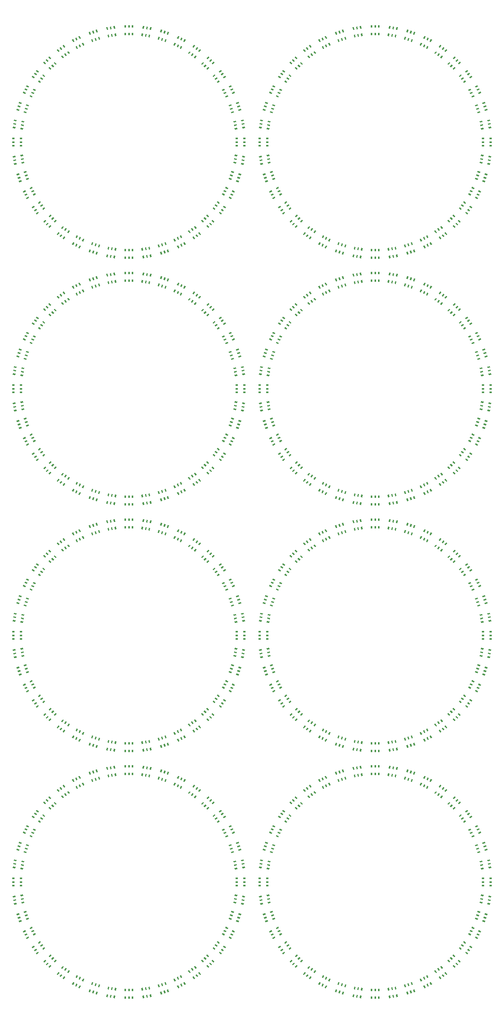
<source format=gtp>
G75*
%MOIN*%
%OFA0B0*%
%FSLAX25Y25*%
%IPPOS*%
%LPD*%
%AMOC8*
5,1,8,0,0,1.08239X$1,22.5*
%
%ADD10R,0.02362X0.01181*%
%ADD11R,0.01181X0.02362*%
D10*
X0034054Y0131750D03*
X0034054Y0134900D03*
X0034054Y0138050D03*
X0040746Y0138050D03*
X0040746Y0134900D03*
X0040746Y0131750D03*
X0040746Y0346750D03*
X0040746Y0349900D03*
X0040746Y0353050D03*
X0034054Y0353050D03*
X0034054Y0349900D03*
X0034054Y0346750D03*
X0034054Y0561750D03*
X0034054Y0564900D03*
X0034054Y0568050D03*
X0040746Y0568050D03*
X0040746Y0564900D03*
X0040746Y0561750D03*
X0040746Y0776750D03*
X0040746Y0779900D03*
X0040746Y0783050D03*
X0034054Y0783050D03*
X0034054Y0779900D03*
X0034054Y0776750D03*
X0229054Y0776750D03*
X0229054Y0779900D03*
X0229054Y0783050D03*
X0235746Y0783050D03*
X0235746Y0779900D03*
X0235746Y0776750D03*
X0249054Y0776750D03*
X0249054Y0779900D03*
X0249054Y0783050D03*
X0255746Y0783050D03*
X0255746Y0779900D03*
X0255746Y0776750D03*
X0255746Y0568050D03*
X0255746Y0564900D03*
X0255746Y0561750D03*
X0249054Y0561750D03*
X0249054Y0564900D03*
X0249054Y0568050D03*
X0235746Y0568050D03*
X0235746Y0564900D03*
X0235746Y0561750D03*
X0229054Y0561750D03*
X0229054Y0564900D03*
X0229054Y0568050D03*
X0229054Y0353050D03*
X0229054Y0349900D03*
X0229054Y0346750D03*
X0235746Y0346750D03*
X0235746Y0349900D03*
X0235746Y0353050D03*
X0249054Y0353050D03*
X0249054Y0349900D03*
X0249054Y0346750D03*
X0255746Y0346750D03*
X0255746Y0349900D03*
X0255746Y0353050D03*
X0255746Y0138050D03*
X0255746Y0134900D03*
X0255746Y0131750D03*
X0249054Y0131750D03*
X0249054Y0134900D03*
X0249054Y0138050D03*
X0235746Y0138050D03*
X0235746Y0134900D03*
X0235746Y0131750D03*
X0229054Y0131750D03*
X0229054Y0134900D03*
X0229054Y0138050D03*
X0444054Y0138050D03*
X0444054Y0134900D03*
X0444054Y0131750D03*
X0450746Y0131750D03*
X0450746Y0134900D03*
X0450746Y0138050D03*
X0450746Y0346750D03*
X0450746Y0349900D03*
X0450746Y0353050D03*
X0444054Y0353050D03*
X0444054Y0349900D03*
X0444054Y0346750D03*
X0444054Y0561750D03*
X0444054Y0564900D03*
X0444054Y0568050D03*
X0450746Y0568050D03*
X0450746Y0564900D03*
X0450746Y0561750D03*
X0450746Y0776750D03*
X0450746Y0779900D03*
X0450746Y0783050D03*
X0444054Y0783050D03*
X0444054Y0779900D03*
X0444054Y0776750D03*
D11*
G36*
X0045664Y0085213D02*
X0045128Y0086264D01*
X0047232Y0087335D01*
X0047768Y0086284D01*
X0045664Y0085213D01*
G37*
G36*
X0044234Y0088020D02*
X0043698Y0089071D01*
X0045802Y0090142D01*
X0046338Y0089091D01*
X0044234Y0088020D01*
G37*
G36*
X0042804Y0090826D02*
X0042268Y0091877D01*
X0044372Y0092948D01*
X0044908Y0091897D01*
X0042804Y0090826D01*
G37*
G36*
X0048768Y0093865D02*
X0048232Y0094916D01*
X0050336Y0095987D01*
X0050872Y0094936D01*
X0048768Y0093865D01*
G37*
G36*
X0050198Y0091058D02*
X0049662Y0092109D01*
X0051766Y0093180D01*
X0052302Y0092129D01*
X0050198Y0091058D01*
G37*
G36*
X0051628Y0088252D02*
X0051092Y0089303D01*
X0053196Y0090374D01*
X0053732Y0089323D01*
X0051628Y0088252D01*
G37*
G36*
X0056248Y0080944D02*
X0055554Y0081899D01*
X0057464Y0083286D01*
X0058158Y0082331D01*
X0056248Y0080944D01*
G37*
G36*
X0058099Y0078396D02*
X0057405Y0079351D01*
X0059315Y0080738D01*
X0060009Y0079783D01*
X0058099Y0078396D01*
G37*
G36*
X0059951Y0075848D02*
X0059257Y0076803D01*
X0061167Y0078190D01*
X0061861Y0077235D01*
X0059951Y0075848D01*
G37*
G36*
X0054536Y0071914D02*
X0053842Y0072869D01*
X0055752Y0074256D01*
X0056446Y0073301D01*
X0054536Y0071914D01*
G37*
G36*
X0052685Y0074462D02*
X0051991Y0075417D01*
X0053901Y0076804D01*
X0054595Y0075849D01*
X0052685Y0074462D01*
G37*
G36*
X0050833Y0077010D02*
X0050139Y0077965D01*
X0052049Y0079352D01*
X0052743Y0078397D01*
X0050833Y0077010D01*
G37*
G36*
X0060990Y0064609D02*
X0060155Y0065444D01*
X0061824Y0067113D01*
X0062659Y0066278D01*
X0060990Y0064609D01*
G37*
G36*
X0063217Y0062382D02*
X0062382Y0063217D01*
X0064051Y0064886D01*
X0064886Y0064051D01*
X0063217Y0062382D01*
G37*
G36*
X0065444Y0060155D02*
X0064609Y0060990D01*
X0066278Y0062659D01*
X0067113Y0061824D01*
X0065444Y0060155D01*
G37*
G36*
X0070176Y0064887D02*
X0069341Y0065722D01*
X0071010Y0067391D01*
X0071845Y0066556D01*
X0070176Y0064887D01*
G37*
G36*
X0067949Y0067114D02*
X0067114Y0067949D01*
X0068783Y0069618D01*
X0069618Y0068783D01*
X0067949Y0067114D01*
G37*
G36*
X0065722Y0069341D02*
X0064887Y0070176D01*
X0066556Y0071845D01*
X0067391Y0071010D01*
X0065722Y0069341D01*
G37*
G36*
X0076803Y0059257D02*
X0075848Y0059951D01*
X0077235Y0061861D01*
X0078190Y0061167D01*
X0076803Y0059257D01*
G37*
G36*
X0079351Y0057405D02*
X0078396Y0058099D01*
X0079783Y0060009D01*
X0080738Y0059315D01*
X0079351Y0057405D01*
G37*
G36*
X0081899Y0055554D02*
X0080944Y0056248D01*
X0082331Y0058158D01*
X0083286Y0057464D01*
X0081899Y0055554D01*
G37*
G36*
X0077965Y0050139D02*
X0077010Y0050833D01*
X0078397Y0052743D01*
X0079352Y0052049D01*
X0077965Y0050139D01*
G37*
G36*
X0075417Y0051991D02*
X0074462Y0052685D01*
X0075849Y0054595D01*
X0076804Y0053901D01*
X0075417Y0051991D01*
G37*
G36*
X0072869Y0053842D02*
X0071914Y0054536D01*
X0073301Y0056446D01*
X0074256Y0055752D01*
X0072869Y0053842D01*
G37*
G36*
X0086264Y0045128D02*
X0085213Y0045664D01*
X0086284Y0047768D01*
X0087335Y0047232D01*
X0086264Y0045128D01*
G37*
G36*
X0089071Y0043698D02*
X0088020Y0044234D01*
X0089091Y0046338D01*
X0090142Y0045802D01*
X0089071Y0043698D01*
G37*
G36*
X0091877Y0042268D02*
X0090826Y0042804D01*
X0091897Y0044908D01*
X0092948Y0044372D01*
X0091877Y0042268D01*
G37*
G36*
X0094916Y0048232D02*
X0093865Y0048768D01*
X0094936Y0050872D01*
X0095987Y0050336D01*
X0094916Y0048232D01*
G37*
G36*
X0092109Y0049662D02*
X0091058Y0050198D01*
X0092129Y0052302D01*
X0093180Y0051766D01*
X0092109Y0049662D01*
G37*
G36*
X0089303Y0051092D02*
X0088252Y0051628D01*
X0089323Y0053732D01*
X0090374Y0053196D01*
X0089303Y0051092D01*
G37*
G36*
X0100966Y0038686D02*
X0099844Y0039051D01*
X0100574Y0041296D01*
X0101696Y0040931D01*
X0100966Y0038686D01*
G37*
G36*
X0103962Y0037712D02*
X0102840Y0038077D01*
X0103570Y0040322D01*
X0104692Y0039957D01*
X0103962Y0037712D01*
G37*
G36*
X0106957Y0036739D02*
X0105835Y0037104D01*
X0106565Y0039349D01*
X0107687Y0038984D01*
X0106957Y0036739D01*
G37*
G36*
X0109026Y0043104D02*
X0107904Y0043469D01*
X0108634Y0045714D01*
X0109756Y0045349D01*
X0109026Y0043104D01*
G37*
G36*
X0106030Y0044078D02*
X0104908Y0044443D01*
X0105638Y0046688D01*
X0106760Y0046323D01*
X0106030Y0044078D01*
G37*
G36*
X0103035Y0045051D02*
X0101913Y0045416D01*
X0102643Y0047661D01*
X0103765Y0047296D01*
X0103035Y0045051D01*
G37*
G36*
X0116363Y0034529D02*
X0115199Y0034713D01*
X0115569Y0037045D01*
X0116733Y0036861D01*
X0116363Y0034529D01*
G37*
G36*
X0119473Y0034037D02*
X0118309Y0034221D01*
X0118679Y0036553D01*
X0119843Y0036369D01*
X0119473Y0034037D01*
G37*
G36*
X0122584Y0033544D02*
X0121420Y0033728D01*
X0121790Y0036060D01*
X0122954Y0035876D01*
X0122584Y0033544D01*
G37*
G36*
X0123631Y0040155D02*
X0122467Y0040339D01*
X0122837Y0042671D01*
X0124001Y0042487D01*
X0123631Y0040155D01*
G37*
G36*
X0120520Y0040647D02*
X0119356Y0040831D01*
X0119726Y0043163D01*
X0120890Y0042979D01*
X0120520Y0040647D01*
G37*
G36*
X0117410Y0041140D02*
X0116246Y0041324D01*
X0116616Y0043656D01*
X0117780Y0043472D01*
X0117410Y0041140D01*
G37*
X0131750Y0040746D03*
X0134900Y0040746D03*
X0138050Y0040746D03*
X0138050Y0034054D03*
X0134900Y0034054D03*
X0131750Y0034054D03*
G36*
X0148380Y0033728D02*
X0147216Y0033544D01*
X0146846Y0035876D01*
X0148010Y0036060D01*
X0148380Y0033728D01*
G37*
G36*
X0151490Y0034221D02*
X0150326Y0034037D01*
X0149956Y0036369D01*
X0151120Y0036553D01*
X0151490Y0034221D01*
G37*
G36*
X0154601Y0034713D02*
X0153437Y0034529D01*
X0153067Y0036861D01*
X0154231Y0037045D01*
X0154601Y0034713D01*
G37*
G36*
X0153554Y0041324D02*
X0152390Y0041140D01*
X0152020Y0043472D01*
X0153184Y0043656D01*
X0153554Y0041324D01*
G37*
G36*
X0150443Y0040831D02*
X0149279Y0040647D01*
X0148909Y0042979D01*
X0150073Y0043163D01*
X0150443Y0040831D01*
G37*
G36*
X0147333Y0040339D02*
X0146169Y0040155D01*
X0145799Y0042487D01*
X0146963Y0042671D01*
X0147333Y0040339D01*
G37*
G36*
X0161896Y0043469D02*
X0160774Y0043104D01*
X0160044Y0045349D01*
X0161166Y0045714D01*
X0161896Y0043469D01*
G37*
G36*
X0164892Y0044443D02*
X0163770Y0044078D01*
X0163040Y0046323D01*
X0164162Y0046688D01*
X0164892Y0044443D01*
G37*
G36*
X0167887Y0045416D02*
X0166765Y0045051D01*
X0166035Y0047296D01*
X0167157Y0047661D01*
X0167887Y0045416D01*
G37*
G36*
X0169956Y0039051D02*
X0168834Y0038686D01*
X0168104Y0040931D01*
X0169226Y0041296D01*
X0169956Y0039051D01*
G37*
G36*
X0166960Y0038077D02*
X0165838Y0037712D01*
X0165108Y0039957D01*
X0166230Y0040322D01*
X0166960Y0038077D01*
G37*
G36*
X0163965Y0037104D02*
X0162843Y0036739D01*
X0162113Y0038984D01*
X0163235Y0039349D01*
X0163965Y0037104D01*
G37*
G36*
X0178974Y0042804D02*
X0177923Y0042268D01*
X0176852Y0044372D01*
X0177903Y0044908D01*
X0178974Y0042804D01*
G37*
G36*
X0181780Y0044234D02*
X0180729Y0043698D01*
X0179658Y0045802D01*
X0180709Y0046338D01*
X0181780Y0044234D01*
G37*
G36*
X0184587Y0045664D02*
X0183536Y0045128D01*
X0182465Y0047232D01*
X0183516Y0047768D01*
X0184587Y0045664D01*
G37*
G36*
X0181548Y0051628D02*
X0180497Y0051092D01*
X0179426Y0053196D01*
X0180477Y0053732D01*
X0181548Y0051628D01*
G37*
G36*
X0178742Y0050198D02*
X0177691Y0049662D01*
X0176620Y0051766D01*
X0177671Y0052302D01*
X0178742Y0050198D01*
G37*
G36*
X0175935Y0048768D02*
X0174884Y0048232D01*
X0173813Y0050336D01*
X0174864Y0050872D01*
X0175935Y0048768D01*
G37*
G36*
X0188856Y0056248D02*
X0187901Y0055554D01*
X0186514Y0057464D01*
X0187469Y0058158D01*
X0188856Y0056248D01*
G37*
G36*
X0191404Y0058099D02*
X0190449Y0057405D01*
X0189062Y0059315D01*
X0190017Y0060009D01*
X0191404Y0058099D01*
G37*
G36*
X0193952Y0059951D02*
X0192997Y0059257D01*
X0191610Y0061167D01*
X0192565Y0061861D01*
X0193952Y0059951D01*
G37*
G36*
X0197886Y0054536D02*
X0196931Y0053842D01*
X0195544Y0055752D01*
X0196499Y0056446D01*
X0197886Y0054536D01*
G37*
G36*
X0195338Y0052685D02*
X0194383Y0051991D01*
X0192996Y0053901D01*
X0193951Y0054595D01*
X0195338Y0052685D01*
G37*
G36*
X0192790Y0050833D02*
X0191835Y0050139D01*
X0190448Y0052049D01*
X0191403Y0052743D01*
X0192790Y0050833D01*
G37*
G36*
X0200459Y0065722D02*
X0199624Y0064887D01*
X0197955Y0066556D01*
X0198790Y0067391D01*
X0200459Y0065722D01*
G37*
G36*
X0202686Y0067949D02*
X0201851Y0067114D01*
X0200182Y0068783D01*
X0201017Y0069618D01*
X0202686Y0067949D01*
G37*
G36*
X0204913Y0070176D02*
X0204078Y0069341D01*
X0202409Y0071010D01*
X0203244Y0071845D01*
X0204913Y0070176D01*
G37*
G36*
X0209645Y0065444D02*
X0208810Y0064609D01*
X0207141Y0066278D01*
X0207976Y0067113D01*
X0209645Y0065444D01*
G37*
G36*
X0207418Y0063217D02*
X0206583Y0062382D01*
X0204914Y0064051D01*
X0205749Y0064886D01*
X0207418Y0063217D01*
G37*
G36*
X0205191Y0060990D02*
X0204356Y0060155D01*
X0202687Y0061824D01*
X0203522Y0062659D01*
X0205191Y0060990D01*
G37*
G36*
X0215958Y0072869D02*
X0215264Y0071914D01*
X0213354Y0073301D01*
X0214048Y0074256D01*
X0215958Y0072869D01*
G37*
G36*
X0217809Y0075417D02*
X0217115Y0074462D01*
X0215205Y0075849D01*
X0215899Y0076804D01*
X0217809Y0075417D01*
G37*
G36*
X0219661Y0077965D02*
X0218967Y0077010D01*
X0217057Y0078397D01*
X0217751Y0079352D01*
X0219661Y0077965D01*
G37*
G36*
X0224672Y0086264D02*
X0224136Y0085213D01*
X0222032Y0086284D01*
X0222568Y0087335D01*
X0224672Y0086264D01*
G37*
G36*
X0226102Y0089071D02*
X0225566Y0088020D01*
X0223462Y0089091D01*
X0223998Y0090142D01*
X0226102Y0089071D01*
G37*
G36*
X0227532Y0091877D02*
X0226996Y0090826D01*
X0224892Y0091897D01*
X0225428Y0092948D01*
X0227532Y0091877D01*
G37*
G36*
X0221568Y0094916D02*
X0221032Y0093865D01*
X0218928Y0094936D01*
X0219464Y0095987D01*
X0221568Y0094916D01*
G37*
G36*
X0220138Y0092109D02*
X0219602Y0091058D01*
X0217498Y0092129D01*
X0218034Y0093180D01*
X0220138Y0092109D01*
G37*
G36*
X0218708Y0089303D02*
X0218172Y0088252D01*
X0216068Y0089323D01*
X0216604Y0090374D01*
X0218708Y0089303D01*
G37*
G36*
X0214246Y0081899D02*
X0213552Y0080944D01*
X0211642Y0082331D01*
X0212336Y0083286D01*
X0214246Y0081899D01*
G37*
G36*
X0212395Y0079351D02*
X0211701Y0078396D01*
X0209791Y0079783D01*
X0210485Y0080738D01*
X0212395Y0079351D01*
G37*
G36*
X0210543Y0076803D02*
X0209849Y0075848D01*
X0207939Y0077235D01*
X0208633Y0078190D01*
X0210543Y0076803D01*
G37*
G36*
X0224749Y0103035D02*
X0224384Y0101913D01*
X0222139Y0102643D01*
X0222504Y0103765D01*
X0224749Y0103035D01*
G37*
G36*
X0225722Y0106030D02*
X0225357Y0104908D01*
X0223112Y0105638D01*
X0223477Y0106760D01*
X0225722Y0106030D01*
G37*
G36*
X0226696Y0109026D02*
X0226331Y0107904D01*
X0224086Y0108634D01*
X0224451Y0109756D01*
X0226696Y0109026D01*
G37*
G36*
X0233061Y0106957D02*
X0232696Y0105835D01*
X0230451Y0106565D01*
X0230816Y0107687D01*
X0233061Y0106957D01*
G37*
G36*
X0232088Y0103962D02*
X0231723Y0102840D01*
X0229478Y0103570D01*
X0229843Y0104692D01*
X0232088Y0103962D01*
G37*
G36*
X0231114Y0100966D02*
X0230749Y0099844D01*
X0228504Y0100574D01*
X0228869Y0101696D01*
X0231114Y0100966D01*
G37*
G36*
X0235271Y0116363D02*
X0235087Y0115199D01*
X0232755Y0115569D01*
X0232939Y0116733D01*
X0235271Y0116363D01*
G37*
G36*
X0235763Y0119473D02*
X0235579Y0118309D01*
X0233247Y0118679D01*
X0233431Y0119843D01*
X0235763Y0119473D01*
G37*
G36*
X0236256Y0122584D02*
X0236072Y0121420D01*
X0233740Y0121790D01*
X0233924Y0122954D01*
X0236256Y0122584D01*
G37*
G36*
X0229645Y0123631D02*
X0229461Y0122467D01*
X0227129Y0122837D01*
X0227313Y0124001D01*
X0229645Y0123631D01*
G37*
G36*
X0229153Y0120520D02*
X0228969Y0119356D01*
X0226637Y0119726D01*
X0226821Y0120890D01*
X0229153Y0120520D01*
G37*
G36*
X0228660Y0117410D02*
X0228476Y0116246D01*
X0226144Y0116616D01*
X0226328Y0117780D01*
X0228660Y0117410D01*
G37*
G36*
X0248728Y0121420D02*
X0248544Y0122584D01*
X0250876Y0122954D01*
X0251060Y0121790D01*
X0248728Y0121420D01*
G37*
G36*
X0249221Y0118309D02*
X0249037Y0119473D01*
X0251369Y0119843D01*
X0251553Y0118679D01*
X0249221Y0118309D01*
G37*
G36*
X0249713Y0115199D02*
X0249529Y0116363D01*
X0251861Y0116733D01*
X0252045Y0115569D01*
X0249713Y0115199D01*
G37*
G36*
X0255831Y0119356D02*
X0255647Y0120520D01*
X0257979Y0120890D01*
X0258163Y0119726D01*
X0255831Y0119356D01*
G37*
G36*
X0256324Y0116246D02*
X0256140Y0117410D01*
X0258472Y0117780D01*
X0258656Y0116616D01*
X0256324Y0116246D01*
G37*
G36*
X0255339Y0122467D02*
X0255155Y0123631D01*
X0257487Y0124001D01*
X0257671Y0122837D01*
X0255339Y0122467D01*
G37*
G36*
X0258469Y0107904D02*
X0258104Y0109026D01*
X0260349Y0109756D01*
X0260714Y0108634D01*
X0258469Y0107904D01*
G37*
G36*
X0259443Y0104908D02*
X0259078Y0106030D01*
X0261323Y0106760D01*
X0261688Y0105638D01*
X0259443Y0104908D01*
G37*
G36*
X0260416Y0101913D02*
X0260051Y0103035D01*
X0262296Y0103765D01*
X0262661Y0102643D01*
X0260416Y0101913D01*
G37*
G36*
X0254051Y0099844D02*
X0253686Y0100966D01*
X0255931Y0101696D01*
X0256296Y0100574D01*
X0254051Y0099844D01*
G37*
G36*
X0253077Y0102840D02*
X0252712Y0103962D01*
X0254957Y0104692D01*
X0255322Y0103570D01*
X0253077Y0102840D01*
G37*
G36*
X0252104Y0105835D02*
X0251739Y0106957D01*
X0253984Y0107687D01*
X0254349Y0106565D01*
X0252104Y0105835D01*
G37*
G36*
X0257804Y0090826D02*
X0257268Y0091877D01*
X0259372Y0092948D01*
X0259908Y0091897D01*
X0257804Y0090826D01*
G37*
G36*
X0259234Y0088020D02*
X0258698Y0089071D01*
X0260802Y0090142D01*
X0261338Y0089091D01*
X0259234Y0088020D01*
G37*
G36*
X0260664Y0085213D02*
X0260128Y0086264D01*
X0262232Y0087335D01*
X0262768Y0086284D01*
X0260664Y0085213D01*
G37*
G36*
X0265198Y0091058D02*
X0264662Y0092109D01*
X0266766Y0093180D01*
X0267302Y0092129D01*
X0265198Y0091058D01*
G37*
G36*
X0266628Y0088252D02*
X0266092Y0089303D01*
X0268196Y0090374D01*
X0268732Y0089323D01*
X0266628Y0088252D01*
G37*
G36*
X0263768Y0093865D02*
X0263232Y0094916D01*
X0265336Y0095987D01*
X0265872Y0094936D01*
X0263768Y0093865D01*
G37*
G36*
X0271248Y0080944D02*
X0270554Y0081899D01*
X0272464Y0083286D01*
X0273158Y0082331D01*
X0271248Y0080944D01*
G37*
G36*
X0273099Y0078396D02*
X0272405Y0079351D01*
X0274315Y0080738D01*
X0275009Y0079783D01*
X0273099Y0078396D01*
G37*
G36*
X0274951Y0075848D02*
X0274257Y0076803D01*
X0276167Y0078190D01*
X0276861Y0077235D01*
X0274951Y0075848D01*
G37*
G36*
X0269536Y0071914D02*
X0268842Y0072869D01*
X0270752Y0074256D01*
X0271446Y0073301D01*
X0269536Y0071914D01*
G37*
G36*
X0267685Y0074462D02*
X0266991Y0075417D01*
X0268901Y0076804D01*
X0269595Y0075849D01*
X0267685Y0074462D01*
G37*
G36*
X0265833Y0077010D02*
X0265139Y0077965D01*
X0267049Y0079352D01*
X0267743Y0078397D01*
X0265833Y0077010D01*
G37*
G36*
X0275990Y0064609D02*
X0275155Y0065444D01*
X0276824Y0067113D01*
X0277659Y0066278D01*
X0275990Y0064609D01*
G37*
G36*
X0278217Y0062382D02*
X0277382Y0063217D01*
X0279051Y0064886D01*
X0279886Y0064051D01*
X0278217Y0062382D01*
G37*
G36*
X0280444Y0060155D02*
X0279609Y0060990D01*
X0281278Y0062659D01*
X0282113Y0061824D01*
X0280444Y0060155D01*
G37*
G36*
X0285176Y0064887D02*
X0284341Y0065722D01*
X0286010Y0067391D01*
X0286845Y0066556D01*
X0285176Y0064887D01*
G37*
G36*
X0282949Y0067114D02*
X0282114Y0067949D01*
X0283783Y0069618D01*
X0284618Y0068783D01*
X0282949Y0067114D01*
G37*
G36*
X0280722Y0069341D02*
X0279887Y0070176D01*
X0281556Y0071845D01*
X0282391Y0071010D01*
X0280722Y0069341D01*
G37*
G36*
X0287869Y0053842D02*
X0286914Y0054536D01*
X0288301Y0056446D01*
X0289256Y0055752D01*
X0287869Y0053842D01*
G37*
G36*
X0290417Y0051991D02*
X0289462Y0052685D01*
X0290849Y0054595D01*
X0291804Y0053901D01*
X0290417Y0051991D01*
G37*
G36*
X0292965Y0050139D02*
X0292010Y0050833D01*
X0293397Y0052743D01*
X0294352Y0052049D01*
X0292965Y0050139D01*
G37*
G36*
X0296899Y0055554D02*
X0295944Y0056248D01*
X0297331Y0058158D01*
X0298286Y0057464D01*
X0296899Y0055554D01*
G37*
G36*
X0294351Y0057405D02*
X0293396Y0058099D01*
X0294783Y0060009D01*
X0295738Y0059315D01*
X0294351Y0057405D01*
G37*
G36*
X0291803Y0059257D02*
X0290848Y0059951D01*
X0292235Y0061861D01*
X0293190Y0061167D01*
X0291803Y0059257D01*
G37*
G36*
X0304303Y0051092D02*
X0303252Y0051628D01*
X0304323Y0053732D01*
X0305374Y0053196D01*
X0304303Y0051092D01*
G37*
G36*
X0307109Y0049662D02*
X0306058Y0050198D01*
X0307129Y0052302D01*
X0308180Y0051766D01*
X0307109Y0049662D01*
G37*
G36*
X0309916Y0048232D02*
X0308865Y0048768D01*
X0309936Y0050872D01*
X0310987Y0050336D01*
X0309916Y0048232D01*
G37*
G36*
X0306877Y0042268D02*
X0305826Y0042804D01*
X0306897Y0044908D01*
X0307948Y0044372D01*
X0306877Y0042268D01*
G37*
G36*
X0304071Y0043698D02*
X0303020Y0044234D01*
X0304091Y0046338D01*
X0305142Y0045802D01*
X0304071Y0043698D01*
G37*
G36*
X0301264Y0045128D02*
X0300213Y0045664D01*
X0301284Y0047768D01*
X0302335Y0047232D01*
X0301264Y0045128D01*
G37*
G36*
X0315966Y0038686D02*
X0314844Y0039051D01*
X0315574Y0041296D01*
X0316696Y0040931D01*
X0315966Y0038686D01*
G37*
G36*
X0318962Y0037712D02*
X0317840Y0038077D01*
X0318570Y0040322D01*
X0319692Y0039957D01*
X0318962Y0037712D01*
G37*
G36*
X0321957Y0036739D02*
X0320835Y0037104D01*
X0321565Y0039349D01*
X0322687Y0038984D01*
X0321957Y0036739D01*
G37*
G36*
X0324026Y0043104D02*
X0322904Y0043469D01*
X0323634Y0045714D01*
X0324756Y0045349D01*
X0324026Y0043104D01*
G37*
G36*
X0321030Y0044078D02*
X0319908Y0044443D01*
X0320638Y0046688D01*
X0321760Y0046323D01*
X0321030Y0044078D01*
G37*
G36*
X0318035Y0045051D02*
X0316913Y0045416D01*
X0317643Y0047661D01*
X0318765Y0047296D01*
X0318035Y0045051D01*
G37*
G36*
X0332410Y0041140D02*
X0331246Y0041324D01*
X0331616Y0043656D01*
X0332780Y0043472D01*
X0332410Y0041140D01*
G37*
G36*
X0335520Y0040647D02*
X0334356Y0040831D01*
X0334726Y0043163D01*
X0335890Y0042979D01*
X0335520Y0040647D01*
G37*
G36*
X0338631Y0040155D02*
X0337467Y0040339D01*
X0337837Y0042671D01*
X0339001Y0042487D01*
X0338631Y0040155D01*
G37*
G36*
X0337584Y0033544D02*
X0336420Y0033728D01*
X0336790Y0036060D01*
X0337954Y0035876D01*
X0337584Y0033544D01*
G37*
G36*
X0334473Y0034037D02*
X0333309Y0034221D01*
X0333679Y0036553D01*
X0334843Y0036369D01*
X0334473Y0034037D01*
G37*
G36*
X0331363Y0034529D02*
X0330199Y0034713D01*
X0330569Y0037045D01*
X0331733Y0036861D01*
X0331363Y0034529D01*
G37*
X0346750Y0034054D03*
X0349900Y0034054D03*
X0353050Y0034054D03*
X0353050Y0040746D03*
X0349900Y0040746D03*
X0346750Y0040746D03*
G36*
X0362333Y0040339D02*
X0361169Y0040155D01*
X0360799Y0042487D01*
X0361963Y0042671D01*
X0362333Y0040339D01*
G37*
G36*
X0365443Y0040831D02*
X0364279Y0040647D01*
X0363909Y0042979D01*
X0365073Y0043163D01*
X0365443Y0040831D01*
G37*
G36*
X0368554Y0041324D02*
X0367390Y0041140D01*
X0367020Y0043472D01*
X0368184Y0043656D01*
X0368554Y0041324D01*
G37*
G36*
X0369601Y0034713D02*
X0368437Y0034529D01*
X0368067Y0036861D01*
X0369231Y0037045D01*
X0369601Y0034713D01*
G37*
G36*
X0366490Y0034221D02*
X0365326Y0034037D01*
X0364956Y0036369D01*
X0366120Y0036553D01*
X0366490Y0034221D01*
G37*
G36*
X0363380Y0033728D02*
X0362216Y0033544D01*
X0361846Y0035876D01*
X0363010Y0036060D01*
X0363380Y0033728D01*
G37*
G36*
X0378965Y0037104D02*
X0377843Y0036739D01*
X0377113Y0038984D01*
X0378235Y0039349D01*
X0378965Y0037104D01*
G37*
G36*
X0381960Y0038077D02*
X0380838Y0037712D01*
X0380108Y0039957D01*
X0381230Y0040322D01*
X0381960Y0038077D01*
G37*
G36*
X0384956Y0039051D02*
X0383834Y0038686D01*
X0383104Y0040931D01*
X0384226Y0041296D01*
X0384956Y0039051D01*
G37*
G36*
X0382887Y0045416D02*
X0381765Y0045051D01*
X0381035Y0047296D01*
X0382157Y0047661D01*
X0382887Y0045416D01*
G37*
G36*
X0379892Y0044443D02*
X0378770Y0044078D01*
X0378040Y0046323D01*
X0379162Y0046688D01*
X0379892Y0044443D01*
G37*
G36*
X0376896Y0043469D02*
X0375774Y0043104D01*
X0375044Y0045349D01*
X0376166Y0045714D01*
X0376896Y0043469D01*
G37*
G36*
X0390935Y0048768D02*
X0389884Y0048232D01*
X0388813Y0050336D01*
X0389864Y0050872D01*
X0390935Y0048768D01*
G37*
G36*
X0393742Y0050198D02*
X0392691Y0049662D01*
X0391620Y0051766D01*
X0392671Y0052302D01*
X0393742Y0050198D01*
G37*
G36*
X0396548Y0051628D02*
X0395497Y0051092D01*
X0394426Y0053196D01*
X0395477Y0053732D01*
X0396548Y0051628D01*
G37*
G36*
X0399587Y0045664D02*
X0398536Y0045128D01*
X0397465Y0047232D01*
X0398516Y0047768D01*
X0399587Y0045664D01*
G37*
G36*
X0396780Y0044234D02*
X0395729Y0043698D01*
X0394658Y0045802D01*
X0395709Y0046338D01*
X0396780Y0044234D01*
G37*
G36*
X0393974Y0042804D02*
X0392923Y0042268D01*
X0391852Y0044372D01*
X0392903Y0044908D01*
X0393974Y0042804D01*
G37*
G36*
X0407790Y0050833D02*
X0406835Y0050139D01*
X0405448Y0052049D01*
X0406403Y0052743D01*
X0407790Y0050833D01*
G37*
G36*
X0410338Y0052685D02*
X0409383Y0051991D01*
X0407996Y0053901D01*
X0408951Y0054595D01*
X0410338Y0052685D01*
G37*
G36*
X0412886Y0054536D02*
X0411931Y0053842D01*
X0410544Y0055752D01*
X0411499Y0056446D01*
X0412886Y0054536D01*
G37*
G36*
X0408952Y0059951D02*
X0407997Y0059257D01*
X0406610Y0061167D01*
X0407565Y0061861D01*
X0408952Y0059951D01*
G37*
G36*
X0406404Y0058099D02*
X0405449Y0057405D01*
X0404062Y0059315D01*
X0405017Y0060009D01*
X0406404Y0058099D01*
G37*
G36*
X0403856Y0056248D02*
X0402901Y0055554D01*
X0401514Y0057464D01*
X0402469Y0058158D01*
X0403856Y0056248D01*
G37*
G36*
X0415459Y0065722D02*
X0414624Y0064887D01*
X0412955Y0066556D01*
X0413790Y0067391D01*
X0415459Y0065722D01*
G37*
G36*
X0417686Y0067949D02*
X0416851Y0067114D01*
X0415182Y0068783D01*
X0416017Y0069618D01*
X0417686Y0067949D01*
G37*
G36*
X0419913Y0070176D02*
X0419078Y0069341D01*
X0417409Y0071010D01*
X0418244Y0071845D01*
X0419913Y0070176D01*
G37*
G36*
X0424645Y0065444D02*
X0423810Y0064609D01*
X0422141Y0066278D01*
X0422976Y0067113D01*
X0424645Y0065444D01*
G37*
G36*
X0422418Y0063217D02*
X0421583Y0062382D01*
X0419914Y0064051D01*
X0420749Y0064886D01*
X0422418Y0063217D01*
G37*
G36*
X0420191Y0060990D02*
X0419356Y0060155D01*
X0417687Y0061824D01*
X0418522Y0062659D01*
X0420191Y0060990D01*
G37*
G36*
X0430958Y0072869D02*
X0430264Y0071914D01*
X0428354Y0073301D01*
X0429048Y0074256D01*
X0430958Y0072869D01*
G37*
G36*
X0432809Y0075417D02*
X0432115Y0074462D01*
X0430205Y0075849D01*
X0430899Y0076804D01*
X0432809Y0075417D01*
G37*
G36*
X0434661Y0077965D02*
X0433967Y0077010D01*
X0432057Y0078397D01*
X0432751Y0079352D01*
X0434661Y0077965D01*
G37*
G36*
X0429246Y0081899D02*
X0428552Y0080944D01*
X0426642Y0082331D01*
X0427336Y0083286D01*
X0429246Y0081899D01*
G37*
G36*
X0427395Y0079351D02*
X0426701Y0078396D01*
X0424791Y0079783D01*
X0425485Y0080738D01*
X0427395Y0079351D01*
G37*
G36*
X0425543Y0076803D02*
X0424849Y0075848D01*
X0422939Y0077235D01*
X0423633Y0078190D01*
X0425543Y0076803D01*
G37*
G36*
X0433708Y0089303D02*
X0433172Y0088252D01*
X0431068Y0089323D01*
X0431604Y0090374D01*
X0433708Y0089303D01*
G37*
G36*
X0435138Y0092109D02*
X0434602Y0091058D01*
X0432498Y0092129D01*
X0433034Y0093180D01*
X0435138Y0092109D01*
G37*
G36*
X0436568Y0094916D02*
X0436032Y0093865D01*
X0433928Y0094936D01*
X0434464Y0095987D01*
X0436568Y0094916D01*
G37*
G36*
X0442532Y0091877D02*
X0441996Y0090826D01*
X0439892Y0091897D01*
X0440428Y0092948D01*
X0442532Y0091877D01*
G37*
G36*
X0441102Y0089071D02*
X0440566Y0088020D01*
X0438462Y0089091D01*
X0438998Y0090142D01*
X0441102Y0089071D01*
G37*
G36*
X0439672Y0086264D02*
X0439136Y0085213D01*
X0437032Y0086284D01*
X0437568Y0087335D01*
X0439672Y0086264D01*
G37*
G36*
X0446114Y0100966D02*
X0445749Y0099844D01*
X0443504Y0100574D01*
X0443869Y0101696D01*
X0446114Y0100966D01*
G37*
G36*
X0447088Y0103962D02*
X0446723Y0102840D01*
X0444478Y0103570D01*
X0444843Y0104692D01*
X0447088Y0103962D01*
G37*
G36*
X0448061Y0106957D02*
X0447696Y0105835D01*
X0445451Y0106565D01*
X0445816Y0107687D01*
X0448061Y0106957D01*
G37*
G36*
X0450271Y0116363D02*
X0450087Y0115199D01*
X0447755Y0115569D01*
X0447939Y0116733D01*
X0450271Y0116363D01*
G37*
G36*
X0450763Y0119473D02*
X0450579Y0118309D01*
X0448247Y0118679D01*
X0448431Y0119843D01*
X0450763Y0119473D01*
G37*
G36*
X0451256Y0122584D02*
X0451072Y0121420D01*
X0448740Y0121790D01*
X0448924Y0122954D01*
X0451256Y0122584D01*
G37*
G36*
X0444645Y0123631D02*
X0444461Y0122467D01*
X0442129Y0122837D01*
X0442313Y0124001D01*
X0444645Y0123631D01*
G37*
G36*
X0444153Y0120520D02*
X0443969Y0119356D01*
X0441637Y0119726D01*
X0441821Y0120890D01*
X0444153Y0120520D01*
G37*
G36*
X0443660Y0117410D02*
X0443476Y0116246D01*
X0441144Y0116616D01*
X0441328Y0117780D01*
X0443660Y0117410D01*
G37*
G36*
X0441696Y0109026D02*
X0441331Y0107904D01*
X0439086Y0108634D01*
X0439451Y0109756D01*
X0441696Y0109026D01*
G37*
G36*
X0440722Y0106030D02*
X0440357Y0104908D01*
X0438112Y0105638D01*
X0438477Y0106760D01*
X0440722Y0106030D01*
G37*
G36*
X0439749Y0103035D02*
X0439384Y0101913D01*
X0437139Y0102643D01*
X0437504Y0103765D01*
X0439749Y0103035D01*
G37*
G36*
X0444461Y0147333D02*
X0444645Y0146169D01*
X0442313Y0145799D01*
X0442129Y0146963D01*
X0444461Y0147333D01*
G37*
G36*
X0443969Y0150443D02*
X0444153Y0149279D01*
X0441821Y0148909D01*
X0441637Y0150073D01*
X0443969Y0150443D01*
G37*
G36*
X0443476Y0153554D02*
X0443660Y0152390D01*
X0441328Y0152020D01*
X0441144Y0153184D01*
X0443476Y0153554D01*
G37*
G36*
X0450087Y0154601D02*
X0450271Y0153437D01*
X0447939Y0153067D01*
X0447755Y0154231D01*
X0450087Y0154601D01*
G37*
G36*
X0450579Y0151490D02*
X0450763Y0150326D01*
X0448431Y0149956D01*
X0448247Y0151120D01*
X0450579Y0151490D01*
G37*
G36*
X0451072Y0148380D02*
X0451256Y0147216D01*
X0448924Y0146846D01*
X0448740Y0148010D01*
X0451072Y0148380D01*
G37*
G36*
X0447696Y0163965D02*
X0448061Y0162843D01*
X0445816Y0162113D01*
X0445451Y0163235D01*
X0447696Y0163965D01*
G37*
G36*
X0446723Y0166960D02*
X0447088Y0165838D01*
X0444843Y0165108D01*
X0444478Y0166230D01*
X0446723Y0166960D01*
G37*
G36*
X0445749Y0169956D02*
X0446114Y0168834D01*
X0443869Y0168104D01*
X0443504Y0169226D01*
X0445749Y0169956D01*
G37*
G36*
X0439384Y0167887D02*
X0439749Y0166765D01*
X0437504Y0166035D01*
X0437139Y0167157D01*
X0439384Y0167887D01*
G37*
G36*
X0440357Y0164892D02*
X0440722Y0163770D01*
X0438477Y0163040D01*
X0438112Y0164162D01*
X0440357Y0164892D01*
G37*
G36*
X0441331Y0161896D02*
X0441696Y0160774D01*
X0439451Y0160044D01*
X0439086Y0161166D01*
X0441331Y0161896D01*
G37*
G36*
X0436032Y0175935D02*
X0436568Y0174884D01*
X0434464Y0173813D01*
X0433928Y0174864D01*
X0436032Y0175935D01*
G37*
G36*
X0434602Y0178742D02*
X0435138Y0177691D01*
X0433034Y0176620D01*
X0432498Y0177671D01*
X0434602Y0178742D01*
G37*
G36*
X0433172Y0181548D02*
X0433708Y0180497D01*
X0431604Y0179426D01*
X0431068Y0180477D01*
X0433172Y0181548D01*
G37*
G36*
X0439136Y0184587D02*
X0439672Y0183536D01*
X0437568Y0182465D01*
X0437032Y0183516D01*
X0439136Y0184587D01*
G37*
G36*
X0440566Y0181780D02*
X0441102Y0180729D01*
X0438998Y0179658D01*
X0438462Y0180709D01*
X0440566Y0181780D01*
G37*
G36*
X0441996Y0178974D02*
X0442532Y0177923D01*
X0440428Y0176852D01*
X0439892Y0177903D01*
X0441996Y0178974D01*
G37*
G36*
X0433967Y0192790D02*
X0434661Y0191835D01*
X0432751Y0190448D01*
X0432057Y0191403D01*
X0433967Y0192790D01*
G37*
G36*
X0432115Y0195338D02*
X0432809Y0194383D01*
X0430899Y0192996D01*
X0430205Y0193951D01*
X0432115Y0195338D01*
G37*
G36*
X0430264Y0197886D02*
X0430958Y0196931D01*
X0429048Y0195544D01*
X0428354Y0196499D01*
X0430264Y0197886D01*
G37*
G36*
X0424849Y0193952D02*
X0425543Y0192997D01*
X0423633Y0191610D01*
X0422939Y0192565D01*
X0424849Y0193952D01*
G37*
G36*
X0426701Y0191404D02*
X0427395Y0190449D01*
X0425485Y0189062D01*
X0424791Y0190017D01*
X0426701Y0191404D01*
G37*
G36*
X0428552Y0188856D02*
X0429246Y0187901D01*
X0427336Y0186514D01*
X0426642Y0187469D01*
X0428552Y0188856D01*
G37*
G36*
X0419078Y0200459D02*
X0419913Y0199624D01*
X0418244Y0197955D01*
X0417409Y0198790D01*
X0419078Y0200459D01*
G37*
G36*
X0416851Y0202686D02*
X0417686Y0201851D01*
X0416017Y0200182D01*
X0415182Y0201017D01*
X0416851Y0202686D01*
G37*
G36*
X0414624Y0204913D02*
X0415459Y0204078D01*
X0413790Y0202409D01*
X0412955Y0203244D01*
X0414624Y0204913D01*
G37*
G36*
X0419356Y0209645D02*
X0420191Y0208810D01*
X0418522Y0207141D01*
X0417687Y0207976D01*
X0419356Y0209645D01*
G37*
G36*
X0421583Y0207418D02*
X0422418Y0206583D01*
X0420749Y0204914D01*
X0419914Y0205749D01*
X0421583Y0207418D01*
G37*
G36*
X0423810Y0205191D02*
X0424645Y0204356D01*
X0422976Y0202687D01*
X0422141Y0203522D01*
X0423810Y0205191D01*
G37*
G36*
X0411931Y0215958D02*
X0412886Y0215264D01*
X0411499Y0213354D01*
X0410544Y0214048D01*
X0411931Y0215958D01*
G37*
G36*
X0409383Y0217809D02*
X0410338Y0217115D01*
X0408951Y0215205D01*
X0407996Y0215899D01*
X0409383Y0217809D01*
G37*
G36*
X0406835Y0219661D02*
X0407790Y0218967D01*
X0406403Y0217057D01*
X0405448Y0217751D01*
X0406835Y0219661D01*
G37*
G36*
X0402901Y0214246D02*
X0403856Y0213552D01*
X0402469Y0211642D01*
X0401514Y0212336D01*
X0402901Y0214246D01*
G37*
G36*
X0405449Y0212395D02*
X0406404Y0211701D01*
X0405017Y0209791D01*
X0404062Y0210485D01*
X0405449Y0212395D01*
G37*
G36*
X0407997Y0210543D02*
X0408952Y0209849D01*
X0407565Y0207939D01*
X0406610Y0208633D01*
X0407997Y0210543D01*
G37*
G36*
X0398536Y0224672D02*
X0399587Y0224136D01*
X0398516Y0222032D01*
X0397465Y0222568D01*
X0398536Y0224672D01*
G37*
G36*
X0395729Y0226102D02*
X0396780Y0225566D01*
X0395709Y0223462D01*
X0394658Y0223998D01*
X0395729Y0226102D01*
G37*
G36*
X0392923Y0227532D02*
X0393974Y0226996D01*
X0392903Y0224892D01*
X0391852Y0225428D01*
X0392923Y0227532D01*
G37*
G36*
X0389884Y0221568D02*
X0390935Y0221032D01*
X0389864Y0218928D01*
X0388813Y0219464D01*
X0389884Y0221568D01*
G37*
G36*
X0392691Y0220138D02*
X0393742Y0219602D01*
X0392671Y0217498D01*
X0391620Y0218034D01*
X0392691Y0220138D01*
G37*
G36*
X0395497Y0218708D02*
X0396548Y0218172D01*
X0395477Y0216068D01*
X0394426Y0216604D01*
X0395497Y0218708D01*
G37*
G36*
X0383834Y0231114D02*
X0384956Y0230749D01*
X0384226Y0228504D01*
X0383104Y0228869D01*
X0383834Y0231114D01*
G37*
G36*
X0380838Y0232088D02*
X0381960Y0231723D01*
X0381230Y0229478D01*
X0380108Y0229843D01*
X0380838Y0232088D01*
G37*
G36*
X0377843Y0233061D02*
X0378965Y0232696D01*
X0378235Y0230451D01*
X0377113Y0230816D01*
X0377843Y0233061D01*
G37*
G36*
X0375774Y0226696D02*
X0376896Y0226331D01*
X0376166Y0224086D01*
X0375044Y0224451D01*
X0375774Y0226696D01*
G37*
G36*
X0378770Y0225722D02*
X0379892Y0225357D01*
X0379162Y0223112D01*
X0378040Y0223477D01*
X0378770Y0225722D01*
G37*
G36*
X0381765Y0224749D02*
X0382887Y0224384D01*
X0382157Y0222139D01*
X0381035Y0222504D01*
X0381765Y0224749D01*
G37*
G36*
X0368437Y0235271D02*
X0369601Y0235087D01*
X0369231Y0232755D01*
X0368067Y0232939D01*
X0368437Y0235271D01*
G37*
G36*
X0365326Y0235763D02*
X0366490Y0235579D01*
X0366120Y0233247D01*
X0364956Y0233431D01*
X0365326Y0235763D01*
G37*
G36*
X0362216Y0236256D02*
X0363380Y0236072D01*
X0363010Y0233740D01*
X0361846Y0233924D01*
X0362216Y0236256D01*
G37*
G36*
X0361169Y0229645D02*
X0362333Y0229461D01*
X0361963Y0227129D01*
X0360799Y0227313D01*
X0361169Y0229645D01*
G37*
G36*
X0364279Y0229153D02*
X0365443Y0228969D01*
X0365073Y0226637D01*
X0363909Y0226821D01*
X0364279Y0229153D01*
G37*
G36*
X0367390Y0228660D02*
X0368554Y0228476D01*
X0368184Y0226144D01*
X0367020Y0226328D01*
X0367390Y0228660D01*
G37*
X0353050Y0229054D03*
X0349900Y0229054D03*
X0346750Y0229054D03*
X0346750Y0235746D03*
X0349900Y0235746D03*
X0353050Y0235746D03*
X0353050Y0249054D03*
X0349900Y0249054D03*
X0346750Y0249054D03*
X0346750Y0255746D03*
X0349900Y0255746D03*
X0353050Y0255746D03*
G36*
X0362333Y0255339D02*
X0361169Y0255155D01*
X0360799Y0257487D01*
X0361963Y0257671D01*
X0362333Y0255339D01*
G37*
G36*
X0365443Y0255831D02*
X0364279Y0255647D01*
X0363909Y0257979D01*
X0365073Y0258163D01*
X0365443Y0255831D01*
G37*
G36*
X0368554Y0256324D02*
X0367390Y0256140D01*
X0367020Y0258472D01*
X0368184Y0258656D01*
X0368554Y0256324D01*
G37*
G36*
X0369601Y0249713D02*
X0368437Y0249529D01*
X0368067Y0251861D01*
X0369231Y0252045D01*
X0369601Y0249713D01*
G37*
G36*
X0366490Y0249221D02*
X0365326Y0249037D01*
X0364956Y0251369D01*
X0366120Y0251553D01*
X0366490Y0249221D01*
G37*
G36*
X0363380Y0248728D02*
X0362216Y0248544D01*
X0361846Y0250876D01*
X0363010Y0251060D01*
X0363380Y0248728D01*
G37*
G36*
X0378965Y0252104D02*
X0377843Y0251739D01*
X0377113Y0253984D01*
X0378235Y0254349D01*
X0378965Y0252104D01*
G37*
G36*
X0381960Y0253077D02*
X0380838Y0252712D01*
X0380108Y0254957D01*
X0381230Y0255322D01*
X0381960Y0253077D01*
G37*
G36*
X0384956Y0254051D02*
X0383834Y0253686D01*
X0383104Y0255931D01*
X0384226Y0256296D01*
X0384956Y0254051D01*
G37*
G36*
X0382887Y0260416D02*
X0381765Y0260051D01*
X0381035Y0262296D01*
X0382157Y0262661D01*
X0382887Y0260416D01*
G37*
G36*
X0379892Y0259443D02*
X0378770Y0259078D01*
X0378040Y0261323D01*
X0379162Y0261688D01*
X0379892Y0259443D01*
G37*
G36*
X0376896Y0258469D02*
X0375774Y0258104D01*
X0375044Y0260349D01*
X0376166Y0260714D01*
X0376896Y0258469D01*
G37*
G36*
X0390935Y0263768D02*
X0389884Y0263232D01*
X0388813Y0265336D01*
X0389864Y0265872D01*
X0390935Y0263768D01*
G37*
G36*
X0393742Y0265198D02*
X0392691Y0264662D01*
X0391620Y0266766D01*
X0392671Y0267302D01*
X0393742Y0265198D01*
G37*
G36*
X0396548Y0266628D02*
X0395497Y0266092D01*
X0394426Y0268196D01*
X0395477Y0268732D01*
X0396548Y0266628D01*
G37*
G36*
X0399587Y0260664D02*
X0398536Y0260128D01*
X0397465Y0262232D01*
X0398516Y0262768D01*
X0399587Y0260664D01*
G37*
G36*
X0396780Y0259234D02*
X0395729Y0258698D01*
X0394658Y0260802D01*
X0395709Y0261338D01*
X0396780Y0259234D01*
G37*
G36*
X0393974Y0257804D02*
X0392923Y0257268D01*
X0391852Y0259372D01*
X0392903Y0259908D01*
X0393974Y0257804D01*
G37*
G36*
X0407790Y0265833D02*
X0406835Y0265139D01*
X0405448Y0267049D01*
X0406403Y0267743D01*
X0407790Y0265833D01*
G37*
G36*
X0410338Y0267685D02*
X0409383Y0266991D01*
X0407996Y0268901D01*
X0408951Y0269595D01*
X0410338Y0267685D01*
G37*
G36*
X0412886Y0269536D02*
X0411931Y0268842D01*
X0410544Y0270752D01*
X0411499Y0271446D01*
X0412886Y0269536D01*
G37*
G36*
X0408952Y0274951D02*
X0407997Y0274257D01*
X0406610Y0276167D01*
X0407565Y0276861D01*
X0408952Y0274951D01*
G37*
G36*
X0406404Y0273099D02*
X0405449Y0272405D01*
X0404062Y0274315D01*
X0405017Y0275009D01*
X0406404Y0273099D01*
G37*
G36*
X0403856Y0271248D02*
X0402901Y0270554D01*
X0401514Y0272464D01*
X0402469Y0273158D01*
X0403856Y0271248D01*
G37*
G36*
X0415459Y0280722D02*
X0414624Y0279887D01*
X0412955Y0281556D01*
X0413790Y0282391D01*
X0415459Y0280722D01*
G37*
G36*
X0417686Y0282949D02*
X0416851Y0282114D01*
X0415182Y0283783D01*
X0416017Y0284618D01*
X0417686Y0282949D01*
G37*
G36*
X0419913Y0285176D02*
X0419078Y0284341D01*
X0417409Y0286010D01*
X0418244Y0286845D01*
X0419913Y0285176D01*
G37*
G36*
X0424645Y0280444D02*
X0423810Y0279609D01*
X0422141Y0281278D01*
X0422976Y0282113D01*
X0424645Y0280444D01*
G37*
G36*
X0422418Y0278217D02*
X0421583Y0277382D01*
X0419914Y0279051D01*
X0420749Y0279886D01*
X0422418Y0278217D01*
G37*
G36*
X0420191Y0275990D02*
X0419356Y0275155D01*
X0417687Y0276824D01*
X0418522Y0277659D01*
X0420191Y0275990D01*
G37*
G36*
X0425543Y0291803D02*
X0424849Y0290848D01*
X0422939Y0292235D01*
X0423633Y0293190D01*
X0425543Y0291803D01*
G37*
G36*
X0427395Y0294351D02*
X0426701Y0293396D01*
X0424791Y0294783D01*
X0425485Y0295738D01*
X0427395Y0294351D01*
G37*
G36*
X0429246Y0296899D02*
X0428552Y0295944D01*
X0426642Y0297331D01*
X0427336Y0298286D01*
X0429246Y0296899D01*
G37*
G36*
X0434661Y0292965D02*
X0433967Y0292010D01*
X0432057Y0293397D01*
X0432751Y0294352D01*
X0434661Y0292965D01*
G37*
G36*
X0432809Y0290417D02*
X0432115Y0289462D01*
X0430205Y0290849D01*
X0430899Y0291804D01*
X0432809Y0290417D01*
G37*
G36*
X0430958Y0287869D02*
X0430264Y0286914D01*
X0428354Y0288301D01*
X0429048Y0289256D01*
X0430958Y0287869D01*
G37*
G36*
X0439672Y0301264D02*
X0439136Y0300213D01*
X0437032Y0301284D01*
X0437568Y0302335D01*
X0439672Y0301264D01*
G37*
G36*
X0441102Y0304071D02*
X0440566Y0303020D01*
X0438462Y0304091D01*
X0438998Y0305142D01*
X0441102Y0304071D01*
G37*
G36*
X0442532Y0306877D02*
X0441996Y0305826D01*
X0439892Y0306897D01*
X0440428Y0307948D01*
X0442532Y0306877D01*
G37*
G36*
X0446114Y0315966D02*
X0445749Y0314844D01*
X0443504Y0315574D01*
X0443869Y0316696D01*
X0446114Y0315966D01*
G37*
G36*
X0447088Y0318962D02*
X0446723Y0317840D01*
X0444478Y0318570D01*
X0444843Y0319692D01*
X0447088Y0318962D01*
G37*
G36*
X0448061Y0321957D02*
X0447696Y0320835D01*
X0445451Y0321565D01*
X0445816Y0322687D01*
X0448061Y0321957D01*
G37*
G36*
X0450271Y0331363D02*
X0450087Y0330199D01*
X0447755Y0330569D01*
X0447939Y0331733D01*
X0450271Y0331363D01*
G37*
G36*
X0450763Y0334473D02*
X0450579Y0333309D01*
X0448247Y0333679D01*
X0448431Y0334843D01*
X0450763Y0334473D01*
G37*
G36*
X0451256Y0337584D02*
X0451072Y0336420D01*
X0448740Y0336790D01*
X0448924Y0337954D01*
X0451256Y0337584D01*
G37*
G36*
X0444645Y0338631D02*
X0444461Y0337467D01*
X0442129Y0337837D01*
X0442313Y0339001D01*
X0444645Y0338631D01*
G37*
G36*
X0444153Y0335520D02*
X0443969Y0334356D01*
X0441637Y0334726D01*
X0441821Y0335890D01*
X0444153Y0335520D01*
G37*
G36*
X0443660Y0332410D02*
X0443476Y0331246D01*
X0441144Y0331616D01*
X0441328Y0332780D01*
X0443660Y0332410D01*
G37*
G36*
X0441696Y0324026D02*
X0441331Y0322904D01*
X0439086Y0323634D01*
X0439451Y0324756D01*
X0441696Y0324026D01*
G37*
G36*
X0440722Y0321030D02*
X0440357Y0319908D01*
X0438112Y0320638D01*
X0438477Y0321760D01*
X0440722Y0321030D01*
G37*
G36*
X0439749Y0318035D02*
X0439384Y0316913D01*
X0437139Y0317643D01*
X0437504Y0318765D01*
X0439749Y0318035D01*
G37*
G36*
X0436568Y0309916D02*
X0436032Y0308865D01*
X0433928Y0309936D01*
X0434464Y0310987D01*
X0436568Y0309916D01*
G37*
G36*
X0435138Y0307109D02*
X0434602Y0306058D01*
X0432498Y0307129D01*
X0433034Y0308180D01*
X0435138Y0307109D01*
G37*
G36*
X0433708Y0304303D02*
X0433172Y0303252D01*
X0431068Y0304323D01*
X0431604Y0305374D01*
X0433708Y0304303D01*
G37*
G36*
X0444461Y0362333D02*
X0444645Y0361169D01*
X0442313Y0360799D01*
X0442129Y0361963D01*
X0444461Y0362333D01*
G37*
G36*
X0443969Y0365443D02*
X0444153Y0364279D01*
X0441821Y0363909D01*
X0441637Y0365073D01*
X0443969Y0365443D01*
G37*
G36*
X0443476Y0368554D02*
X0443660Y0367390D01*
X0441328Y0367020D01*
X0441144Y0368184D01*
X0443476Y0368554D01*
G37*
G36*
X0450087Y0369601D02*
X0450271Y0368437D01*
X0447939Y0368067D01*
X0447755Y0369231D01*
X0450087Y0369601D01*
G37*
G36*
X0450579Y0366490D02*
X0450763Y0365326D01*
X0448431Y0364956D01*
X0448247Y0366120D01*
X0450579Y0366490D01*
G37*
G36*
X0451072Y0363380D02*
X0451256Y0362216D01*
X0448924Y0361846D01*
X0448740Y0363010D01*
X0451072Y0363380D01*
G37*
G36*
X0447696Y0378965D02*
X0448061Y0377843D01*
X0445816Y0377113D01*
X0445451Y0378235D01*
X0447696Y0378965D01*
G37*
G36*
X0446723Y0381960D02*
X0447088Y0380838D01*
X0444843Y0380108D01*
X0444478Y0381230D01*
X0446723Y0381960D01*
G37*
G36*
X0445749Y0384956D02*
X0446114Y0383834D01*
X0443869Y0383104D01*
X0443504Y0384226D01*
X0445749Y0384956D01*
G37*
G36*
X0439384Y0382887D02*
X0439749Y0381765D01*
X0437504Y0381035D01*
X0437139Y0382157D01*
X0439384Y0382887D01*
G37*
G36*
X0440357Y0379892D02*
X0440722Y0378770D01*
X0438477Y0378040D01*
X0438112Y0379162D01*
X0440357Y0379892D01*
G37*
G36*
X0441331Y0376896D02*
X0441696Y0375774D01*
X0439451Y0375044D01*
X0439086Y0376166D01*
X0441331Y0376896D01*
G37*
G36*
X0441996Y0393974D02*
X0442532Y0392923D01*
X0440428Y0391852D01*
X0439892Y0392903D01*
X0441996Y0393974D01*
G37*
G36*
X0440566Y0396780D02*
X0441102Y0395729D01*
X0438998Y0394658D01*
X0438462Y0395709D01*
X0440566Y0396780D01*
G37*
G36*
X0439136Y0399587D02*
X0439672Y0398536D01*
X0437568Y0397465D01*
X0437032Y0398516D01*
X0439136Y0399587D01*
G37*
G36*
X0433172Y0396548D02*
X0433708Y0395497D01*
X0431604Y0394426D01*
X0431068Y0395477D01*
X0433172Y0396548D01*
G37*
G36*
X0434602Y0393742D02*
X0435138Y0392691D01*
X0433034Y0391620D01*
X0432498Y0392671D01*
X0434602Y0393742D01*
G37*
G36*
X0436032Y0390935D02*
X0436568Y0389884D01*
X0434464Y0388813D01*
X0433928Y0389864D01*
X0436032Y0390935D01*
G37*
G36*
X0428552Y0403856D02*
X0429246Y0402901D01*
X0427336Y0401514D01*
X0426642Y0402469D01*
X0428552Y0403856D01*
G37*
G36*
X0426701Y0406404D02*
X0427395Y0405449D01*
X0425485Y0404062D01*
X0424791Y0405017D01*
X0426701Y0406404D01*
G37*
G36*
X0424849Y0408952D02*
X0425543Y0407997D01*
X0423633Y0406610D01*
X0422939Y0407565D01*
X0424849Y0408952D01*
G37*
G36*
X0430264Y0412886D02*
X0430958Y0411931D01*
X0429048Y0410544D01*
X0428354Y0411499D01*
X0430264Y0412886D01*
G37*
G36*
X0432115Y0410338D02*
X0432809Y0409383D01*
X0430899Y0407996D01*
X0430205Y0408951D01*
X0432115Y0410338D01*
G37*
G36*
X0433967Y0407790D02*
X0434661Y0406835D01*
X0432751Y0405448D01*
X0432057Y0406403D01*
X0433967Y0407790D01*
G37*
G36*
X0423810Y0420191D02*
X0424645Y0419356D01*
X0422976Y0417687D01*
X0422141Y0418522D01*
X0423810Y0420191D01*
G37*
G36*
X0421583Y0422418D02*
X0422418Y0421583D01*
X0420749Y0419914D01*
X0419914Y0420749D01*
X0421583Y0422418D01*
G37*
G36*
X0419356Y0424645D02*
X0420191Y0423810D01*
X0418522Y0422141D01*
X0417687Y0422976D01*
X0419356Y0424645D01*
G37*
G36*
X0414624Y0419913D02*
X0415459Y0419078D01*
X0413790Y0417409D01*
X0412955Y0418244D01*
X0414624Y0419913D01*
G37*
G36*
X0416851Y0417686D02*
X0417686Y0416851D01*
X0416017Y0415182D01*
X0415182Y0416017D01*
X0416851Y0417686D01*
G37*
G36*
X0419078Y0415459D02*
X0419913Y0414624D01*
X0418244Y0412955D01*
X0417409Y0413790D01*
X0419078Y0415459D01*
G37*
G36*
X0407997Y0425543D02*
X0408952Y0424849D01*
X0407565Y0422939D01*
X0406610Y0423633D01*
X0407997Y0425543D01*
G37*
G36*
X0405449Y0427395D02*
X0406404Y0426701D01*
X0405017Y0424791D01*
X0404062Y0425485D01*
X0405449Y0427395D01*
G37*
G36*
X0402901Y0429246D02*
X0403856Y0428552D01*
X0402469Y0426642D01*
X0401514Y0427336D01*
X0402901Y0429246D01*
G37*
G36*
X0406835Y0434661D02*
X0407790Y0433967D01*
X0406403Y0432057D01*
X0405448Y0432751D01*
X0406835Y0434661D01*
G37*
G36*
X0409383Y0432809D02*
X0410338Y0432115D01*
X0408951Y0430205D01*
X0407996Y0430899D01*
X0409383Y0432809D01*
G37*
G36*
X0411931Y0430958D02*
X0412886Y0430264D01*
X0411499Y0428354D01*
X0410544Y0429048D01*
X0411931Y0430958D01*
G37*
G36*
X0398536Y0439672D02*
X0399587Y0439136D01*
X0398516Y0437032D01*
X0397465Y0437568D01*
X0398536Y0439672D01*
G37*
G36*
X0395729Y0441102D02*
X0396780Y0440566D01*
X0395709Y0438462D01*
X0394658Y0438998D01*
X0395729Y0441102D01*
G37*
G36*
X0392923Y0442532D02*
X0393974Y0441996D01*
X0392903Y0439892D01*
X0391852Y0440428D01*
X0392923Y0442532D01*
G37*
G36*
X0389884Y0436568D02*
X0390935Y0436032D01*
X0389864Y0433928D01*
X0388813Y0434464D01*
X0389884Y0436568D01*
G37*
G36*
X0392691Y0435138D02*
X0393742Y0434602D01*
X0392671Y0432498D01*
X0391620Y0433034D01*
X0392691Y0435138D01*
G37*
G36*
X0395497Y0433708D02*
X0396548Y0433172D01*
X0395477Y0431068D01*
X0394426Y0431604D01*
X0395497Y0433708D01*
G37*
G36*
X0383834Y0446114D02*
X0384956Y0445749D01*
X0384226Y0443504D01*
X0383104Y0443869D01*
X0383834Y0446114D01*
G37*
G36*
X0380838Y0447088D02*
X0381960Y0446723D01*
X0381230Y0444478D01*
X0380108Y0444843D01*
X0380838Y0447088D01*
G37*
G36*
X0377843Y0448061D02*
X0378965Y0447696D01*
X0378235Y0445451D01*
X0377113Y0445816D01*
X0377843Y0448061D01*
G37*
G36*
X0375774Y0441696D02*
X0376896Y0441331D01*
X0376166Y0439086D01*
X0375044Y0439451D01*
X0375774Y0441696D01*
G37*
G36*
X0378770Y0440722D02*
X0379892Y0440357D01*
X0379162Y0438112D01*
X0378040Y0438477D01*
X0378770Y0440722D01*
G37*
G36*
X0381765Y0439749D02*
X0382887Y0439384D01*
X0382157Y0437139D01*
X0381035Y0437504D01*
X0381765Y0439749D01*
G37*
G36*
X0368437Y0450271D02*
X0369601Y0450087D01*
X0369231Y0447755D01*
X0368067Y0447939D01*
X0368437Y0450271D01*
G37*
G36*
X0365326Y0450763D02*
X0366490Y0450579D01*
X0366120Y0448247D01*
X0364956Y0448431D01*
X0365326Y0450763D01*
G37*
G36*
X0362216Y0451256D02*
X0363380Y0451072D01*
X0363010Y0448740D01*
X0361846Y0448924D01*
X0362216Y0451256D01*
G37*
G36*
X0361169Y0444645D02*
X0362333Y0444461D01*
X0361963Y0442129D01*
X0360799Y0442313D01*
X0361169Y0444645D01*
G37*
G36*
X0364279Y0444153D02*
X0365443Y0443969D01*
X0365073Y0441637D01*
X0363909Y0441821D01*
X0364279Y0444153D01*
G37*
G36*
X0367390Y0443660D02*
X0368554Y0443476D01*
X0368184Y0441144D01*
X0367020Y0441328D01*
X0367390Y0443660D01*
G37*
G36*
X0363380Y0463728D02*
X0362216Y0463544D01*
X0361846Y0465876D01*
X0363010Y0466060D01*
X0363380Y0463728D01*
G37*
G36*
X0366490Y0464221D02*
X0365326Y0464037D01*
X0364956Y0466369D01*
X0366120Y0466553D01*
X0366490Y0464221D01*
G37*
G36*
X0369601Y0464713D02*
X0368437Y0464529D01*
X0368067Y0466861D01*
X0369231Y0467045D01*
X0369601Y0464713D01*
G37*
G36*
X0368554Y0471324D02*
X0367390Y0471140D01*
X0367020Y0473472D01*
X0368184Y0473656D01*
X0368554Y0471324D01*
G37*
G36*
X0365443Y0470831D02*
X0364279Y0470647D01*
X0363909Y0472979D01*
X0365073Y0473163D01*
X0365443Y0470831D01*
G37*
G36*
X0362333Y0470339D02*
X0361169Y0470155D01*
X0360799Y0472487D01*
X0361963Y0472671D01*
X0362333Y0470339D01*
G37*
X0353050Y0470746D03*
X0349900Y0470746D03*
X0346750Y0470746D03*
X0346750Y0464054D03*
X0349900Y0464054D03*
X0353050Y0464054D03*
X0353050Y0450746D03*
X0349900Y0450746D03*
X0346750Y0450746D03*
X0346750Y0444054D03*
X0349900Y0444054D03*
X0353050Y0444054D03*
G36*
X0337467Y0444461D02*
X0338631Y0444645D01*
X0339001Y0442313D01*
X0337837Y0442129D01*
X0337467Y0444461D01*
G37*
G36*
X0334356Y0443969D02*
X0335520Y0444153D01*
X0335890Y0441821D01*
X0334726Y0441637D01*
X0334356Y0443969D01*
G37*
G36*
X0331246Y0443476D02*
X0332410Y0443660D01*
X0332780Y0441328D01*
X0331616Y0441144D01*
X0331246Y0443476D01*
G37*
G36*
X0330199Y0450087D02*
X0331363Y0450271D01*
X0331733Y0447939D01*
X0330569Y0447755D01*
X0330199Y0450087D01*
G37*
G36*
X0333309Y0450579D02*
X0334473Y0450763D01*
X0334843Y0448431D01*
X0333679Y0448247D01*
X0333309Y0450579D01*
G37*
G36*
X0336420Y0451072D02*
X0337584Y0451256D01*
X0337954Y0448924D01*
X0336790Y0448740D01*
X0336420Y0451072D01*
G37*
G36*
X0337584Y0463544D02*
X0336420Y0463728D01*
X0336790Y0466060D01*
X0337954Y0465876D01*
X0337584Y0463544D01*
G37*
G36*
X0334473Y0464037D02*
X0333309Y0464221D01*
X0333679Y0466553D01*
X0334843Y0466369D01*
X0334473Y0464037D01*
G37*
G36*
X0331363Y0464529D02*
X0330199Y0464713D01*
X0330569Y0467045D01*
X0331733Y0466861D01*
X0331363Y0464529D01*
G37*
G36*
X0332410Y0471140D02*
X0331246Y0471324D01*
X0331616Y0473656D01*
X0332780Y0473472D01*
X0332410Y0471140D01*
G37*
G36*
X0335520Y0470647D02*
X0334356Y0470831D01*
X0334726Y0473163D01*
X0335890Y0472979D01*
X0335520Y0470647D01*
G37*
G36*
X0338631Y0470155D02*
X0337467Y0470339D01*
X0337837Y0472671D01*
X0339001Y0472487D01*
X0338631Y0470155D01*
G37*
G36*
X0324026Y0473104D02*
X0322904Y0473469D01*
X0323634Y0475714D01*
X0324756Y0475349D01*
X0324026Y0473104D01*
G37*
G36*
X0321030Y0474078D02*
X0319908Y0474443D01*
X0320638Y0476688D01*
X0321760Y0476323D01*
X0321030Y0474078D01*
G37*
G36*
X0318035Y0475051D02*
X0316913Y0475416D01*
X0317643Y0477661D01*
X0318765Y0477296D01*
X0318035Y0475051D01*
G37*
G36*
X0315966Y0468686D02*
X0314844Y0469051D01*
X0315574Y0471296D01*
X0316696Y0470931D01*
X0315966Y0468686D01*
G37*
G36*
X0318962Y0467712D02*
X0317840Y0468077D01*
X0318570Y0470322D01*
X0319692Y0469957D01*
X0318962Y0467712D01*
G37*
G36*
X0321957Y0466739D02*
X0320835Y0467104D01*
X0321565Y0469349D01*
X0322687Y0468984D01*
X0321957Y0466739D01*
G37*
G36*
X0306877Y0472268D02*
X0305826Y0472804D01*
X0306897Y0474908D01*
X0307948Y0474372D01*
X0306877Y0472268D01*
G37*
G36*
X0304071Y0473698D02*
X0303020Y0474234D01*
X0304091Y0476338D01*
X0305142Y0475802D01*
X0304071Y0473698D01*
G37*
G36*
X0301264Y0475128D02*
X0300213Y0475664D01*
X0301284Y0477768D01*
X0302335Y0477232D01*
X0301264Y0475128D01*
G37*
G36*
X0304303Y0481092D02*
X0303252Y0481628D01*
X0304323Y0483732D01*
X0305374Y0483196D01*
X0304303Y0481092D01*
G37*
G36*
X0307109Y0479662D02*
X0306058Y0480198D01*
X0307129Y0482302D01*
X0308180Y0481766D01*
X0307109Y0479662D01*
G37*
G36*
X0309916Y0478232D02*
X0308865Y0478768D01*
X0309936Y0480872D01*
X0310987Y0480336D01*
X0309916Y0478232D01*
G37*
G36*
X0296899Y0485554D02*
X0295944Y0486248D01*
X0297331Y0488158D01*
X0298286Y0487464D01*
X0296899Y0485554D01*
G37*
G36*
X0294351Y0487405D02*
X0293396Y0488099D01*
X0294783Y0490009D01*
X0295738Y0489315D01*
X0294351Y0487405D01*
G37*
G36*
X0291803Y0489257D02*
X0290848Y0489951D01*
X0292235Y0491861D01*
X0293190Y0491167D01*
X0291803Y0489257D01*
G37*
G36*
X0287869Y0483842D02*
X0286914Y0484536D01*
X0288301Y0486446D01*
X0289256Y0485752D01*
X0287869Y0483842D01*
G37*
G36*
X0290417Y0481991D02*
X0289462Y0482685D01*
X0290849Y0484595D01*
X0291804Y0483901D01*
X0290417Y0481991D01*
G37*
G36*
X0292965Y0480139D02*
X0292010Y0480833D01*
X0293397Y0482743D01*
X0294352Y0482049D01*
X0292965Y0480139D01*
G37*
G36*
X0285176Y0494887D02*
X0284341Y0495722D01*
X0286010Y0497391D01*
X0286845Y0496556D01*
X0285176Y0494887D01*
G37*
G36*
X0282949Y0497114D02*
X0282114Y0497949D01*
X0283783Y0499618D01*
X0284618Y0498783D01*
X0282949Y0497114D01*
G37*
G36*
X0280722Y0499341D02*
X0279887Y0500176D01*
X0281556Y0501845D01*
X0282391Y0501010D01*
X0280722Y0499341D01*
G37*
G36*
X0275990Y0494609D02*
X0275155Y0495444D01*
X0276824Y0497113D01*
X0277659Y0496278D01*
X0275990Y0494609D01*
G37*
G36*
X0278217Y0492382D02*
X0277382Y0493217D01*
X0279051Y0494886D01*
X0279886Y0494051D01*
X0278217Y0492382D01*
G37*
G36*
X0280444Y0490155D02*
X0279609Y0490990D01*
X0281278Y0492659D01*
X0282113Y0491824D01*
X0280444Y0490155D01*
G37*
G36*
X0269536Y0501914D02*
X0268842Y0502869D01*
X0270752Y0504256D01*
X0271446Y0503301D01*
X0269536Y0501914D01*
G37*
G36*
X0267685Y0504462D02*
X0266991Y0505417D01*
X0268901Y0506804D01*
X0269595Y0505849D01*
X0267685Y0504462D01*
G37*
G36*
X0265833Y0507010D02*
X0265139Y0507965D01*
X0267049Y0509352D01*
X0267743Y0508397D01*
X0265833Y0507010D01*
G37*
G36*
X0260664Y0515213D02*
X0260128Y0516264D01*
X0262232Y0517335D01*
X0262768Y0516284D01*
X0260664Y0515213D01*
G37*
G36*
X0259234Y0518020D02*
X0258698Y0519071D01*
X0260802Y0520142D01*
X0261338Y0519091D01*
X0259234Y0518020D01*
G37*
G36*
X0257804Y0520826D02*
X0257268Y0521877D01*
X0259372Y0522948D01*
X0259908Y0521897D01*
X0257804Y0520826D01*
G37*
G36*
X0263768Y0523865D02*
X0263232Y0524916D01*
X0265336Y0525987D01*
X0265872Y0524936D01*
X0263768Y0523865D01*
G37*
G36*
X0265198Y0521058D02*
X0264662Y0522109D01*
X0266766Y0523180D01*
X0267302Y0522129D01*
X0265198Y0521058D01*
G37*
G36*
X0266628Y0518252D02*
X0266092Y0519303D01*
X0268196Y0520374D01*
X0268732Y0519323D01*
X0266628Y0518252D01*
G37*
G36*
X0271248Y0510944D02*
X0270554Y0511899D01*
X0272464Y0513286D01*
X0273158Y0512331D01*
X0271248Y0510944D01*
G37*
G36*
X0273099Y0508396D02*
X0272405Y0509351D01*
X0274315Y0510738D01*
X0275009Y0509783D01*
X0273099Y0508396D01*
G37*
G36*
X0274951Y0505848D02*
X0274257Y0506803D01*
X0276167Y0508190D01*
X0276861Y0507235D01*
X0274951Y0505848D01*
G37*
G36*
X0260416Y0531913D02*
X0260051Y0533035D01*
X0262296Y0533765D01*
X0262661Y0532643D01*
X0260416Y0531913D01*
G37*
G36*
X0259443Y0534908D02*
X0259078Y0536030D01*
X0261323Y0536760D01*
X0261688Y0535638D01*
X0259443Y0534908D01*
G37*
G36*
X0258469Y0537904D02*
X0258104Y0539026D01*
X0260349Y0539756D01*
X0260714Y0538634D01*
X0258469Y0537904D01*
G37*
G36*
X0252104Y0535835D02*
X0251739Y0536957D01*
X0253984Y0537687D01*
X0254349Y0536565D01*
X0252104Y0535835D01*
G37*
G36*
X0253077Y0532840D02*
X0252712Y0533962D01*
X0254957Y0534692D01*
X0255322Y0533570D01*
X0253077Y0532840D01*
G37*
G36*
X0254051Y0529844D02*
X0253686Y0530966D01*
X0255931Y0531696D01*
X0256296Y0530574D01*
X0254051Y0529844D01*
G37*
G36*
X0249713Y0545199D02*
X0249529Y0546363D01*
X0251861Y0546733D01*
X0252045Y0545569D01*
X0249713Y0545199D01*
G37*
G36*
X0249221Y0548309D02*
X0249037Y0549473D01*
X0251369Y0549843D01*
X0251553Y0548679D01*
X0249221Y0548309D01*
G37*
G36*
X0248728Y0551420D02*
X0248544Y0552584D01*
X0250876Y0552954D01*
X0251060Y0551790D01*
X0248728Y0551420D01*
G37*
G36*
X0255339Y0552467D02*
X0255155Y0553631D01*
X0257487Y0554001D01*
X0257671Y0552837D01*
X0255339Y0552467D01*
G37*
G36*
X0255831Y0549356D02*
X0255647Y0550520D01*
X0257979Y0550890D01*
X0258163Y0549726D01*
X0255831Y0549356D01*
G37*
G36*
X0256324Y0546246D02*
X0256140Y0547410D01*
X0258472Y0547780D01*
X0258656Y0546616D01*
X0256324Y0546246D01*
G37*
G36*
X0235763Y0549473D02*
X0235579Y0548309D01*
X0233247Y0548679D01*
X0233431Y0549843D01*
X0235763Y0549473D01*
G37*
G36*
X0236256Y0552584D02*
X0236072Y0551420D01*
X0233740Y0551790D01*
X0233924Y0552954D01*
X0236256Y0552584D01*
G37*
G36*
X0235271Y0546363D02*
X0235087Y0545199D01*
X0232755Y0545569D01*
X0232939Y0546733D01*
X0235271Y0546363D01*
G37*
G36*
X0229153Y0550520D02*
X0228969Y0549356D01*
X0226637Y0549726D01*
X0226821Y0550890D01*
X0229153Y0550520D01*
G37*
G36*
X0229645Y0553631D02*
X0229461Y0552467D01*
X0227129Y0552837D01*
X0227313Y0554001D01*
X0229645Y0553631D01*
G37*
G36*
X0228660Y0547410D02*
X0228476Y0546246D01*
X0226144Y0546616D01*
X0226328Y0547780D01*
X0228660Y0547410D01*
G37*
G36*
X0226696Y0539026D02*
X0226331Y0537904D01*
X0224086Y0538634D01*
X0224451Y0539756D01*
X0226696Y0539026D01*
G37*
G36*
X0225722Y0536030D02*
X0225357Y0534908D01*
X0223112Y0535638D01*
X0223477Y0536760D01*
X0225722Y0536030D01*
G37*
G36*
X0224749Y0533035D02*
X0224384Y0531913D01*
X0222139Y0532643D01*
X0222504Y0533765D01*
X0224749Y0533035D01*
G37*
G36*
X0231114Y0530966D02*
X0230749Y0529844D01*
X0228504Y0530574D01*
X0228869Y0531696D01*
X0231114Y0530966D01*
G37*
G36*
X0232088Y0533962D02*
X0231723Y0532840D01*
X0229478Y0533570D01*
X0229843Y0534692D01*
X0232088Y0533962D01*
G37*
G36*
X0233061Y0536957D02*
X0232696Y0535835D01*
X0230451Y0536565D01*
X0230816Y0537687D01*
X0233061Y0536957D01*
G37*
G36*
X0227532Y0521877D02*
X0226996Y0520826D01*
X0224892Y0521897D01*
X0225428Y0522948D01*
X0227532Y0521877D01*
G37*
G36*
X0226102Y0519071D02*
X0225566Y0518020D01*
X0223462Y0519091D01*
X0223998Y0520142D01*
X0226102Y0519071D01*
G37*
G36*
X0224672Y0516264D02*
X0224136Y0515213D01*
X0222032Y0516284D01*
X0222568Y0517335D01*
X0224672Y0516264D01*
G37*
G36*
X0220138Y0522109D02*
X0219602Y0521058D01*
X0217498Y0522129D01*
X0218034Y0523180D01*
X0220138Y0522109D01*
G37*
G36*
X0221568Y0524916D02*
X0221032Y0523865D01*
X0218928Y0524936D01*
X0219464Y0525987D01*
X0221568Y0524916D01*
G37*
G36*
X0218708Y0519303D02*
X0218172Y0518252D01*
X0216068Y0519323D01*
X0216604Y0520374D01*
X0218708Y0519303D01*
G37*
G36*
X0219661Y0507965D02*
X0218967Y0507010D01*
X0217057Y0508397D01*
X0217751Y0509352D01*
X0219661Y0507965D01*
G37*
G36*
X0217809Y0505417D02*
X0217115Y0504462D01*
X0215205Y0505849D01*
X0215899Y0506804D01*
X0217809Y0505417D01*
G37*
G36*
X0215958Y0502869D02*
X0215264Y0501914D01*
X0213354Y0503301D01*
X0214048Y0504256D01*
X0215958Y0502869D01*
G37*
G36*
X0210543Y0506803D02*
X0209849Y0505848D01*
X0207939Y0507235D01*
X0208633Y0508190D01*
X0210543Y0506803D01*
G37*
G36*
X0212395Y0509351D02*
X0211701Y0508396D01*
X0209791Y0509783D01*
X0210485Y0510738D01*
X0212395Y0509351D01*
G37*
G36*
X0214246Y0511899D02*
X0213552Y0510944D01*
X0211642Y0512331D01*
X0212336Y0513286D01*
X0214246Y0511899D01*
G37*
G36*
X0204913Y0500176D02*
X0204078Y0499341D01*
X0202409Y0501010D01*
X0203244Y0501845D01*
X0204913Y0500176D01*
G37*
G36*
X0202686Y0497949D02*
X0201851Y0497114D01*
X0200182Y0498783D01*
X0201017Y0499618D01*
X0202686Y0497949D01*
G37*
G36*
X0200459Y0495722D02*
X0199624Y0494887D01*
X0197955Y0496556D01*
X0198790Y0497391D01*
X0200459Y0495722D01*
G37*
G36*
X0205191Y0490990D02*
X0204356Y0490155D01*
X0202687Y0491824D01*
X0203522Y0492659D01*
X0205191Y0490990D01*
G37*
G36*
X0207418Y0493217D02*
X0206583Y0492382D01*
X0204914Y0494051D01*
X0205749Y0494886D01*
X0207418Y0493217D01*
G37*
G36*
X0209645Y0495444D02*
X0208810Y0494609D01*
X0207141Y0496278D01*
X0207976Y0497113D01*
X0209645Y0495444D01*
G37*
G36*
X0197886Y0484536D02*
X0196931Y0483842D01*
X0195544Y0485752D01*
X0196499Y0486446D01*
X0197886Y0484536D01*
G37*
G36*
X0195338Y0482685D02*
X0194383Y0481991D01*
X0192996Y0483901D01*
X0193951Y0484595D01*
X0195338Y0482685D01*
G37*
G36*
X0192790Y0480833D02*
X0191835Y0480139D01*
X0190448Y0482049D01*
X0191403Y0482743D01*
X0192790Y0480833D01*
G37*
G36*
X0188856Y0486248D02*
X0187901Y0485554D01*
X0186514Y0487464D01*
X0187469Y0488158D01*
X0188856Y0486248D01*
G37*
G36*
X0191404Y0488099D02*
X0190449Y0487405D01*
X0189062Y0489315D01*
X0190017Y0490009D01*
X0191404Y0488099D01*
G37*
G36*
X0193952Y0489951D02*
X0192997Y0489257D01*
X0191610Y0491167D01*
X0192565Y0491861D01*
X0193952Y0489951D01*
G37*
G36*
X0181548Y0481628D02*
X0180497Y0481092D01*
X0179426Y0483196D01*
X0180477Y0483732D01*
X0181548Y0481628D01*
G37*
G36*
X0178742Y0480198D02*
X0177691Y0479662D01*
X0176620Y0481766D01*
X0177671Y0482302D01*
X0178742Y0480198D01*
G37*
G36*
X0175935Y0478768D02*
X0174884Y0478232D01*
X0173813Y0480336D01*
X0174864Y0480872D01*
X0175935Y0478768D01*
G37*
G36*
X0178974Y0472804D02*
X0177923Y0472268D01*
X0176852Y0474372D01*
X0177903Y0474908D01*
X0178974Y0472804D01*
G37*
G36*
X0181780Y0474234D02*
X0180729Y0473698D01*
X0179658Y0475802D01*
X0180709Y0476338D01*
X0181780Y0474234D01*
G37*
G36*
X0184587Y0475664D02*
X0183536Y0475128D01*
X0182465Y0477232D01*
X0183516Y0477768D01*
X0184587Y0475664D01*
G37*
G36*
X0177923Y0442532D02*
X0178974Y0441996D01*
X0177903Y0439892D01*
X0176852Y0440428D01*
X0177923Y0442532D01*
G37*
G36*
X0180729Y0441102D02*
X0181780Y0440566D01*
X0180709Y0438462D01*
X0179658Y0438998D01*
X0180729Y0441102D01*
G37*
G36*
X0183536Y0439672D02*
X0184587Y0439136D01*
X0183516Y0437032D01*
X0182465Y0437568D01*
X0183536Y0439672D01*
G37*
G36*
X0180497Y0433708D02*
X0181548Y0433172D01*
X0180477Y0431068D01*
X0179426Y0431604D01*
X0180497Y0433708D01*
G37*
G36*
X0177691Y0435138D02*
X0178742Y0434602D01*
X0177671Y0432498D01*
X0176620Y0433034D01*
X0177691Y0435138D01*
G37*
G36*
X0174884Y0436568D02*
X0175935Y0436032D01*
X0174864Y0433928D01*
X0173813Y0434464D01*
X0174884Y0436568D01*
G37*
G36*
X0166765Y0439749D02*
X0167887Y0439384D01*
X0167157Y0437139D01*
X0166035Y0437504D01*
X0166765Y0439749D01*
G37*
G36*
X0163770Y0440722D02*
X0164892Y0440357D01*
X0164162Y0438112D01*
X0163040Y0438477D01*
X0163770Y0440722D01*
G37*
G36*
X0160774Y0441696D02*
X0161896Y0441331D01*
X0161166Y0439086D01*
X0160044Y0439451D01*
X0160774Y0441696D01*
G37*
G36*
X0162843Y0448061D02*
X0163965Y0447696D01*
X0163235Y0445451D01*
X0162113Y0445816D01*
X0162843Y0448061D01*
G37*
G36*
X0165838Y0447088D02*
X0166960Y0446723D01*
X0166230Y0444478D01*
X0165108Y0444843D01*
X0165838Y0447088D01*
G37*
G36*
X0168834Y0446114D02*
X0169956Y0445749D01*
X0169226Y0443504D01*
X0168104Y0443869D01*
X0168834Y0446114D01*
G37*
G36*
X0153437Y0450271D02*
X0154601Y0450087D01*
X0154231Y0447755D01*
X0153067Y0447939D01*
X0153437Y0450271D01*
G37*
G36*
X0150326Y0450763D02*
X0151490Y0450579D01*
X0151120Y0448247D01*
X0149956Y0448431D01*
X0150326Y0450763D01*
G37*
G36*
X0147216Y0451256D02*
X0148380Y0451072D01*
X0148010Y0448740D01*
X0146846Y0448924D01*
X0147216Y0451256D01*
G37*
G36*
X0146169Y0444645D02*
X0147333Y0444461D01*
X0146963Y0442129D01*
X0145799Y0442313D01*
X0146169Y0444645D01*
G37*
G36*
X0149279Y0444153D02*
X0150443Y0443969D01*
X0150073Y0441637D01*
X0148909Y0441821D01*
X0149279Y0444153D01*
G37*
G36*
X0152390Y0443660D02*
X0153554Y0443476D01*
X0153184Y0441144D01*
X0152020Y0441328D01*
X0152390Y0443660D01*
G37*
G36*
X0148380Y0463728D02*
X0147216Y0463544D01*
X0146846Y0465876D01*
X0148010Y0466060D01*
X0148380Y0463728D01*
G37*
G36*
X0151490Y0464221D02*
X0150326Y0464037D01*
X0149956Y0466369D01*
X0151120Y0466553D01*
X0151490Y0464221D01*
G37*
G36*
X0154601Y0464713D02*
X0153437Y0464529D01*
X0153067Y0466861D01*
X0154231Y0467045D01*
X0154601Y0464713D01*
G37*
G36*
X0153554Y0471324D02*
X0152390Y0471140D01*
X0152020Y0473472D01*
X0153184Y0473656D01*
X0153554Y0471324D01*
G37*
G36*
X0150443Y0470831D02*
X0149279Y0470647D01*
X0148909Y0472979D01*
X0150073Y0473163D01*
X0150443Y0470831D01*
G37*
G36*
X0147333Y0470339D02*
X0146169Y0470155D01*
X0145799Y0472487D01*
X0146963Y0472671D01*
X0147333Y0470339D01*
G37*
X0138050Y0470746D03*
X0134900Y0470746D03*
X0131750Y0470746D03*
X0131750Y0464054D03*
X0134900Y0464054D03*
X0138050Y0464054D03*
X0138050Y0450746D03*
X0134900Y0450746D03*
X0131750Y0450746D03*
X0131750Y0444054D03*
X0134900Y0444054D03*
X0138050Y0444054D03*
G36*
X0122467Y0444461D02*
X0123631Y0444645D01*
X0124001Y0442313D01*
X0122837Y0442129D01*
X0122467Y0444461D01*
G37*
G36*
X0119356Y0443969D02*
X0120520Y0444153D01*
X0120890Y0441821D01*
X0119726Y0441637D01*
X0119356Y0443969D01*
G37*
G36*
X0116246Y0443476D02*
X0117410Y0443660D01*
X0117780Y0441328D01*
X0116616Y0441144D01*
X0116246Y0443476D01*
G37*
G36*
X0115199Y0450087D02*
X0116363Y0450271D01*
X0116733Y0447939D01*
X0115569Y0447755D01*
X0115199Y0450087D01*
G37*
G36*
X0118309Y0450579D02*
X0119473Y0450763D01*
X0119843Y0448431D01*
X0118679Y0448247D01*
X0118309Y0450579D01*
G37*
G36*
X0121420Y0451072D02*
X0122584Y0451256D01*
X0122954Y0448924D01*
X0121790Y0448740D01*
X0121420Y0451072D01*
G37*
G36*
X0122584Y0463544D02*
X0121420Y0463728D01*
X0121790Y0466060D01*
X0122954Y0465876D01*
X0122584Y0463544D01*
G37*
G36*
X0119473Y0464037D02*
X0118309Y0464221D01*
X0118679Y0466553D01*
X0119843Y0466369D01*
X0119473Y0464037D01*
G37*
G36*
X0116363Y0464529D02*
X0115199Y0464713D01*
X0115569Y0467045D01*
X0116733Y0466861D01*
X0116363Y0464529D01*
G37*
G36*
X0117410Y0471140D02*
X0116246Y0471324D01*
X0116616Y0473656D01*
X0117780Y0473472D01*
X0117410Y0471140D01*
G37*
G36*
X0120520Y0470647D02*
X0119356Y0470831D01*
X0119726Y0473163D01*
X0120890Y0472979D01*
X0120520Y0470647D01*
G37*
G36*
X0123631Y0470155D02*
X0122467Y0470339D01*
X0122837Y0472671D01*
X0124001Y0472487D01*
X0123631Y0470155D01*
G37*
G36*
X0109026Y0473104D02*
X0107904Y0473469D01*
X0108634Y0475714D01*
X0109756Y0475349D01*
X0109026Y0473104D01*
G37*
G36*
X0106030Y0474078D02*
X0104908Y0474443D01*
X0105638Y0476688D01*
X0106760Y0476323D01*
X0106030Y0474078D01*
G37*
G36*
X0103035Y0475051D02*
X0101913Y0475416D01*
X0102643Y0477661D01*
X0103765Y0477296D01*
X0103035Y0475051D01*
G37*
G36*
X0100966Y0468686D02*
X0099844Y0469051D01*
X0100574Y0471296D01*
X0101696Y0470931D01*
X0100966Y0468686D01*
G37*
G36*
X0103962Y0467712D02*
X0102840Y0468077D01*
X0103570Y0470322D01*
X0104692Y0469957D01*
X0103962Y0467712D01*
G37*
G36*
X0106957Y0466739D02*
X0105835Y0467104D01*
X0106565Y0469349D01*
X0107687Y0468984D01*
X0106957Y0466739D01*
G37*
G36*
X0094916Y0478232D02*
X0093865Y0478768D01*
X0094936Y0480872D01*
X0095987Y0480336D01*
X0094916Y0478232D01*
G37*
G36*
X0092109Y0479662D02*
X0091058Y0480198D01*
X0092129Y0482302D01*
X0093180Y0481766D01*
X0092109Y0479662D01*
G37*
G36*
X0089303Y0481092D02*
X0088252Y0481628D01*
X0089323Y0483732D01*
X0090374Y0483196D01*
X0089303Y0481092D01*
G37*
G36*
X0086264Y0475128D02*
X0085213Y0475664D01*
X0086284Y0477768D01*
X0087335Y0477232D01*
X0086264Y0475128D01*
G37*
G36*
X0089071Y0473698D02*
X0088020Y0474234D01*
X0089091Y0476338D01*
X0090142Y0475802D01*
X0089071Y0473698D01*
G37*
G36*
X0091877Y0472268D02*
X0090826Y0472804D01*
X0091897Y0474908D01*
X0092948Y0474372D01*
X0091877Y0472268D01*
G37*
G36*
X0077965Y0480139D02*
X0077010Y0480833D01*
X0078397Y0482743D01*
X0079352Y0482049D01*
X0077965Y0480139D01*
G37*
G36*
X0075417Y0481991D02*
X0074462Y0482685D01*
X0075849Y0484595D01*
X0076804Y0483901D01*
X0075417Y0481991D01*
G37*
G36*
X0072869Y0483842D02*
X0071914Y0484536D01*
X0073301Y0486446D01*
X0074256Y0485752D01*
X0072869Y0483842D01*
G37*
G36*
X0076803Y0489257D02*
X0075848Y0489951D01*
X0077235Y0491861D01*
X0078190Y0491167D01*
X0076803Y0489257D01*
G37*
G36*
X0079351Y0487405D02*
X0078396Y0488099D01*
X0079783Y0490009D01*
X0080738Y0489315D01*
X0079351Y0487405D01*
G37*
G36*
X0081899Y0485554D02*
X0080944Y0486248D01*
X0082331Y0488158D01*
X0083286Y0487464D01*
X0081899Y0485554D01*
G37*
G36*
X0070176Y0494887D02*
X0069341Y0495722D01*
X0071010Y0497391D01*
X0071845Y0496556D01*
X0070176Y0494887D01*
G37*
G36*
X0067949Y0497114D02*
X0067114Y0497949D01*
X0068783Y0499618D01*
X0069618Y0498783D01*
X0067949Y0497114D01*
G37*
G36*
X0065722Y0499341D02*
X0064887Y0500176D01*
X0066556Y0501845D01*
X0067391Y0501010D01*
X0065722Y0499341D01*
G37*
G36*
X0060990Y0494609D02*
X0060155Y0495444D01*
X0061824Y0497113D01*
X0062659Y0496278D01*
X0060990Y0494609D01*
G37*
G36*
X0063217Y0492382D02*
X0062382Y0493217D01*
X0064051Y0494886D01*
X0064886Y0494051D01*
X0063217Y0492382D01*
G37*
G36*
X0065444Y0490155D02*
X0064609Y0490990D01*
X0066278Y0492659D01*
X0067113Y0491824D01*
X0065444Y0490155D01*
G37*
G36*
X0054536Y0501914D02*
X0053842Y0502869D01*
X0055752Y0504256D01*
X0056446Y0503301D01*
X0054536Y0501914D01*
G37*
G36*
X0052685Y0504462D02*
X0051991Y0505417D01*
X0053901Y0506804D01*
X0054595Y0505849D01*
X0052685Y0504462D01*
G37*
G36*
X0050833Y0507010D02*
X0050139Y0507965D01*
X0052049Y0509352D01*
X0052743Y0508397D01*
X0050833Y0507010D01*
G37*
G36*
X0056248Y0510944D02*
X0055554Y0511899D01*
X0057464Y0513286D01*
X0058158Y0512331D01*
X0056248Y0510944D01*
G37*
G36*
X0058099Y0508396D02*
X0057405Y0509351D01*
X0059315Y0510738D01*
X0060009Y0509783D01*
X0058099Y0508396D01*
G37*
G36*
X0059951Y0505848D02*
X0059257Y0506803D01*
X0061167Y0508190D01*
X0061861Y0507235D01*
X0059951Y0505848D01*
G37*
G36*
X0051628Y0518252D02*
X0051092Y0519303D01*
X0053196Y0520374D01*
X0053732Y0519323D01*
X0051628Y0518252D01*
G37*
G36*
X0050198Y0521058D02*
X0049662Y0522109D01*
X0051766Y0523180D01*
X0052302Y0522129D01*
X0050198Y0521058D01*
G37*
G36*
X0048768Y0523865D02*
X0048232Y0524916D01*
X0050336Y0525987D01*
X0050872Y0524936D01*
X0048768Y0523865D01*
G37*
G36*
X0044234Y0518020D02*
X0043698Y0519071D01*
X0045802Y0520142D01*
X0046338Y0519091D01*
X0044234Y0518020D01*
G37*
G36*
X0045664Y0515213D02*
X0045128Y0516264D01*
X0047232Y0517335D01*
X0047768Y0516284D01*
X0045664Y0515213D01*
G37*
G36*
X0042804Y0520826D02*
X0042268Y0521877D01*
X0044372Y0522948D01*
X0044908Y0521897D01*
X0042804Y0520826D01*
G37*
G36*
X0039051Y0529844D02*
X0038686Y0530966D01*
X0040931Y0531696D01*
X0041296Y0530574D01*
X0039051Y0529844D01*
G37*
G36*
X0038077Y0532840D02*
X0037712Y0533962D01*
X0039957Y0534692D01*
X0040322Y0533570D01*
X0038077Y0532840D01*
G37*
G36*
X0037104Y0535835D02*
X0036739Y0536957D01*
X0038984Y0537687D01*
X0039349Y0536565D01*
X0037104Y0535835D01*
G37*
G36*
X0034713Y0545199D02*
X0034529Y0546363D01*
X0036861Y0546733D01*
X0037045Y0545569D01*
X0034713Y0545199D01*
G37*
G36*
X0034221Y0548309D02*
X0034037Y0549473D01*
X0036369Y0549843D01*
X0036553Y0548679D01*
X0034221Y0548309D01*
G37*
G36*
X0033728Y0551420D02*
X0033544Y0552584D01*
X0035876Y0552954D01*
X0036060Y0551790D01*
X0033728Y0551420D01*
G37*
G36*
X0040339Y0552467D02*
X0040155Y0553631D01*
X0042487Y0554001D01*
X0042671Y0552837D01*
X0040339Y0552467D01*
G37*
G36*
X0040831Y0549356D02*
X0040647Y0550520D01*
X0042979Y0550890D01*
X0043163Y0549726D01*
X0040831Y0549356D01*
G37*
G36*
X0041324Y0546246D02*
X0041140Y0547410D01*
X0043472Y0547780D01*
X0043656Y0546616D01*
X0041324Y0546246D01*
G37*
G36*
X0043469Y0537904D02*
X0043104Y0539026D01*
X0045349Y0539756D01*
X0045714Y0538634D01*
X0043469Y0537904D01*
G37*
G36*
X0044443Y0534908D02*
X0044078Y0536030D01*
X0046323Y0536760D01*
X0046688Y0535638D01*
X0044443Y0534908D01*
G37*
G36*
X0045416Y0531913D02*
X0045051Y0533035D01*
X0047296Y0533765D01*
X0047661Y0532643D01*
X0045416Y0531913D01*
G37*
G36*
X0040155Y0576169D02*
X0040339Y0577333D01*
X0042671Y0576963D01*
X0042487Y0575799D01*
X0040155Y0576169D01*
G37*
G36*
X0040647Y0579279D02*
X0040831Y0580443D01*
X0043163Y0580073D01*
X0042979Y0578909D01*
X0040647Y0579279D01*
G37*
G36*
X0041140Y0582390D02*
X0041324Y0583554D01*
X0043656Y0583184D01*
X0043472Y0582020D01*
X0041140Y0582390D01*
G37*
G36*
X0034529Y0583437D02*
X0034713Y0584601D01*
X0037045Y0584231D01*
X0036861Y0583067D01*
X0034529Y0583437D01*
G37*
G36*
X0034037Y0580326D02*
X0034221Y0581490D01*
X0036553Y0581120D01*
X0036369Y0579956D01*
X0034037Y0580326D01*
G37*
G36*
X0033544Y0577216D02*
X0033728Y0578380D01*
X0036060Y0578010D01*
X0035876Y0576846D01*
X0033544Y0577216D01*
G37*
G36*
X0036739Y0592843D02*
X0037104Y0593965D01*
X0039349Y0593235D01*
X0038984Y0592113D01*
X0036739Y0592843D01*
G37*
G36*
X0037712Y0595838D02*
X0038077Y0596960D01*
X0040322Y0596230D01*
X0039957Y0595108D01*
X0037712Y0595838D01*
G37*
G36*
X0038686Y0598834D02*
X0039051Y0599956D01*
X0041296Y0599226D01*
X0040931Y0598104D01*
X0038686Y0598834D01*
G37*
G36*
X0042268Y0607923D02*
X0042804Y0608974D01*
X0044908Y0607903D01*
X0044372Y0606852D01*
X0042268Y0607923D01*
G37*
G36*
X0043698Y0610729D02*
X0044234Y0611780D01*
X0046338Y0610709D01*
X0045802Y0609658D01*
X0043698Y0610729D01*
G37*
G36*
X0045128Y0613536D02*
X0045664Y0614587D01*
X0047768Y0613516D01*
X0047232Y0612465D01*
X0045128Y0613536D01*
G37*
G36*
X0051092Y0610497D02*
X0051628Y0611548D01*
X0053732Y0610477D01*
X0053196Y0609426D01*
X0051092Y0610497D01*
G37*
G36*
X0049662Y0607691D02*
X0050198Y0608742D01*
X0052302Y0607671D01*
X0051766Y0606620D01*
X0049662Y0607691D01*
G37*
G36*
X0048232Y0604884D02*
X0048768Y0605935D01*
X0050872Y0604864D01*
X0050336Y0603813D01*
X0048232Y0604884D01*
G37*
G36*
X0045051Y0596765D02*
X0045416Y0597887D01*
X0047661Y0597157D01*
X0047296Y0596035D01*
X0045051Y0596765D01*
G37*
G36*
X0044078Y0593770D02*
X0044443Y0594892D01*
X0046688Y0594162D01*
X0046323Y0593040D01*
X0044078Y0593770D01*
G37*
G36*
X0043104Y0590774D02*
X0043469Y0591896D01*
X0045714Y0591166D01*
X0045349Y0590044D01*
X0043104Y0590774D01*
G37*
G36*
X0055554Y0617901D02*
X0056248Y0618856D01*
X0058158Y0617469D01*
X0057464Y0616514D01*
X0055554Y0617901D01*
G37*
G36*
X0057405Y0620449D02*
X0058099Y0621404D01*
X0060009Y0620017D01*
X0059315Y0619062D01*
X0057405Y0620449D01*
G37*
G36*
X0059257Y0622997D02*
X0059951Y0623952D01*
X0061861Y0622565D01*
X0061167Y0621610D01*
X0059257Y0622997D01*
G37*
G36*
X0053842Y0626931D02*
X0054536Y0627886D01*
X0056446Y0626499D01*
X0055752Y0625544D01*
X0053842Y0626931D01*
G37*
G36*
X0051991Y0624383D02*
X0052685Y0625338D01*
X0054595Y0623951D01*
X0053901Y0622996D01*
X0051991Y0624383D01*
G37*
G36*
X0050139Y0621835D02*
X0050833Y0622790D01*
X0052743Y0621403D01*
X0052049Y0620448D01*
X0050139Y0621835D01*
G37*
G36*
X0060155Y0634356D02*
X0060990Y0635191D01*
X0062659Y0633522D01*
X0061824Y0632687D01*
X0060155Y0634356D01*
G37*
G36*
X0062382Y0636583D02*
X0063217Y0637418D01*
X0064886Y0635749D01*
X0064051Y0634914D01*
X0062382Y0636583D01*
G37*
G36*
X0064609Y0638810D02*
X0065444Y0639645D01*
X0067113Y0637976D01*
X0066278Y0637141D01*
X0064609Y0638810D01*
G37*
G36*
X0069341Y0634078D02*
X0070176Y0634913D01*
X0071845Y0633244D01*
X0071010Y0632409D01*
X0069341Y0634078D01*
G37*
G36*
X0067114Y0631851D02*
X0067949Y0632686D01*
X0069618Y0631017D01*
X0068783Y0630182D01*
X0067114Y0631851D01*
G37*
G36*
X0064887Y0629624D02*
X0065722Y0630459D01*
X0067391Y0628790D01*
X0066556Y0627955D01*
X0064887Y0629624D01*
G37*
G36*
X0075848Y0639849D02*
X0076803Y0640543D01*
X0078190Y0638633D01*
X0077235Y0637939D01*
X0075848Y0639849D01*
G37*
G36*
X0078396Y0641701D02*
X0079351Y0642395D01*
X0080738Y0640485D01*
X0079783Y0639791D01*
X0078396Y0641701D01*
G37*
G36*
X0080944Y0643552D02*
X0081899Y0644246D01*
X0083286Y0642336D01*
X0082331Y0641642D01*
X0080944Y0643552D01*
G37*
G36*
X0077010Y0648967D02*
X0077965Y0649661D01*
X0079352Y0647751D01*
X0078397Y0647057D01*
X0077010Y0648967D01*
G37*
G36*
X0074462Y0647115D02*
X0075417Y0647809D01*
X0076804Y0645899D01*
X0075849Y0645205D01*
X0074462Y0647115D01*
G37*
G36*
X0071914Y0645264D02*
X0072869Y0645958D01*
X0074256Y0644048D01*
X0073301Y0643354D01*
X0071914Y0645264D01*
G37*
G36*
X0085213Y0654136D02*
X0086264Y0654672D01*
X0087335Y0652568D01*
X0086284Y0652032D01*
X0085213Y0654136D01*
G37*
G36*
X0088020Y0655566D02*
X0089071Y0656102D01*
X0090142Y0653998D01*
X0089091Y0653462D01*
X0088020Y0655566D01*
G37*
G36*
X0090826Y0656996D02*
X0091877Y0657532D01*
X0092948Y0655428D01*
X0091897Y0654892D01*
X0090826Y0656996D01*
G37*
G36*
X0093865Y0651032D02*
X0094916Y0651568D01*
X0095987Y0649464D01*
X0094936Y0648928D01*
X0093865Y0651032D01*
G37*
G36*
X0091058Y0649602D02*
X0092109Y0650138D01*
X0093180Y0648034D01*
X0092129Y0647498D01*
X0091058Y0649602D01*
G37*
G36*
X0088252Y0648172D02*
X0089303Y0648708D01*
X0090374Y0646604D01*
X0089323Y0646068D01*
X0088252Y0648172D01*
G37*
G36*
X0099844Y0660749D02*
X0100966Y0661114D01*
X0101696Y0658869D01*
X0100574Y0658504D01*
X0099844Y0660749D01*
G37*
G36*
X0102840Y0661723D02*
X0103962Y0662088D01*
X0104692Y0659843D01*
X0103570Y0659478D01*
X0102840Y0661723D01*
G37*
G36*
X0105835Y0662696D02*
X0106957Y0663061D01*
X0107687Y0660816D01*
X0106565Y0660451D01*
X0105835Y0662696D01*
G37*
G36*
X0107904Y0656331D02*
X0109026Y0656696D01*
X0109756Y0654451D01*
X0108634Y0654086D01*
X0107904Y0656331D01*
G37*
G36*
X0104908Y0655357D02*
X0106030Y0655722D01*
X0106760Y0653477D01*
X0105638Y0653112D01*
X0104908Y0655357D01*
G37*
G36*
X0101913Y0654384D02*
X0103035Y0654749D01*
X0103765Y0652504D01*
X0102643Y0652139D01*
X0101913Y0654384D01*
G37*
G36*
X0115199Y0665087D02*
X0116363Y0665271D01*
X0116733Y0662939D01*
X0115569Y0662755D01*
X0115199Y0665087D01*
G37*
G36*
X0118309Y0665579D02*
X0119473Y0665763D01*
X0119843Y0663431D01*
X0118679Y0663247D01*
X0118309Y0665579D01*
G37*
G36*
X0121420Y0666072D02*
X0122584Y0666256D01*
X0122954Y0663924D01*
X0121790Y0663740D01*
X0121420Y0666072D01*
G37*
G36*
X0122467Y0659461D02*
X0123631Y0659645D01*
X0124001Y0657313D01*
X0122837Y0657129D01*
X0122467Y0659461D01*
G37*
G36*
X0119356Y0658969D02*
X0120520Y0659153D01*
X0120890Y0656821D01*
X0119726Y0656637D01*
X0119356Y0658969D01*
G37*
G36*
X0116246Y0658476D02*
X0117410Y0658660D01*
X0117780Y0656328D01*
X0116616Y0656144D01*
X0116246Y0658476D01*
G37*
G36*
X0119473Y0679037D02*
X0118309Y0679221D01*
X0118679Y0681553D01*
X0119843Y0681369D01*
X0119473Y0679037D01*
G37*
G36*
X0122584Y0678544D02*
X0121420Y0678728D01*
X0121790Y0681060D01*
X0122954Y0680876D01*
X0122584Y0678544D01*
G37*
G36*
X0123631Y0685155D02*
X0122467Y0685339D01*
X0122837Y0687671D01*
X0124001Y0687487D01*
X0123631Y0685155D01*
G37*
G36*
X0120520Y0685647D02*
X0119356Y0685831D01*
X0119726Y0688163D01*
X0120890Y0687979D01*
X0120520Y0685647D01*
G37*
G36*
X0117410Y0686140D02*
X0116246Y0686324D01*
X0116616Y0688656D01*
X0117780Y0688472D01*
X0117410Y0686140D01*
G37*
G36*
X0116363Y0679529D02*
X0115199Y0679713D01*
X0115569Y0682045D01*
X0116733Y0681861D01*
X0116363Y0679529D01*
G37*
G36*
X0106957Y0681739D02*
X0105835Y0682104D01*
X0106565Y0684349D01*
X0107687Y0683984D01*
X0106957Y0681739D01*
G37*
G36*
X0103962Y0682712D02*
X0102840Y0683077D01*
X0103570Y0685322D01*
X0104692Y0684957D01*
X0103962Y0682712D01*
G37*
G36*
X0100966Y0683686D02*
X0099844Y0684051D01*
X0100574Y0686296D01*
X0101696Y0685931D01*
X0100966Y0683686D01*
G37*
G36*
X0103035Y0690051D02*
X0101913Y0690416D01*
X0102643Y0692661D01*
X0103765Y0692296D01*
X0103035Y0690051D01*
G37*
G36*
X0106030Y0689078D02*
X0104908Y0689443D01*
X0105638Y0691688D01*
X0106760Y0691323D01*
X0106030Y0689078D01*
G37*
G36*
X0109026Y0688104D02*
X0107904Y0688469D01*
X0108634Y0690714D01*
X0109756Y0690349D01*
X0109026Y0688104D01*
G37*
G36*
X0094916Y0693232D02*
X0093865Y0693768D01*
X0094936Y0695872D01*
X0095987Y0695336D01*
X0094916Y0693232D01*
G37*
G36*
X0092109Y0694662D02*
X0091058Y0695198D01*
X0092129Y0697302D01*
X0093180Y0696766D01*
X0092109Y0694662D01*
G37*
G36*
X0089303Y0696092D02*
X0088252Y0696628D01*
X0089323Y0698732D01*
X0090374Y0698196D01*
X0089303Y0696092D01*
G37*
G36*
X0086264Y0690128D02*
X0085213Y0690664D01*
X0086284Y0692768D01*
X0087335Y0692232D01*
X0086264Y0690128D01*
G37*
G36*
X0089071Y0688698D02*
X0088020Y0689234D01*
X0089091Y0691338D01*
X0090142Y0690802D01*
X0089071Y0688698D01*
G37*
G36*
X0091877Y0687268D02*
X0090826Y0687804D01*
X0091897Y0689908D01*
X0092948Y0689372D01*
X0091877Y0687268D01*
G37*
G36*
X0077965Y0695139D02*
X0077010Y0695833D01*
X0078397Y0697743D01*
X0079352Y0697049D01*
X0077965Y0695139D01*
G37*
G36*
X0075417Y0696991D02*
X0074462Y0697685D01*
X0075849Y0699595D01*
X0076804Y0698901D01*
X0075417Y0696991D01*
G37*
G36*
X0072869Y0698842D02*
X0071914Y0699536D01*
X0073301Y0701446D01*
X0074256Y0700752D01*
X0072869Y0698842D01*
G37*
G36*
X0076803Y0704257D02*
X0075848Y0704951D01*
X0077235Y0706861D01*
X0078190Y0706167D01*
X0076803Y0704257D01*
G37*
G36*
X0079351Y0702405D02*
X0078396Y0703099D01*
X0079783Y0705009D01*
X0080738Y0704315D01*
X0079351Y0702405D01*
G37*
G36*
X0081899Y0700554D02*
X0080944Y0701248D01*
X0082331Y0703158D01*
X0083286Y0702464D01*
X0081899Y0700554D01*
G37*
G36*
X0070176Y0709887D02*
X0069341Y0710722D01*
X0071010Y0712391D01*
X0071845Y0711556D01*
X0070176Y0709887D01*
G37*
G36*
X0067949Y0712114D02*
X0067114Y0712949D01*
X0068783Y0714618D01*
X0069618Y0713783D01*
X0067949Y0712114D01*
G37*
G36*
X0065722Y0714341D02*
X0064887Y0715176D01*
X0066556Y0716845D01*
X0067391Y0716010D01*
X0065722Y0714341D01*
G37*
G36*
X0060990Y0709609D02*
X0060155Y0710444D01*
X0061824Y0712113D01*
X0062659Y0711278D01*
X0060990Y0709609D01*
G37*
G36*
X0063217Y0707382D02*
X0062382Y0708217D01*
X0064051Y0709886D01*
X0064886Y0709051D01*
X0063217Y0707382D01*
G37*
G36*
X0065444Y0705155D02*
X0064609Y0705990D01*
X0066278Y0707659D01*
X0067113Y0706824D01*
X0065444Y0705155D01*
G37*
G36*
X0059951Y0720848D02*
X0059257Y0721803D01*
X0061167Y0723190D01*
X0061861Y0722235D01*
X0059951Y0720848D01*
G37*
G36*
X0058099Y0723396D02*
X0057405Y0724351D01*
X0059315Y0725738D01*
X0060009Y0724783D01*
X0058099Y0723396D01*
G37*
G36*
X0056248Y0725944D02*
X0055554Y0726899D01*
X0057464Y0728286D01*
X0058158Y0727331D01*
X0056248Y0725944D01*
G37*
G36*
X0050833Y0722010D02*
X0050139Y0722965D01*
X0052049Y0724352D01*
X0052743Y0723397D01*
X0050833Y0722010D01*
G37*
G36*
X0052685Y0719462D02*
X0051991Y0720417D01*
X0053901Y0721804D01*
X0054595Y0720849D01*
X0052685Y0719462D01*
G37*
G36*
X0054536Y0716914D02*
X0053842Y0717869D01*
X0055752Y0719256D01*
X0056446Y0718301D01*
X0054536Y0716914D01*
G37*
G36*
X0045664Y0730213D02*
X0045128Y0731264D01*
X0047232Y0732335D01*
X0047768Y0731284D01*
X0045664Y0730213D01*
G37*
G36*
X0044234Y0733020D02*
X0043698Y0734071D01*
X0045802Y0735142D01*
X0046338Y0734091D01*
X0044234Y0733020D01*
G37*
G36*
X0042804Y0735826D02*
X0042268Y0736877D01*
X0044372Y0737948D01*
X0044908Y0736897D01*
X0042804Y0735826D01*
G37*
G36*
X0039051Y0744844D02*
X0038686Y0745966D01*
X0040931Y0746696D01*
X0041296Y0745574D01*
X0039051Y0744844D01*
G37*
G36*
X0038077Y0747840D02*
X0037712Y0748962D01*
X0039957Y0749692D01*
X0040322Y0748570D01*
X0038077Y0747840D01*
G37*
G36*
X0037104Y0750835D02*
X0036739Y0751957D01*
X0038984Y0752687D01*
X0039349Y0751565D01*
X0037104Y0750835D01*
G37*
G36*
X0034713Y0760199D02*
X0034529Y0761363D01*
X0036861Y0761733D01*
X0037045Y0760569D01*
X0034713Y0760199D01*
G37*
G36*
X0034221Y0763309D02*
X0034037Y0764473D01*
X0036369Y0764843D01*
X0036553Y0763679D01*
X0034221Y0763309D01*
G37*
G36*
X0033728Y0766420D02*
X0033544Y0767584D01*
X0035876Y0767954D01*
X0036060Y0766790D01*
X0033728Y0766420D01*
G37*
G36*
X0040339Y0767467D02*
X0040155Y0768631D01*
X0042487Y0769001D01*
X0042671Y0767837D01*
X0040339Y0767467D01*
G37*
G36*
X0040831Y0764356D02*
X0040647Y0765520D01*
X0042979Y0765890D01*
X0043163Y0764726D01*
X0040831Y0764356D01*
G37*
G36*
X0041324Y0761246D02*
X0041140Y0762410D01*
X0043472Y0762780D01*
X0043656Y0761616D01*
X0041324Y0761246D01*
G37*
G36*
X0043469Y0752904D02*
X0043104Y0754026D01*
X0045349Y0754756D01*
X0045714Y0753634D01*
X0043469Y0752904D01*
G37*
G36*
X0044443Y0749908D02*
X0044078Y0751030D01*
X0046323Y0751760D01*
X0046688Y0750638D01*
X0044443Y0749908D01*
G37*
G36*
X0045416Y0746913D02*
X0045051Y0748035D01*
X0047296Y0748765D01*
X0047661Y0747643D01*
X0045416Y0746913D01*
G37*
G36*
X0048768Y0738865D02*
X0048232Y0739916D01*
X0050336Y0740987D01*
X0050872Y0739936D01*
X0048768Y0738865D01*
G37*
G36*
X0050198Y0736058D02*
X0049662Y0737109D01*
X0051766Y0738180D01*
X0052302Y0737129D01*
X0050198Y0736058D01*
G37*
G36*
X0051628Y0733252D02*
X0051092Y0734303D01*
X0053196Y0735374D01*
X0053732Y0734323D01*
X0051628Y0733252D01*
G37*
G36*
X0040155Y0791169D02*
X0040339Y0792333D01*
X0042671Y0791963D01*
X0042487Y0790799D01*
X0040155Y0791169D01*
G37*
G36*
X0040647Y0794279D02*
X0040831Y0795443D01*
X0043163Y0795073D01*
X0042979Y0793909D01*
X0040647Y0794279D01*
G37*
G36*
X0041140Y0797390D02*
X0041324Y0798554D01*
X0043656Y0798184D01*
X0043472Y0797020D01*
X0041140Y0797390D01*
G37*
G36*
X0034529Y0798437D02*
X0034713Y0799601D01*
X0037045Y0799231D01*
X0036861Y0798067D01*
X0034529Y0798437D01*
G37*
G36*
X0034037Y0795326D02*
X0034221Y0796490D01*
X0036553Y0796120D01*
X0036369Y0794956D01*
X0034037Y0795326D01*
G37*
G36*
X0033544Y0792216D02*
X0033728Y0793380D01*
X0036060Y0793010D01*
X0035876Y0791846D01*
X0033544Y0792216D01*
G37*
G36*
X0036739Y0807843D02*
X0037104Y0808965D01*
X0039349Y0808235D01*
X0038984Y0807113D01*
X0036739Y0807843D01*
G37*
G36*
X0037712Y0810838D02*
X0038077Y0811960D01*
X0040322Y0811230D01*
X0039957Y0810108D01*
X0037712Y0810838D01*
G37*
G36*
X0038686Y0813834D02*
X0039051Y0814956D01*
X0041296Y0814226D01*
X0040931Y0813104D01*
X0038686Y0813834D01*
G37*
G36*
X0042268Y0822923D02*
X0042804Y0823974D01*
X0044908Y0822903D01*
X0044372Y0821852D01*
X0042268Y0822923D01*
G37*
G36*
X0043698Y0825729D02*
X0044234Y0826780D01*
X0046338Y0825709D01*
X0045802Y0824658D01*
X0043698Y0825729D01*
G37*
G36*
X0045128Y0828536D02*
X0045664Y0829587D01*
X0047768Y0828516D01*
X0047232Y0827465D01*
X0045128Y0828536D01*
G37*
G36*
X0051092Y0825497D02*
X0051628Y0826548D01*
X0053732Y0825477D01*
X0053196Y0824426D01*
X0051092Y0825497D01*
G37*
G36*
X0049662Y0822691D02*
X0050198Y0823742D01*
X0052302Y0822671D01*
X0051766Y0821620D01*
X0049662Y0822691D01*
G37*
G36*
X0048232Y0819884D02*
X0048768Y0820935D01*
X0050872Y0819864D01*
X0050336Y0818813D01*
X0048232Y0819884D01*
G37*
G36*
X0045051Y0811765D02*
X0045416Y0812887D01*
X0047661Y0812157D01*
X0047296Y0811035D01*
X0045051Y0811765D01*
G37*
G36*
X0044078Y0808770D02*
X0044443Y0809892D01*
X0046688Y0809162D01*
X0046323Y0808040D01*
X0044078Y0808770D01*
G37*
G36*
X0043104Y0805774D02*
X0043469Y0806896D01*
X0045714Y0806166D01*
X0045349Y0805044D01*
X0043104Y0805774D01*
G37*
G36*
X0055554Y0832901D02*
X0056248Y0833856D01*
X0058158Y0832469D01*
X0057464Y0831514D01*
X0055554Y0832901D01*
G37*
G36*
X0057405Y0835449D02*
X0058099Y0836404D01*
X0060009Y0835017D01*
X0059315Y0834062D01*
X0057405Y0835449D01*
G37*
G36*
X0059257Y0837997D02*
X0059951Y0838952D01*
X0061861Y0837565D01*
X0061167Y0836610D01*
X0059257Y0837997D01*
G37*
G36*
X0053842Y0841931D02*
X0054536Y0842886D01*
X0056446Y0841499D01*
X0055752Y0840544D01*
X0053842Y0841931D01*
G37*
G36*
X0051991Y0839383D02*
X0052685Y0840338D01*
X0054595Y0838951D01*
X0053901Y0837996D01*
X0051991Y0839383D01*
G37*
G36*
X0050139Y0836835D02*
X0050833Y0837790D01*
X0052743Y0836403D01*
X0052049Y0835448D01*
X0050139Y0836835D01*
G37*
G36*
X0060155Y0849356D02*
X0060990Y0850191D01*
X0062659Y0848522D01*
X0061824Y0847687D01*
X0060155Y0849356D01*
G37*
G36*
X0062382Y0851583D02*
X0063217Y0852418D01*
X0064886Y0850749D01*
X0064051Y0849914D01*
X0062382Y0851583D01*
G37*
G36*
X0064609Y0853810D02*
X0065444Y0854645D01*
X0067113Y0852976D01*
X0066278Y0852141D01*
X0064609Y0853810D01*
G37*
G36*
X0069341Y0849078D02*
X0070176Y0849913D01*
X0071845Y0848244D01*
X0071010Y0847409D01*
X0069341Y0849078D01*
G37*
G36*
X0067114Y0846851D02*
X0067949Y0847686D01*
X0069618Y0846017D01*
X0068783Y0845182D01*
X0067114Y0846851D01*
G37*
G36*
X0064887Y0844624D02*
X0065722Y0845459D01*
X0067391Y0843790D01*
X0066556Y0842955D01*
X0064887Y0844624D01*
G37*
G36*
X0075848Y0854849D02*
X0076803Y0855543D01*
X0078190Y0853633D01*
X0077235Y0852939D01*
X0075848Y0854849D01*
G37*
G36*
X0078396Y0856701D02*
X0079351Y0857395D01*
X0080738Y0855485D01*
X0079783Y0854791D01*
X0078396Y0856701D01*
G37*
G36*
X0080944Y0858552D02*
X0081899Y0859246D01*
X0083286Y0857336D01*
X0082331Y0856642D01*
X0080944Y0858552D01*
G37*
G36*
X0077010Y0863967D02*
X0077965Y0864661D01*
X0079352Y0862751D01*
X0078397Y0862057D01*
X0077010Y0863967D01*
G37*
G36*
X0074462Y0862115D02*
X0075417Y0862809D01*
X0076804Y0860899D01*
X0075849Y0860205D01*
X0074462Y0862115D01*
G37*
G36*
X0071914Y0860264D02*
X0072869Y0860958D01*
X0074256Y0859048D01*
X0073301Y0858354D01*
X0071914Y0860264D01*
G37*
G36*
X0085213Y0869136D02*
X0086264Y0869672D01*
X0087335Y0867568D01*
X0086284Y0867032D01*
X0085213Y0869136D01*
G37*
G36*
X0088020Y0870566D02*
X0089071Y0871102D01*
X0090142Y0868998D01*
X0089091Y0868462D01*
X0088020Y0870566D01*
G37*
G36*
X0090826Y0871996D02*
X0091877Y0872532D01*
X0092948Y0870428D01*
X0091897Y0869892D01*
X0090826Y0871996D01*
G37*
G36*
X0093865Y0866032D02*
X0094916Y0866568D01*
X0095987Y0864464D01*
X0094936Y0863928D01*
X0093865Y0866032D01*
G37*
G36*
X0091058Y0864602D02*
X0092109Y0865138D01*
X0093180Y0863034D01*
X0092129Y0862498D01*
X0091058Y0864602D01*
G37*
G36*
X0088252Y0863172D02*
X0089303Y0863708D01*
X0090374Y0861604D01*
X0089323Y0861068D01*
X0088252Y0863172D01*
G37*
G36*
X0099844Y0875749D02*
X0100966Y0876114D01*
X0101696Y0873869D01*
X0100574Y0873504D01*
X0099844Y0875749D01*
G37*
G36*
X0102840Y0876723D02*
X0103962Y0877088D01*
X0104692Y0874843D01*
X0103570Y0874478D01*
X0102840Y0876723D01*
G37*
G36*
X0105835Y0877696D02*
X0106957Y0878061D01*
X0107687Y0875816D01*
X0106565Y0875451D01*
X0105835Y0877696D01*
G37*
G36*
X0107904Y0871331D02*
X0109026Y0871696D01*
X0109756Y0869451D01*
X0108634Y0869086D01*
X0107904Y0871331D01*
G37*
G36*
X0104908Y0870357D02*
X0106030Y0870722D01*
X0106760Y0868477D01*
X0105638Y0868112D01*
X0104908Y0870357D01*
G37*
G36*
X0101913Y0869384D02*
X0103035Y0869749D01*
X0103765Y0867504D01*
X0102643Y0867139D01*
X0101913Y0869384D01*
G37*
G36*
X0115199Y0880087D02*
X0116363Y0880271D01*
X0116733Y0877939D01*
X0115569Y0877755D01*
X0115199Y0880087D01*
G37*
G36*
X0118309Y0880579D02*
X0119473Y0880763D01*
X0119843Y0878431D01*
X0118679Y0878247D01*
X0118309Y0880579D01*
G37*
G36*
X0121420Y0881072D02*
X0122584Y0881256D01*
X0122954Y0878924D01*
X0121790Y0878740D01*
X0121420Y0881072D01*
G37*
G36*
X0122467Y0874461D02*
X0123631Y0874645D01*
X0124001Y0872313D01*
X0122837Y0872129D01*
X0122467Y0874461D01*
G37*
G36*
X0119356Y0873969D02*
X0120520Y0874153D01*
X0120890Y0871821D01*
X0119726Y0871637D01*
X0119356Y0873969D01*
G37*
G36*
X0116246Y0873476D02*
X0117410Y0873660D01*
X0117780Y0871328D01*
X0116616Y0871144D01*
X0116246Y0873476D01*
G37*
X0131750Y0874054D03*
X0134900Y0874054D03*
X0138050Y0874054D03*
X0138050Y0880746D03*
X0134900Y0880746D03*
X0131750Y0880746D03*
G36*
X0147216Y0881256D02*
X0148380Y0881072D01*
X0148010Y0878740D01*
X0146846Y0878924D01*
X0147216Y0881256D01*
G37*
G36*
X0150326Y0880763D02*
X0151490Y0880579D01*
X0151120Y0878247D01*
X0149956Y0878431D01*
X0150326Y0880763D01*
G37*
G36*
X0153437Y0880271D02*
X0154601Y0880087D01*
X0154231Y0877755D01*
X0153067Y0877939D01*
X0153437Y0880271D01*
G37*
G36*
X0152390Y0873660D02*
X0153554Y0873476D01*
X0153184Y0871144D01*
X0152020Y0871328D01*
X0152390Y0873660D01*
G37*
G36*
X0149279Y0874153D02*
X0150443Y0873969D01*
X0150073Y0871637D01*
X0148909Y0871821D01*
X0149279Y0874153D01*
G37*
G36*
X0146169Y0874645D02*
X0147333Y0874461D01*
X0146963Y0872129D01*
X0145799Y0872313D01*
X0146169Y0874645D01*
G37*
G36*
X0160774Y0871696D02*
X0161896Y0871331D01*
X0161166Y0869086D01*
X0160044Y0869451D01*
X0160774Y0871696D01*
G37*
G36*
X0163770Y0870722D02*
X0164892Y0870357D01*
X0164162Y0868112D01*
X0163040Y0868477D01*
X0163770Y0870722D01*
G37*
G36*
X0166765Y0869749D02*
X0167887Y0869384D01*
X0167157Y0867139D01*
X0166035Y0867504D01*
X0166765Y0869749D01*
G37*
G36*
X0168834Y0876114D02*
X0169956Y0875749D01*
X0169226Y0873504D01*
X0168104Y0873869D01*
X0168834Y0876114D01*
G37*
G36*
X0165838Y0877088D02*
X0166960Y0876723D01*
X0166230Y0874478D01*
X0165108Y0874843D01*
X0165838Y0877088D01*
G37*
G36*
X0162843Y0878061D02*
X0163965Y0877696D01*
X0163235Y0875451D01*
X0162113Y0875816D01*
X0162843Y0878061D01*
G37*
G36*
X0177923Y0872532D02*
X0178974Y0871996D01*
X0177903Y0869892D01*
X0176852Y0870428D01*
X0177923Y0872532D01*
G37*
G36*
X0180729Y0871102D02*
X0181780Y0870566D01*
X0180709Y0868462D01*
X0179658Y0868998D01*
X0180729Y0871102D01*
G37*
G36*
X0183536Y0869672D02*
X0184587Y0869136D01*
X0183516Y0867032D01*
X0182465Y0867568D01*
X0183536Y0869672D01*
G37*
G36*
X0180497Y0863708D02*
X0181548Y0863172D01*
X0180477Y0861068D01*
X0179426Y0861604D01*
X0180497Y0863708D01*
G37*
G36*
X0177691Y0865138D02*
X0178742Y0864602D01*
X0177671Y0862498D01*
X0176620Y0863034D01*
X0177691Y0865138D01*
G37*
G36*
X0174884Y0866568D02*
X0175935Y0866032D01*
X0174864Y0863928D01*
X0173813Y0864464D01*
X0174884Y0866568D01*
G37*
G36*
X0187901Y0859246D02*
X0188856Y0858552D01*
X0187469Y0856642D01*
X0186514Y0857336D01*
X0187901Y0859246D01*
G37*
G36*
X0190449Y0857395D02*
X0191404Y0856701D01*
X0190017Y0854791D01*
X0189062Y0855485D01*
X0190449Y0857395D01*
G37*
G36*
X0192997Y0855543D02*
X0193952Y0854849D01*
X0192565Y0852939D01*
X0191610Y0853633D01*
X0192997Y0855543D01*
G37*
G36*
X0196931Y0860958D02*
X0197886Y0860264D01*
X0196499Y0858354D01*
X0195544Y0859048D01*
X0196931Y0860958D01*
G37*
G36*
X0194383Y0862809D02*
X0195338Y0862115D01*
X0193951Y0860205D01*
X0192996Y0860899D01*
X0194383Y0862809D01*
G37*
G36*
X0191835Y0864661D02*
X0192790Y0863967D01*
X0191403Y0862057D01*
X0190448Y0862751D01*
X0191835Y0864661D01*
G37*
G36*
X0199624Y0849913D02*
X0200459Y0849078D01*
X0198790Y0847409D01*
X0197955Y0848244D01*
X0199624Y0849913D01*
G37*
G36*
X0201851Y0847686D02*
X0202686Y0846851D01*
X0201017Y0845182D01*
X0200182Y0846017D01*
X0201851Y0847686D01*
G37*
G36*
X0204078Y0845459D02*
X0204913Y0844624D01*
X0203244Y0842955D01*
X0202409Y0843790D01*
X0204078Y0845459D01*
G37*
G36*
X0208810Y0850191D02*
X0209645Y0849356D01*
X0207976Y0847687D01*
X0207141Y0848522D01*
X0208810Y0850191D01*
G37*
G36*
X0206583Y0852418D02*
X0207418Y0851583D01*
X0205749Y0849914D01*
X0204914Y0850749D01*
X0206583Y0852418D01*
G37*
G36*
X0204356Y0854645D02*
X0205191Y0853810D01*
X0203522Y0852141D01*
X0202687Y0852976D01*
X0204356Y0854645D01*
G37*
G36*
X0215264Y0842886D02*
X0215958Y0841931D01*
X0214048Y0840544D01*
X0213354Y0841499D01*
X0215264Y0842886D01*
G37*
G36*
X0217115Y0840338D02*
X0217809Y0839383D01*
X0215899Y0837996D01*
X0215205Y0838951D01*
X0217115Y0840338D01*
G37*
G36*
X0218967Y0837790D02*
X0219661Y0836835D01*
X0217751Y0835448D01*
X0217057Y0836403D01*
X0218967Y0837790D01*
G37*
G36*
X0224136Y0829587D02*
X0224672Y0828536D01*
X0222568Y0827465D01*
X0222032Y0828516D01*
X0224136Y0829587D01*
G37*
G36*
X0225566Y0826780D02*
X0226102Y0825729D01*
X0223998Y0824658D01*
X0223462Y0825709D01*
X0225566Y0826780D01*
G37*
G36*
X0226996Y0823974D02*
X0227532Y0822923D01*
X0225428Y0821852D01*
X0224892Y0822903D01*
X0226996Y0823974D01*
G37*
G36*
X0221032Y0820935D02*
X0221568Y0819884D01*
X0219464Y0818813D01*
X0218928Y0819864D01*
X0221032Y0820935D01*
G37*
G36*
X0219602Y0823742D02*
X0220138Y0822691D01*
X0218034Y0821620D01*
X0217498Y0822671D01*
X0219602Y0823742D01*
G37*
G36*
X0218172Y0826548D02*
X0218708Y0825497D01*
X0216604Y0824426D01*
X0216068Y0825477D01*
X0218172Y0826548D01*
G37*
G36*
X0213552Y0833856D02*
X0214246Y0832901D01*
X0212336Y0831514D01*
X0211642Y0832469D01*
X0213552Y0833856D01*
G37*
G36*
X0211701Y0836404D02*
X0212395Y0835449D01*
X0210485Y0834062D01*
X0209791Y0835017D01*
X0211701Y0836404D01*
G37*
G36*
X0209849Y0838952D02*
X0210543Y0837997D01*
X0208633Y0836610D01*
X0207939Y0837565D01*
X0209849Y0838952D01*
G37*
G36*
X0224384Y0812887D02*
X0224749Y0811765D01*
X0222504Y0811035D01*
X0222139Y0812157D01*
X0224384Y0812887D01*
G37*
G36*
X0225357Y0809892D02*
X0225722Y0808770D01*
X0223477Y0808040D01*
X0223112Y0809162D01*
X0225357Y0809892D01*
G37*
G36*
X0226331Y0806896D02*
X0226696Y0805774D01*
X0224451Y0805044D01*
X0224086Y0806166D01*
X0226331Y0806896D01*
G37*
G36*
X0232696Y0808965D02*
X0233061Y0807843D01*
X0230816Y0807113D01*
X0230451Y0808235D01*
X0232696Y0808965D01*
G37*
G36*
X0231723Y0811960D02*
X0232088Y0810838D01*
X0229843Y0810108D01*
X0229478Y0811230D01*
X0231723Y0811960D01*
G37*
G36*
X0230749Y0814956D02*
X0231114Y0813834D01*
X0228869Y0813104D01*
X0228504Y0814226D01*
X0230749Y0814956D01*
G37*
G36*
X0235087Y0799601D02*
X0235271Y0798437D01*
X0232939Y0798067D01*
X0232755Y0799231D01*
X0235087Y0799601D01*
G37*
G36*
X0235579Y0796490D02*
X0235763Y0795326D01*
X0233431Y0794956D01*
X0233247Y0796120D01*
X0235579Y0796490D01*
G37*
G36*
X0236072Y0793380D02*
X0236256Y0792216D01*
X0233924Y0791846D01*
X0233740Y0793010D01*
X0236072Y0793380D01*
G37*
G36*
X0229461Y0792333D02*
X0229645Y0791169D01*
X0227313Y0790799D01*
X0227129Y0791963D01*
X0229461Y0792333D01*
G37*
G36*
X0228969Y0795443D02*
X0229153Y0794279D01*
X0226821Y0793909D01*
X0226637Y0795073D01*
X0228969Y0795443D01*
G37*
G36*
X0228476Y0798554D02*
X0228660Y0797390D01*
X0226328Y0797020D01*
X0226144Y0798184D01*
X0228476Y0798554D01*
G37*
G36*
X0249037Y0795326D02*
X0249221Y0796490D01*
X0251553Y0796120D01*
X0251369Y0794956D01*
X0249037Y0795326D01*
G37*
G36*
X0248544Y0792216D02*
X0248728Y0793380D01*
X0251060Y0793010D01*
X0250876Y0791846D01*
X0248544Y0792216D01*
G37*
G36*
X0249529Y0798437D02*
X0249713Y0799601D01*
X0252045Y0799231D01*
X0251861Y0798067D01*
X0249529Y0798437D01*
G37*
G36*
X0255647Y0794279D02*
X0255831Y0795443D01*
X0258163Y0795073D01*
X0257979Y0793909D01*
X0255647Y0794279D01*
G37*
G36*
X0255155Y0791169D02*
X0255339Y0792333D01*
X0257671Y0791963D01*
X0257487Y0790799D01*
X0255155Y0791169D01*
G37*
G36*
X0256140Y0797390D02*
X0256324Y0798554D01*
X0258656Y0798184D01*
X0258472Y0797020D01*
X0256140Y0797390D01*
G37*
G36*
X0258104Y0805774D02*
X0258469Y0806896D01*
X0260714Y0806166D01*
X0260349Y0805044D01*
X0258104Y0805774D01*
G37*
G36*
X0259078Y0808770D02*
X0259443Y0809892D01*
X0261688Y0809162D01*
X0261323Y0808040D01*
X0259078Y0808770D01*
G37*
G36*
X0260051Y0811765D02*
X0260416Y0812887D01*
X0262661Y0812157D01*
X0262296Y0811035D01*
X0260051Y0811765D01*
G37*
G36*
X0253686Y0813834D02*
X0254051Y0814956D01*
X0256296Y0814226D01*
X0255931Y0813104D01*
X0253686Y0813834D01*
G37*
G36*
X0252712Y0810838D02*
X0253077Y0811960D01*
X0255322Y0811230D01*
X0254957Y0810108D01*
X0252712Y0810838D01*
G37*
G36*
X0251739Y0807843D02*
X0252104Y0808965D01*
X0254349Y0808235D01*
X0253984Y0807113D01*
X0251739Y0807843D01*
G37*
G36*
X0257268Y0822923D02*
X0257804Y0823974D01*
X0259908Y0822903D01*
X0259372Y0821852D01*
X0257268Y0822923D01*
G37*
G36*
X0258698Y0825729D02*
X0259234Y0826780D01*
X0261338Y0825709D01*
X0260802Y0824658D01*
X0258698Y0825729D01*
G37*
G36*
X0260128Y0828536D02*
X0260664Y0829587D01*
X0262768Y0828516D01*
X0262232Y0827465D01*
X0260128Y0828536D01*
G37*
G36*
X0264662Y0822691D02*
X0265198Y0823742D01*
X0267302Y0822671D01*
X0266766Y0821620D01*
X0264662Y0822691D01*
G37*
G36*
X0263232Y0819884D02*
X0263768Y0820935D01*
X0265872Y0819864D01*
X0265336Y0818813D01*
X0263232Y0819884D01*
G37*
G36*
X0266092Y0825497D02*
X0266628Y0826548D01*
X0268732Y0825477D01*
X0268196Y0824426D01*
X0266092Y0825497D01*
G37*
G36*
X0265139Y0836835D02*
X0265833Y0837790D01*
X0267743Y0836403D01*
X0267049Y0835448D01*
X0265139Y0836835D01*
G37*
G36*
X0266991Y0839383D02*
X0267685Y0840338D01*
X0269595Y0838951D01*
X0268901Y0837996D01*
X0266991Y0839383D01*
G37*
G36*
X0268842Y0841931D02*
X0269536Y0842886D01*
X0271446Y0841499D01*
X0270752Y0840544D01*
X0268842Y0841931D01*
G37*
G36*
X0274257Y0837997D02*
X0274951Y0838952D01*
X0276861Y0837565D01*
X0276167Y0836610D01*
X0274257Y0837997D01*
G37*
G36*
X0272405Y0835449D02*
X0273099Y0836404D01*
X0275009Y0835017D01*
X0274315Y0834062D01*
X0272405Y0835449D01*
G37*
G36*
X0270554Y0832901D02*
X0271248Y0833856D01*
X0273158Y0832469D01*
X0272464Y0831514D01*
X0270554Y0832901D01*
G37*
G36*
X0279887Y0844624D02*
X0280722Y0845459D01*
X0282391Y0843790D01*
X0281556Y0842955D01*
X0279887Y0844624D01*
G37*
G36*
X0282114Y0846851D02*
X0282949Y0847686D01*
X0284618Y0846017D01*
X0283783Y0845182D01*
X0282114Y0846851D01*
G37*
G36*
X0284341Y0849078D02*
X0285176Y0849913D01*
X0286845Y0848244D01*
X0286010Y0847409D01*
X0284341Y0849078D01*
G37*
G36*
X0279609Y0853810D02*
X0280444Y0854645D01*
X0282113Y0852976D01*
X0281278Y0852141D01*
X0279609Y0853810D01*
G37*
G36*
X0277382Y0851583D02*
X0278217Y0852418D01*
X0279886Y0850749D01*
X0279051Y0849914D01*
X0277382Y0851583D01*
G37*
G36*
X0275155Y0849356D02*
X0275990Y0850191D01*
X0277659Y0848522D01*
X0276824Y0847687D01*
X0275155Y0849356D01*
G37*
G36*
X0286914Y0860264D02*
X0287869Y0860958D01*
X0289256Y0859048D01*
X0288301Y0858354D01*
X0286914Y0860264D01*
G37*
G36*
X0289462Y0862115D02*
X0290417Y0862809D01*
X0291804Y0860899D01*
X0290849Y0860205D01*
X0289462Y0862115D01*
G37*
G36*
X0292010Y0863967D02*
X0292965Y0864661D01*
X0294352Y0862751D01*
X0293397Y0862057D01*
X0292010Y0863967D01*
G37*
G36*
X0295944Y0858552D02*
X0296899Y0859246D01*
X0298286Y0857336D01*
X0297331Y0856642D01*
X0295944Y0858552D01*
G37*
G36*
X0293396Y0856701D02*
X0294351Y0857395D01*
X0295738Y0855485D01*
X0294783Y0854791D01*
X0293396Y0856701D01*
G37*
G36*
X0290848Y0854849D02*
X0291803Y0855543D01*
X0293190Y0853633D01*
X0292235Y0852939D01*
X0290848Y0854849D01*
G37*
G36*
X0303252Y0863172D02*
X0304303Y0863708D01*
X0305374Y0861604D01*
X0304323Y0861068D01*
X0303252Y0863172D01*
G37*
G36*
X0306058Y0864602D02*
X0307109Y0865138D01*
X0308180Y0863034D01*
X0307129Y0862498D01*
X0306058Y0864602D01*
G37*
G36*
X0308865Y0866032D02*
X0309916Y0866568D01*
X0310987Y0864464D01*
X0309936Y0863928D01*
X0308865Y0866032D01*
G37*
G36*
X0305826Y0871996D02*
X0306877Y0872532D01*
X0307948Y0870428D01*
X0306897Y0869892D01*
X0305826Y0871996D01*
G37*
G36*
X0303020Y0870566D02*
X0304071Y0871102D01*
X0305142Y0868998D01*
X0304091Y0868462D01*
X0303020Y0870566D01*
G37*
G36*
X0300213Y0869136D02*
X0301264Y0869672D01*
X0302335Y0867568D01*
X0301284Y0867032D01*
X0300213Y0869136D01*
G37*
G36*
X0314844Y0875749D02*
X0315966Y0876114D01*
X0316696Y0873869D01*
X0315574Y0873504D01*
X0314844Y0875749D01*
G37*
G36*
X0317840Y0876723D02*
X0318962Y0877088D01*
X0319692Y0874843D01*
X0318570Y0874478D01*
X0317840Y0876723D01*
G37*
G36*
X0320835Y0877696D02*
X0321957Y0878061D01*
X0322687Y0875816D01*
X0321565Y0875451D01*
X0320835Y0877696D01*
G37*
G36*
X0322904Y0871331D02*
X0324026Y0871696D01*
X0324756Y0869451D01*
X0323634Y0869086D01*
X0322904Y0871331D01*
G37*
G36*
X0319908Y0870357D02*
X0321030Y0870722D01*
X0321760Y0868477D01*
X0320638Y0868112D01*
X0319908Y0870357D01*
G37*
G36*
X0316913Y0869384D02*
X0318035Y0869749D01*
X0318765Y0867504D01*
X0317643Y0867139D01*
X0316913Y0869384D01*
G37*
G36*
X0331246Y0873476D02*
X0332410Y0873660D01*
X0332780Y0871328D01*
X0331616Y0871144D01*
X0331246Y0873476D01*
G37*
G36*
X0334356Y0873969D02*
X0335520Y0874153D01*
X0335890Y0871821D01*
X0334726Y0871637D01*
X0334356Y0873969D01*
G37*
G36*
X0337467Y0874461D02*
X0338631Y0874645D01*
X0339001Y0872313D01*
X0337837Y0872129D01*
X0337467Y0874461D01*
G37*
G36*
X0336420Y0881072D02*
X0337584Y0881256D01*
X0337954Y0878924D01*
X0336790Y0878740D01*
X0336420Y0881072D01*
G37*
G36*
X0333309Y0880579D02*
X0334473Y0880763D01*
X0334843Y0878431D01*
X0333679Y0878247D01*
X0333309Y0880579D01*
G37*
G36*
X0330199Y0880087D02*
X0331363Y0880271D01*
X0331733Y0877939D01*
X0330569Y0877755D01*
X0330199Y0880087D01*
G37*
X0346750Y0880746D03*
X0349900Y0880746D03*
X0353050Y0880746D03*
X0353050Y0874054D03*
X0349900Y0874054D03*
X0346750Y0874054D03*
G36*
X0361169Y0874645D02*
X0362333Y0874461D01*
X0361963Y0872129D01*
X0360799Y0872313D01*
X0361169Y0874645D01*
G37*
G36*
X0364279Y0874153D02*
X0365443Y0873969D01*
X0365073Y0871637D01*
X0363909Y0871821D01*
X0364279Y0874153D01*
G37*
G36*
X0367390Y0873660D02*
X0368554Y0873476D01*
X0368184Y0871144D01*
X0367020Y0871328D01*
X0367390Y0873660D01*
G37*
G36*
X0368437Y0880271D02*
X0369601Y0880087D01*
X0369231Y0877755D01*
X0368067Y0877939D01*
X0368437Y0880271D01*
G37*
G36*
X0365326Y0880763D02*
X0366490Y0880579D01*
X0366120Y0878247D01*
X0364956Y0878431D01*
X0365326Y0880763D01*
G37*
G36*
X0362216Y0881256D02*
X0363380Y0881072D01*
X0363010Y0878740D01*
X0361846Y0878924D01*
X0362216Y0881256D01*
G37*
G36*
X0377843Y0878061D02*
X0378965Y0877696D01*
X0378235Y0875451D01*
X0377113Y0875816D01*
X0377843Y0878061D01*
G37*
G36*
X0380838Y0877088D02*
X0381960Y0876723D01*
X0381230Y0874478D01*
X0380108Y0874843D01*
X0380838Y0877088D01*
G37*
G36*
X0383834Y0876114D02*
X0384956Y0875749D01*
X0384226Y0873504D01*
X0383104Y0873869D01*
X0383834Y0876114D01*
G37*
G36*
X0381765Y0869749D02*
X0382887Y0869384D01*
X0382157Y0867139D01*
X0381035Y0867504D01*
X0381765Y0869749D01*
G37*
G36*
X0378770Y0870722D02*
X0379892Y0870357D01*
X0379162Y0868112D01*
X0378040Y0868477D01*
X0378770Y0870722D01*
G37*
G36*
X0375774Y0871696D02*
X0376896Y0871331D01*
X0376166Y0869086D01*
X0375044Y0869451D01*
X0375774Y0871696D01*
G37*
G36*
X0389884Y0866568D02*
X0390935Y0866032D01*
X0389864Y0863928D01*
X0388813Y0864464D01*
X0389884Y0866568D01*
G37*
G36*
X0392691Y0865138D02*
X0393742Y0864602D01*
X0392671Y0862498D01*
X0391620Y0863034D01*
X0392691Y0865138D01*
G37*
G36*
X0395497Y0863708D02*
X0396548Y0863172D01*
X0395477Y0861068D01*
X0394426Y0861604D01*
X0395497Y0863708D01*
G37*
G36*
X0398536Y0869672D02*
X0399587Y0869136D01*
X0398516Y0867032D01*
X0397465Y0867568D01*
X0398536Y0869672D01*
G37*
G36*
X0395729Y0871102D02*
X0396780Y0870566D01*
X0395709Y0868462D01*
X0394658Y0868998D01*
X0395729Y0871102D01*
G37*
G36*
X0392923Y0872532D02*
X0393974Y0871996D01*
X0392903Y0869892D01*
X0391852Y0870428D01*
X0392923Y0872532D01*
G37*
G36*
X0406835Y0864661D02*
X0407790Y0863967D01*
X0406403Y0862057D01*
X0405448Y0862751D01*
X0406835Y0864661D01*
G37*
G36*
X0409383Y0862809D02*
X0410338Y0862115D01*
X0408951Y0860205D01*
X0407996Y0860899D01*
X0409383Y0862809D01*
G37*
G36*
X0411931Y0860958D02*
X0412886Y0860264D01*
X0411499Y0858354D01*
X0410544Y0859048D01*
X0411931Y0860958D01*
G37*
G36*
X0407997Y0855543D02*
X0408952Y0854849D01*
X0407565Y0852939D01*
X0406610Y0853633D01*
X0407997Y0855543D01*
G37*
G36*
X0405449Y0857395D02*
X0406404Y0856701D01*
X0405017Y0854791D01*
X0404062Y0855485D01*
X0405449Y0857395D01*
G37*
G36*
X0402901Y0859246D02*
X0403856Y0858552D01*
X0402469Y0856642D01*
X0401514Y0857336D01*
X0402901Y0859246D01*
G37*
G36*
X0414624Y0849913D02*
X0415459Y0849078D01*
X0413790Y0847409D01*
X0412955Y0848244D01*
X0414624Y0849913D01*
G37*
G36*
X0416851Y0847686D02*
X0417686Y0846851D01*
X0416017Y0845182D01*
X0415182Y0846017D01*
X0416851Y0847686D01*
G37*
G36*
X0419078Y0845459D02*
X0419913Y0844624D01*
X0418244Y0842955D01*
X0417409Y0843790D01*
X0419078Y0845459D01*
G37*
G36*
X0423810Y0850191D02*
X0424645Y0849356D01*
X0422976Y0847687D01*
X0422141Y0848522D01*
X0423810Y0850191D01*
G37*
G36*
X0421583Y0852418D02*
X0422418Y0851583D01*
X0420749Y0849914D01*
X0419914Y0850749D01*
X0421583Y0852418D01*
G37*
G36*
X0419356Y0854645D02*
X0420191Y0853810D01*
X0418522Y0852141D01*
X0417687Y0852976D01*
X0419356Y0854645D01*
G37*
G36*
X0430264Y0842886D02*
X0430958Y0841931D01*
X0429048Y0840544D01*
X0428354Y0841499D01*
X0430264Y0842886D01*
G37*
G36*
X0432115Y0840338D02*
X0432809Y0839383D01*
X0430899Y0837996D01*
X0430205Y0838951D01*
X0432115Y0840338D01*
G37*
G36*
X0433967Y0837790D02*
X0434661Y0836835D01*
X0432751Y0835448D01*
X0432057Y0836403D01*
X0433967Y0837790D01*
G37*
G36*
X0428552Y0833856D02*
X0429246Y0832901D01*
X0427336Y0831514D01*
X0426642Y0832469D01*
X0428552Y0833856D01*
G37*
G36*
X0426701Y0836404D02*
X0427395Y0835449D01*
X0425485Y0834062D01*
X0424791Y0835017D01*
X0426701Y0836404D01*
G37*
G36*
X0424849Y0838952D02*
X0425543Y0837997D01*
X0423633Y0836610D01*
X0422939Y0837565D01*
X0424849Y0838952D01*
G37*
G36*
X0433172Y0826548D02*
X0433708Y0825497D01*
X0431604Y0824426D01*
X0431068Y0825477D01*
X0433172Y0826548D01*
G37*
G36*
X0434602Y0823742D02*
X0435138Y0822691D01*
X0433034Y0821620D01*
X0432498Y0822671D01*
X0434602Y0823742D01*
G37*
G36*
X0436032Y0820935D02*
X0436568Y0819884D01*
X0434464Y0818813D01*
X0433928Y0819864D01*
X0436032Y0820935D01*
G37*
G36*
X0440566Y0826780D02*
X0441102Y0825729D01*
X0438998Y0824658D01*
X0438462Y0825709D01*
X0440566Y0826780D01*
G37*
G36*
X0439136Y0829587D02*
X0439672Y0828536D01*
X0437568Y0827465D01*
X0437032Y0828516D01*
X0439136Y0829587D01*
G37*
G36*
X0441996Y0823974D02*
X0442532Y0822923D01*
X0440428Y0821852D01*
X0439892Y0822903D01*
X0441996Y0823974D01*
G37*
G36*
X0445749Y0814956D02*
X0446114Y0813834D01*
X0443869Y0813104D01*
X0443504Y0814226D01*
X0445749Y0814956D01*
G37*
G36*
X0446723Y0811960D02*
X0447088Y0810838D01*
X0444843Y0810108D01*
X0444478Y0811230D01*
X0446723Y0811960D01*
G37*
G36*
X0447696Y0808965D02*
X0448061Y0807843D01*
X0445816Y0807113D01*
X0445451Y0808235D01*
X0447696Y0808965D01*
G37*
G36*
X0450087Y0799601D02*
X0450271Y0798437D01*
X0447939Y0798067D01*
X0447755Y0799231D01*
X0450087Y0799601D01*
G37*
G36*
X0450579Y0796490D02*
X0450763Y0795326D01*
X0448431Y0794956D01*
X0448247Y0796120D01*
X0450579Y0796490D01*
G37*
G36*
X0451072Y0793380D02*
X0451256Y0792216D01*
X0448924Y0791846D01*
X0448740Y0793010D01*
X0451072Y0793380D01*
G37*
G36*
X0444461Y0792333D02*
X0444645Y0791169D01*
X0442313Y0790799D01*
X0442129Y0791963D01*
X0444461Y0792333D01*
G37*
G36*
X0443969Y0795443D02*
X0444153Y0794279D01*
X0441821Y0793909D01*
X0441637Y0795073D01*
X0443969Y0795443D01*
G37*
G36*
X0443476Y0798554D02*
X0443660Y0797390D01*
X0441328Y0797020D01*
X0441144Y0798184D01*
X0443476Y0798554D01*
G37*
G36*
X0441331Y0806896D02*
X0441696Y0805774D01*
X0439451Y0805044D01*
X0439086Y0806166D01*
X0441331Y0806896D01*
G37*
G36*
X0440357Y0809892D02*
X0440722Y0808770D01*
X0438477Y0808040D01*
X0438112Y0809162D01*
X0440357Y0809892D01*
G37*
G36*
X0439384Y0812887D02*
X0439749Y0811765D01*
X0437504Y0811035D01*
X0437139Y0812157D01*
X0439384Y0812887D01*
G37*
G36*
X0444645Y0768631D02*
X0444461Y0767467D01*
X0442129Y0767837D01*
X0442313Y0769001D01*
X0444645Y0768631D01*
G37*
G36*
X0444153Y0765520D02*
X0443969Y0764356D01*
X0441637Y0764726D01*
X0441821Y0765890D01*
X0444153Y0765520D01*
G37*
G36*
X0443660Y0762410D02*
X0443476Y0761246D01*
X0441144Y0761616D01*
X0441328Y0762780D01*
X0443660Y0762410D01*
G37*
G36*
X0450271Y0761363D02*
X0450087Y0760199D01*
X0447755Y0760569D01*
X0447939Y0761733D01*
X0450271Y0761363D01*
G37*
G36*
X0450763Y0764473D02*
X0450579Y0763309D01*
X0448247Y0763679D01*
X0448431Y0764843D01*
X0450763Y0764473D01*
G37*
G36*
X0451256Y0767584D02*
X0451072Y0766420D01*
X0448740Y0766790D01*
X0448924Y0767954D01*
X0451256Y0767584D01*
G37*
G36*
X0448061Y0751957D02*
X0447696Y0750835D01*
X0445451Y0751565D01*
X0445816Y0752687D01*
X0448061Y0751957D01*
G37*
G36*
X0447088Y0748962D02*
X0446723Y0747840D01*
X0444478Y0748570D01*
X0444843Y0749692D01*
X0447088Y0748962D01*
G37*
G36*
X0446114Y0745966D02*
X0445749Y0744844D01*
X0443504Y0745574D01*
X0443869Y0746696D01*
X0446114Y0745966D01*
G37*
G36*
X0442532Y0736877D02*
X0441996Y0735826D01*
X0439892Y0736897D01*
X0440428Y0737948D01*
X0442532Y0736877D01*
G37*
G36*
X0441102Y0734071D02*
X0440566Y0733020D01*
X0438462Y0734091D01*
X0438998Y0735142D01*
X0441102Y0734071D01*
G37*
G36*
X0439672Y0731264D02*
X0439136Y0730213D01*
X0437032Y0731284D01*
X0437568Y0732335D01*
X0439672Y0731264D01*
G37*
G36*
X0433708Y0734303D02*
X0433172Y0733252D01*
X0431068Y0734323D01*
X0431604Y0735374D01*
X0433708Y0734303D01*
G37*
G36*
X0435138Y0737109D02*
X0434602Y0736058D01*
X0432498Y0737129D01*
X0433034Y0738180D01*
X0435138Y0737109D01*
G37*
G36*
X0436568Y0739916D02*
X0436032Y0738865D01*
X0433928Y0739936D01*
X0434464Y0740987D01*
X0436568Y0739916D01*
G37*
G36*
X0439749Y0748035D02*
X0439384Y0746913D01*
X0437139Y0747643D01*
X0437504Y0748765D01*
X0439749Y0748035D01*
G37*
G36*
X0440722Y0751030D02*
X0440357Y0749908D01*
X0438112Y0750638D01*
X0438477Y0751760D01*
X0440722Y0751030D01*
G37*
G36*
X0441696Y0754026D02*
X0441331Y0752904D01*
X0439086Y0753634D01*
X0439451Y0754756D01*
X0441696Y0754026D01*
G37*
G36*
X0429246Y0726899D02*
X0428552Y0725944D01*
X0426642Y0727331D01*
X0427336Y0728286D01*
X0429246Y0726899D01*
G37*
G36*
X0427395Y0724351D02*
X0426701Y0723396D01*
X0424791Y0724783D01*
X0425485Y0725738D01*
X0427395Y0724351D01*
G37*
G36*
X0425543Y0721803D02*
X0424849Y0720848D01*
X0422939Y0722235D01*
X0423633Y0723190D01*
X0425543Y0721803D01*
G37*
G36*
X0430958Y0717869D02*
X0430264Y0716914D01*
X0428354Y0718301D01*
X0429048Y0719256D01*
X0430958Y0717869D01*
G37*
G36*
X0432809Y0720417D02*
X0432115Y0719462D01*
X0430205Y0720849D01*
X0430899Y0721804D01*
X0432809Y0720417D01*
G37*
G36*
X0434661Y0722965D02*
X0433967Y0722010D01*
X0432057Y0723397D01*
X0432751Y0724352D01*
X0434661Y0722965D01*
G37*
G36*
X0424645Y0710444D02*
X0423810Y0709609D01*
X0422141Y0711278D01*
X0422976Y0712113D01*
X0424645Y0710444D01*
G37*
G36*
X0422418Y0708217D02*
X0421583Y0707382D01*
X0419914Y0709051D01*
X0420749Y0709886D01*
X0422418Y0708217D01*
G37*
G36*
X0420191Y0705990D02*
X0419356Y0705155D01*
X0417687Y0706824D01*
X0418522Y0707659D01*
X0420191Y0705990D01*
G37*
G36*
X0415459Y0710722D02*
X0414624Y0709887D01*
X0412955Y0711556D01*
X0413790Y0712391D01*
X0415459Y0710722D01*
G37*
G36*
X0417686Y0712949D02*
X0416851Y0712114D01*
X0415182Y0713783D01*
X0416017Y0714618D01*
X0417686Y0712949D01*
G37*
G36*
X0419913Y0715176D02*
X0419078Y0714341D01*
X0417409Y0716010D01*
X0418244Y0716845D01*
X0419913Y0715176D01*
G37*
G36*
X0408952Y0704951D02*
X0407997Y0704257D01*
X0406610Y0706167D01*
X0407565Y0706861D01*
X0408952Y0704951D01*
G37*
G36*
X0406404Y0703099D02*
X0405449Y0702405D01*
X0404062Y0704315D01*
X0405017Y0705009D01*
X0406404Y0703099D01*
G37*
G36*
X0403856Y0701248D02*
X0402901Y0700554D01*
X0401514Y0702464D01*
X0402469Y0703158D01*
X0403856Y0701248D01*
G37*
G36*
X0407790Y0695833D02*
X0406835Y0695139D01*
X0405448Y0697049D01*
X0406403Y0697743D01*
X0407790Y0695833D01*
G37*
G36*
X0410338Y0697685D02*
X0409383Y0696991D01*
X0407996Y0698901D01*
X0408951Y0699595D01*
X0410338Y0697685D01*
G37*
G36*
X0412886Y0699536D02*
X0411931Y0698842D01*
X0410544Y0700752D01*
X0411499Y0701446D01*
X0412886Y0699536D01*
G37*
G36*
X0399587Y0690664D02*
X0398536Y0690128D01*
X0397465Y0692232D01*
X0398516Y0692768D01*
X0399587Y0690664D01*
G37*
G36*
X0396780Y0689234D02*
X0395729Y0688698D01*
X0394658Y0690802D01*
X0395709Y0691338D01*
X0396780Y0689234D01*
G37*
G36*
X0393974Y0687804D02*
X0392923Y0687268D01*
X0391852Y0689372D01*
X0392903Y0689908D01*
X0393974Y0687804D01*
G37*
G36*
X0390935Y0693768D02*
X0389884Y0693232D01*
X0388813Y0695336D01*
X0389864Y0695872D01*
X0390935Y0693768D01*
G37*
G36*
X0393742Y0695198D02*
X0392691Y0694662D01*
X0391620Y0696766D01*
X0392671Y0697302D01*
X0393742Y0695198D01*
G37*
G36*
X0396548Y0696628D02*
X0395497Y0696092D01*
X0394426Y0698196D01*
X0395477Y0698732D01*
X0396548Y0696628D01*
G37*
G36*
X0384956Y0684051D02*
X0383834Y0683686D01*
X0383104Y0685931D01*
X0384226Y0686296D01*
X0384956Y0684051D01*
G37*
G36*
X0381960Y0683077D02*
X0380838Y0682712D01*
X0380108Y0684957D01*
X0381230Y0685322D01*
X0381960Y0683077D01*
G37*
G36*
X0378965Y0682104D02*
X0377843Y0681739D01*
X0377113Y0683984D01*
X0378235Y0684349D01*
X0378965Y0682104D01*
G37*
G36*
X0376896Y0688469D02*
X0375774Y0688104D01*
X0375044Y0690349D01*
X0376166Y0690714D01*
X0376896Y0688469D01*
G37*
G36*
X0379892Y0689443D02*
X0378770Y0689078D01*
X0378040Y0691323D01*
X0379162Y0691688D01*
X0379892Y0689443D01*
G37*
G36*
X0382887Y0690416D02*
X0381765Y0690051D01*
X0381035Y0692296D01*
X0382157Y0692661D01*
X0382887Y0690416D01*
G37*
G36*
X0369601Y0679713D02*
X0368437Y0679529D01*
X0368067Y0681861D01*
X0369231Y0682045D01*
X0369601Y0679713D01*
G37*
G36*
X0366490Y0679221D02*
X0365326Y0679037D01*
X0364956Y0681369D01*
X0366120Y0681553D01*
X0366490Y0679221D01*
G37*
G36*
X0363380Y0678728D02*
X0362216Y0678544D01*
X0361846Y0680876D01*
X0363010Y0681060D01*
X0363380Y0678728D01*
G37*
G36*
X0362333Y0685339D02*
X0361169Y0685155D01*
X0360799Y0687487D01*
X0361963Y0687671D01*
X0362333Y0685339D01*
G37*
G36*
X0365443Y0685831D02*
X0364279Y0685647D01*
X0363909Y0687979D01*
X0365073Y0688163D01*
X0365443Y0685831D01*
G37*
G36*
X0368554Y0686324D02*
X0367390Y0686140D01*
X0367020Y0688472D01*
X0368184Y0688656D01*
X0368554Y0686324D01*
G37*
G36*
X0365326Y0665763D02*
X0366490Y0665579D01*
X0366120Y0663247D01*
X0364956Y0663431D01*
X0365326Y0665763D01*
G37*
G36*
X0362216Y0666256D02*
X0363380Y0666072D01*
X0363010Y0663740D01*
X0361846Y0663924D01*
X0362216Y0666256D01*
G37*
G36*
X0361169Y0659645D02*
X0362333Y0659461D01*
X0361963Y0657129D01*
X0360799Y0657313D01*
X0361169Y0659645D01*
G37*
G36*
X0364279Y0659153D02*
X0365443Y0658969D01*
X0365073Y0656637D01*
X0363909Y0656821D01*
X0364279Y0659153D01*
G37*
G36*
X0367390Y0658660D02*
X0368554Y0658476D01*
X0368184Y0656144D01*
X0367020Y0656328D01*
X0367390Y0658660D01*
G37*
G36*
X0368437Y0665271D02*
X0369601Y0665087D01*
X0369231Y0662755D01*
X0368067Y0662939D01*
X0368437Y0665271D01*
G37*
G36*
X0377843Y0663061D02*
X0378965Y0662696D01*
X0378235Y0660451D01*
X0377113Y0660816D01*
X0377843Y0663061D01*
G37*
G36*
X0380838Y0662088D02*
X0381960Y0661723D01*
X0381230Y0659478D01*
X0380108Y0659843D01*
X0380838Y0662088D01*
G37*
G36*
X0383834Y0661114D02*
X0384956Y0660749D01*
X0384226Y0658504D01*
X0383104Y0658869D01*
X0383834Y0661114D01*
G37*
G36*
X0381765Y0654749D02*
X0382887Y0654384D01*
X0382157Y0652139D01*
X0381035Y0652504D01*
X0381765Y0654749D01*
G37*
G36*
X0378770Y0655722D02*
X0379892Y0655357D01*
X0379162Y0653112D01*
X0378040Y0653477D01*
X0378770Y0655722D01*
G37*
G36*
X0375774Y0656696D02*
X0376896Y0656331D01*
X0376166Y0654086D01*
X0375044Y0654451D01*
X0375774Y0656696D01*
G37*
G36*
X0389884Y0651568D02*
X0390935Y0651032D01*
X0389864Y0648928D01*
X0388813Y0649464D01*
X0389884Y0651568D01*
G37*
G36*
X0392691Y0650138D02*
X0393742Y0649602D01*
X0392671Y0647498D01*
X0391620Y0648034D01*
X0392691Y0650138D01*
G37*
G36*
X0395497Y0648708D02*
X0396548Y0648172D01*
X0395477Y0646068D01*
X0394426Y0646604D01*
X0395497Y0648708D01*
G37*
G36*
X0398536Y0654672D02*
X0399587Y0654136D01*
X0398516Y0652032D01*
X0397465Y0652568D01*
X0398536Y0654672D01*
G37*
G36*
X0395729Y0656102D02*
X0396780Y0655566D01*
X0395709Y0653462D01*
X0394658Y0653998D01*
X0395729Y0656102D01*
G37*
G36*
X0392923Y0657532D02*
X0393974Y0656996D01*
X0392903Y0654892D01*
X0391852Y0655428D01*
X0392923Y0657532D01*
G37*
G36*
X0406835Y0649661D02*
X0407790Y0648967D01*
X0406403Y0647057D01*
X0405448Y0647751D01*
X0406835Y0649661D01*
G37*
G36*
X0409383Y0647809D02*
X0410338Y0647115D01*
X0408951Y0645205D01*
X0407996Y0645899D01*
X0409383Y0647809D01*
G37*
G36*
X0411931Y0645958D02*
X0412886Y0645264D01*
X0411499Y0643354D01*
X0410544Y0644048D01*
X0411931Y0645958D01*
G37*
G36*
X0407997Y0640543D02*
X0408952Y0639849D01*
X0407565Y0637939D01*
X0406610Y0638633D01*
X0407997Y0640543D01*
G37*
G36*
X0405449Y0642395D02*
X0406404Y0641701D01*
X0405017Y0639791D01*
X0404062Y0640485D01*
X0405449Y0642395D01*
G37*
G36*
X0402901Y0644246D02*
X0403856Y0643552D01*
X0402469Y0641642D01*
X0401514Y0642336D01*
X0402901Y0644246D01*
G37*
G36*
X0414624Y0634913D02*
X0415459Y0634078D01*
X0413790Y0632409D01*
X0412955Y0633244D01*
X0414624Y0634913D01*
G37*
G36*
X0416851Y0632686D02*
X0417686Y0631851D01*
X0416017Y0630182D01*
X0415182Y0631017D01*
X0416851Y0632686D01*
G37*
G36*
X0419078Y0630459D02*
X0419913Y0629624D01*
X0418244Y0627955D01*
X0417409Y0628790D01*
X0419078Y0630459D01*
G37*
G36*
X0423810Y0635191D02*
X0424645Y0634356D01*
X0422976Y0632687D01*
X0422141Y0633522D01*
X0423810Y0635191D01*
G37*
G36*
X0421583Y0637418D02*
X0422418Y0636583D01*
X0420749Y0634914D01*
X0419914Y0635749D01*
X0421583Y0637418D01*
G37*
G36*
X0419356Y0639645D02*
X0420191Y0638810D01*
X0418522Y0637141D01*
X0417687Y0637976D01*
X0419356Y0639645D01*
G37*
G36*
X0424849Y0623952D02*
X0425543Y0622997D01*
X0423633Y0621610D01*
X0422939Y0622565D01*
X0424849Y0623952D01*
G37*
G36*
X0426701Y0621404D02*
X0427395Y0620449D01*
X0425485Y0619062D01*
X0424791Y0620017D01*
X0426701Y0621404D01*
G37*
G36*
X0428552Y0618856D02*
X0429246Y0617901D01*
X0427336Y0616514D01*
X0426642Y0617469D01*
X0428552Y0618856D01*
G37*
G36*
X0433967Y0622790D02*
X0434661Y0621835D01*
X0432751Y0620448D01*
X0432057Y0621403D01*
X0433967Y0622790D01*
G37*
G36*
X0432115Y0625338D02*
X0432809Y0624383D01*
X0430899Y0622996D01*
X0430205Y0623951D01*
X0432115Y0625338D01*
G37*
G36*
X0430264Y0627886D02*
X0430958Y0626931D01*
X0429048Y0625544D01*
X0428354Y0626499D01*
X0430264Y0627886D01*
G37*
G36*
X0439136Y0614587D02*
X0439672Y0613536D01*
X0437568Y0612465D01*
X0437032Y0613516D01*
X0439136Y0614587D01*
G37*
G36*
X0440566Y0611780D02*
X0441102Y0610729D01*
X0438998Y0609658D01*
X0438462Y0610709D01*
X0440566Y0611780D01*
G37*
G36*
X0441996Y0608974D02*
X0442532Y0607923D01*
X0440428Y0606852D01*
X0439892Y0607903D01*
X0441996Y0608974D01*
G37*
G36*
X0445749Y0599956D02*
X0446114Y0598834D01*
X0443869Y0598104D01*
X0443504Y0599226D01*
X0445749Y0599956D01*
G37*
G36*
X0446723Y0596960D02*
X0447088Y0595838D01*
X0444843Y0595108D01*
X0444478Y0596230D01*
X0446723Y0596960D01*
G37*
G36*
X0447696Y0593965D02*
X0448061Y0592843D01*
X0445816Y0592113D01*
X0445451Y0593235D01*
X0447696Y0593965D01*
G37*
G36*
X0450087Y0584601D02*
X0450271Y0583437D01*
X0447939Y0583067D01*
X0447755Y0584231D01*
X0450087Y0584601D01*
G37*
G36*
X0450579Y0581490D02*
X0450763Y0580326D01*
X0448431Y0579956D01*
X0448247Y0581120D01*
X0450579Y0581490D01*
G37*
G36*
X0451072Y0578380D02*
X0451256Y0577216D01*
X0448924Y0576846D01*
X0448740Y0578010D01*
X0451072Y0578380D01*
G37*
G36*
X0444461Y0577333D02*
X0444645Y0576169D01*
X0442313Y0575799D01*
X0442129Y0576963D01*
X0444461Y0577333D01*
G37*
G36*
X0443969Y0580443D02*
X0444153Y0579279D01*
X0441821Y0578909D01*
X0441637Y0580073D01*
X0443969Y0580443D01*
G37*
G36*
X0443476Y0583554D02*
X0443660Y0582390D01*
X0441328Y0582020D01*
X0441144Y0583184D01*
X0443476Y0583554D01*
G37*
G36*
X0441331Y0591896D02*
X0441696Y0590774D01*
X0439451Y0590044D01*
X0439086Y0591166D01*
X0441331Y0591896D01*
G37*
G36*
X0440357Y0594892D02*
X0440722Y0593770D01*
X0438477Y0593040D01*
X0438112Y0594162D01*
X0440357Y0594892D01*
G37*
G36*
X0439384Y0597887D02*
X0439749Y0596765D01*
X0437504Y0596035D01*
X0437139Y0597157D01*
X0439384Y0597887D01*
G37*
G36*
X0436032Y0605935D02*
X0436568Y0604884D01*
X0434464Y0603813D01*
X0433928Y0604864D01*
X0436032Y0605935D01*
G37*
G36*
X0434602Y0608742D02*
X0435138Y0607691D01*
X0433034Y0606620D01*
X0432498Y0607671D01*
X0434602Y0608742D01*
G37*
G36*
X0433172Y0611548D02*
X0433708Y0610497D01*
X0431604Y0609426D01*
X0431068Y0610477D01*
X0433172Y0611548D01*
G37*
G36*
X0444645Y0553631D02*
X0444461Y0552467D01*
X0442129Y0552837D01*
X0442313Y0554001D01*
X0444645Y0553631D01*
G37*
G36*
X0444153Y0550520D02*
X0443969Y0549356D01*
X0441637Y0549726D01*
X0441821Y0550890D01*
X0444153Y0550520D01*
G37*
G36*
X0443660Y0547410D02*
X0443476Y0546246D01*
X0441144Y0546616D01*
X0441328Y0547780D01*
X0443660Y0547410D01*
G37*
G36*
X0450271Y0546363D02*
X0450087Y0545199D01*
X0447755Y0545569D01*
X0447939Y0546733D01*
X0450271Y0546363D01*
G37*
G36*
X0450763Y0549473D02*
X0450579Y0548309D01*
X0448247Y0548679D01*
X0448431Y0549843D01*
X0450763Y0549473D01*
G37*
G36*
X0451256Y0552584D02*
X0451072Y0551420D01*
X0448740Y0551790D01*
X0448924Y0552954D01*
X0451256Y0552584D01*
G37*
G36*
X0448061Y0536957D02*
X0447696Y0535835D01*
X0445451Y0536565D01*
X0445816Y0537687D01*
X0448061Y0536957D01*
G37*
G36*
X0447088Y0533962D02*
X0446723Y0532840D01*
X0444478Y0533570D01*
X0444843Y0534692D01*
X0447088Y0533962D01*
G37*
G36*
X0446114Y0530966D02*
X0445749Y0529844D01*
X0443504Y0530574D01*
X0443869Y0531696D01*
X0446114Y0530966D01*
G37*
G36*
X0442532Y0521877D02*
X0441996Y0520826D01*
X0439892Y0521897D01*
X0440428Y0522948D01*
X0442532Y0521877D01*
G37*
G36*
X0441102Y0519071D02*
X0440566Y0518020D01*
X0438462Y0519091D01*
X0438998Y0520142D01*
X0441102Y0519071D01*
G37*
G36*
X0439672Y0516264D02*
X0439136Y0515213D01*
X0437032Y0516284D01*
X0437568Y0517335D01*
X0439672Y0516264D01*
G37*
G36*
X0433708Y0519303D02*
X0433172Y0518252D01*
X0431068Y0519323D01*
X0431604Y0520374D01*
X0433708Y0519303D01*
G37*
G36*
X0435138Y0522109D02*
X0434602Y0521058D01*
X0432498Y0522129D01*
X0433034Y0523180D01*
X0435138Y0522109D01*
G37*
G36*
X0436568Y0524916D02*
X0436032Y0523865D01*
X0433928Y0524936D01*
X0434464Y0525987D01*
X0436568Y0524916D01*
G37*
G36*
X0439749Y0533035D02*
X0439384Y0531913D01*
X0437139Y0532643D01*
X0437504Y0533765D01*
X0439749Y0533035D01*
G37*
G36*
X0440722Y0536030D02*
X0440357Y0534908D01*
X0438112Y0535638D01*
X0438477Y0536760D01*
X0440722Y0536030D01*
G37*
G36*
X0441696Y0539026D02*
X0441331Y0537904D01*
X0439086Y0538634D01*
X0439451Y0539756D01*
X0441696Y0539026D01*
G37*
G36*
X0429246Y0511899D02*
X0428552Y0510944D01*
X0426642Y0512331D01*
X0427336Y0513286D01*
X0429246Y0511899D01*
G37*
G36*
X0427395Y0509351D02*
X0426701Y0508396D01*
X0424791Y0509783D01*
X0425485Y0510738D01*
X0427395Y0509351D01*
G37*
G36*
X0425543Y0506803D02*
X0424849Y0505848D01*
X0422939Y0507235D01*
X0423633Y0508190D01*
X0425543Y0506803D01*
G37*
G36*
X0430958Y0502869D02*
X0430264Y0501914D01*
X0428354Y0503301D01*
X0429048Y0504256D01*
X0430958Y0502869D01*
G37*
G36*
X0432809Y0505417D02*
X0432115Y0504462D01*
X0430205Y0505849D01*
X0430899Y0506804D01*
X0432809Y0505417D01*
G37*
G36*
X0434661Y0507965D02*
X0433967Y0507010D01*
X0432057Y0508397D01*
X0432751Y0509352D01*
X0434661Y0507965D01*
G37*
G36*
X0424645Y0495444D02*
X0423810Y0494609D01*
X0422141Y0496278D01*
X0422976Y0497113D01*
X0424645Y0495444D01*
G37*
G36*
X0422418Y0493217D02*
X0421583Y0492382D01*
X0419914Y0494051D01*
X0420749Y0494886D01*
X0422418Y0493217D01*
G37*
G36*
X0420191Y0490990D02*
X0419356Y0490155D01*
X0417687Y0491824D01*
X0418522Y0492659D01*
X0420191Y0490990D01*
G37*
G36*
X0415459Y0495722D02*
X0414624Y0494887D01*
X0412955Y0496556D01*
X0413790Y0497391D01*
X0415459Y0495722D01*
G37*
G36*
X0417686Y0497949D02*
X0416851Y0497114D01*
X0415182Y0498783D01*
X0416017Y0499618D01*
X0417686Y0497949D01*
G37*
G36*
X0419913Y0500176D02*
X0419078Y0499341D01*
X0417409Y0501010D01*
X0418244Y0501845D01*
X0419913Y0500176D01*
G37*
G36*
X0408952Y0489951D02*
X0407997Y0489257D01*
X0406610Y0491167D01*
X0407565Y0491861D01*
X0408952Y0489951D01*
G37*
G36*
X0406404Y0488099D02*
X0405449Y0487405D01*
X0404062Y0489315D01*
X0405017Y0490009D01*
X0406404Y0488099D01*
G37*
G36*
X0403856Y0486248D02*
X0402901Y0485554D01*
X0401514Y0487464D01*
X0402469Y0488158D01*
X0403856Y0486248D01*
G37*
G36*
X0407790Y0480833D02*
X0406835Y0480139D01*
X0405448Y0482049D01*
X0406403Y0482743D01*
X0407790Y0480833D01*
G37*
G36*
X0410338Y0482685D02*
X0409383Y0481991D01*
X0407996Y0483901D01*
X0408951Y0484595D01*
X0410338Y0482685D01*
G37*
G36*
X0412886Y0484536D02*
X0411931Y0483842D01*
X0410544Y0485752D01*
X0411499Y0486446D01*
X0412886Y0484536D01*
G37*
G36*
X0399587Y0475664D02*
X0398536Y0475128D01*
X0397465Y0477232D01*
X0398516Y0477768D01*
X0399587Y0475664D01*
G37*
G36*
X0396780Y0474234D02*
X0395729Y0473698D01*
X0394658Y0475802D01*
X0395709Y0476338D01*
X0396780Y0474234D01*
G37*
G36*
X0393974Y0472804D02*
X0392923Y0472268D01*
X0391852Y0474372D01*
X0392903Y0474908D01*
X0393974Y0472804D01*
G37*
G36*
X0390935Y0478768D02*
X0389884Y0478232D01*
X0388813Y0480336D01*
X0389864Y0480872D01*
X0390935Y0478768D01*
G37*
G36*
X0393742Y0480198D02*
X0392691Y0479662D01*
X0391620Y0481766D01*
X0392671Y0482302D01*
X0393742Y0480198D01*
G37*
G36*
X0396548Y0481628D02*
X0395497Y0481092D01*
X0394426Y0483196D01*
X0395477Y0483732D01*
X0396548Y0481628D01*
G37*
G36*
X0384956Y0469051D02*
X0383834Y0468686D01*
X0383104Y0470931D01*
X0384226Y0471296D01*
X0384956Y0469051D01*
G37*
G36*
X0381960Y0468077D02*
X0380838Y0467712D01*
X0380108Y0469957D01*
X0381230Y0470322D01*
X0381960Y0468077D01*
G37*
G36*
X0378965Y0467104D02*
X0377843Y0466739D01*
X0377113Y0468984D01*
X0378235Y0469349D01*
X0378965Y0467104D01*
G37*
G36*
X0376896Y0473469D02*
X0375774Y0473104D01*
X0375044Y0475349D01*
X0376166Y0475714D01*
X0376896Y0473469D01*
G37*
G36*
X0379892Y0474443D02*
X0378770Y0474078D01*
X0378040Y0476323D01*
X0379162Y0476688D01*
X0379892Y0474443D01*
G37*
G36*
X0382887Y0475416D02*
X0381765Y0475051D01*
X0381035Y0477296D01*
X0382157Y0477661D01*
X0382887Y0475416D01*
G37*
G36*
X0320835Y0447696D02*
X0321957Y0448061D01*
X0322687Y0445816D01*
X0321565Y0445451D01*
X0320835Y0447696D01*
G37*
G36*
X0317840Y0446723D02*
X0318962Y0447088D01*
X0319692Y0444843D01*
X0318570Y0444478D01*
X0317840Y0446723D01*
G37*
G36*
X0314844Y0445749D02*
X0315966Y0446114D01*
X0316696Y0443869D01*
X0315574Y0443504D01*
X0314844Y0445749D01*
G37*
G36*
X0316913Y0439384D02*
X0318035Y0439749D01*
X0318765Y0437504D01*
X0317643Y0437139D01*
X0316913Y0439384D01*
G37*
G36*
X0319908Y0440357D02*
X0321030Y0440722D01*
X0321760Y0438477D01*
X0320638Y0438112D01*
X0319908Y0440357D01*
G37*
G36*
X0322904Y0441331D02*
X0324026Y0441696D01*
X0324756Y0439451D01*
X0323634Y0439086D01*
X0322904Y0441331D01*
G37*
G36*
X0308865Y0436032D02*
X0309916Y0436568D01*
X0310987Y0434464D01*
X0309936Y0433928D01*
X0308865Y0436032D01*
G37*
G36*
X0306058Y0434602D02*
X0307109Y0435138D01*
X0308180Y0433034D01*
X0307129Y0432498D01*
X0306058Y0434602D01*
G37*
G36*
X0303252Y0433172D02*
X0304303Y0433708D01*
X0305374Y0431604D01*
X0304323Y0431068D01*
X0303252Y0433172D01*
G37*
G36*
X0300213Y0439136D02*
X0301264Y0439672D01*
X0302335Y0437568D01*
X0301284Y0437032D01*
X0300213Y0439136D01*
G37*
G36*
X0303020Y0440566D02*
X0304071Y0441102D01*
X0305142Y0438998D01*
X0304091Y0438462D01*
X0303020Y0440566D01*
G37*
G36*
X0305826Y0441996D02*
X0306877Y0442532D01*
X0307948Y0440428D01*
X0306897Y0439892D01*
X0305826Y0441996D01*
G37*
G36*
X0295944Y0428552D02*
X0296899Y0429246D01*
X0298286Y0427336D01*
X0297331Y0426642D01*
X0295944Y0428552D01*
G37*
G36*
X0293396Y0426701D02*
X0294351Y0427395D01*
X0295738Y0425485D01*
X0294783Y0424791D01*
X0293396Y0426701D01*
G37*
G36*
X0290848Y0424849D02*
X0291803Y0425543D01*
X0293190Y0423633D01*
X0292235Y0422939D01*
X0290848Y0424849D01*
G37*
G36*
X0286914Y0430264D02*
X0287869Y0430958D01*
X0289256Y0429048D01*
X0288301Y0428354D01*
X0286914Y0430264D01*
G37*
G36*
X0289462Y0432115D02*
X0290417Y0432809D01*
X0291804Y0430899D01*
X0290849Y0430205D01*
X0289462Y0432115D01*
G37*
G36*
X0292010Y0433967D02*
X0292965Y0434661D01*
X0294352Y0432751D01*
X0293397Y0432057D01*
X0292010Y0433967D01*
G37*
G36*
X0284341Y0419078D02*
X0285176Y0419913D01*
X0286845Y0418244D01*
X0286010Y0417409D01*
X0284341Y0419078D01*
G37*
G36*
X0282114Y0416851D02*
X0282949Y0417686D01*
X0284618Y0416017D01*
X0283783Y0415182D01*
X0282114Y0416851D01*
G37*
G36*
X0279887Y0414624D02*
X0280722Y0415459D01*
X0282391Y0413790D01*
X0281556Y0412955D01*
X0279887Y0414624D01*
G37*
G36*
X0275155Y0419356D02*
X0275990Y0420191D01*
X0277659Y0418522D01*
X0276824Y0417687D01*
X0275155Y0419356D01*
G37*
G36*
X0277382Y0421583D02*
X0278217Y0422418D01*
X0279886Y0420749D01*
X0279051Y0419914D01*
X0277382Y0421583D01*
G37*
G36*
X0279609Y0423810D02*
X0280444Y0424645D01*
X0282113Y0422976D01*
X0281278Y0422141D01*
X0279609Y0423810D01*
G37*
G36*
X0268842Y0411931D02*
X0269536Y0412886D01*
X0271446Y0411499D01*
X0270752Y0410544D01*
X0268842Y0411931D01*
G37*
G36*
X0266991Y0409383D02*
X0267685Y0410338D01*
X0269595Y0408951D01*
X0268901Y0407996D01*
X0266991Y0409383D01*
G37*
G36*
X0265139Y0406835D02*
X0265833Y0407790D01*
X0267743Y0406403D01*
X0267049Y0405448D01*
X0265139Y0406835D01*
G37*
G36*
X0260128Y0398536D02*
X0260664Y0399587D01*
X0262768Y0398516D01*
X0262232Y0397465D01*
X0260128Y0398536D01*
G37*
G36*
X0258698Y0395729D02*
X0259234Y0396780D01*
X0261338Y0395709D01*
X0260802Y0394658D01*
X0258698Y0395729D01*
G37*
G36*
X0257268Y0392923D02*
X0257804Y0393974D01*
X0259908Y0392903D01*
X0259372Y0391852D01*
X0257268Y0392923D01*
G37*
G36*
X0263232Y0389884D02*
X0263768Y0390935D01*
X0265872Y0389864D01*
X0265336Y0388813D01*
X0263232Y0389884D01*
G37*
G36*
X0264662Y0392691D02*
X0265198Y0393742D01*
X0267302Y0392671D01*
X0266766Y0391620D01*
X0264662Y0392691D01*
G37*
G36*
X0266092Y0395497D02*
X0266628Y0396548D01*
X0268732Y0395477D01*
X0268196Y0394426D01*
X0266092Y0395497D01*
G37*
G36*
X0270554Y0402901D02*
X0271248Y0403856D01*
X0273158Y0402469D01*
X0272464Y0401514D01*
X0270554Y0402901D01*
G37*
G36*
X0272405Y0405449D02*
X0273099Y0406404D01*
X0275009Y0405017D01*
X0274315Y0404062D01*
X0272405Y0405449D01*
G37*
G36*
X0274257Y0407997D02*
X0274951Y0408952D01*
X0276861Y0407565D01*
X0276167Y0406610D01*
X0274257Y0407997D01*
G37*
G36*
X0260051Y0381765D02*
X0260416Y0382887D01*
X0262661Y0382157D01*
X0262296Y0381035D01*
X0260051Y0381765D01*
G37*
G36*
X0259078Y0378770D02*
X0259443Y0379892D01*
X0261688Y0379162D01*
X0261323Y0378040D01*
X0259078Y0378770D01*
G37*
G36*
X0258104Y0375774D02*
X0258469Y0376896D01*
X0260714Y0376166D01*
X0260349Y0375044D01*
X0258104Y0375774D01*
G37*
G36*
X0251739Y0377843D02*
X0252104Y0378965D01*
X0254349Y0378235D01*
X0253984Y0377113D01*
X0251739Y0377843D01*
G37*
G36*
X0252712Y0380838D02*
X0253077Y0381960D01*
X0255322Y0381230D01*
X0254957Y0380108D01*
X0252712Y0380838D01*
G37*
G36*
X0253686Y0383834D02*
X0254051Y0384956D01*
X0256296Y0384226D01*
X0255931Y0383104D01*
X0253686Y0383834D01*
G37*
G36*
X0249529Y0368437D02*
X0249713Y0369601D01*
X0252045Y0369231D01*
X0251861Y0368067D01*
X0249529Y0368437D01*
G37*
G36*
X0249037Y0365326D02*
X0249221Y0366490D01*
X0251553Y0366120D01*
X0251369Y0364956D01*
X0249037Y0365326D01*
G37*
G36*
X0248544Y0362216D02*
X0248728Y0363380D01*
X0251060Y0363010D01*
X0250876Y0361846D01*
X0248544Y0362216D01*
G37*
G36*
X0255155Y0361169D02*
X0255339Y0362333D01*
X0257671Y0361963D01*
X0257487Y0360799D01*
X0255155Y0361169D01*
G37*
G36*
X0255647Y0364279D02*
X0255831Y0365443D01*
X0258163Y0365073D01*
X0257979Y0363909D01*
X0255647Y0364279D01*
G37*
G36*
X0256140Y0367390D02*
X0256324Y0368554D01*
X0258656Y0368184D01*
X0258472Y0367020D01*
X0256140Y0367390D01*
G37*
G36*
X0236072Y0363380D02*
X0236256Y0362216D01*
X0233924Y0361846D01*
X0233740Y0363010D01*
X0236072Y0363380D01*
G37*
G36*
X0235579Y0366490D02*
X0235763Y0365326D01*
X0233431Y0364956D01*
X0233247Y0366120D01*
X0235579Y0366490D01*
G37*
G36*
X0235087Y0369601D02*
X0235271Y0368437D01*
X0232939Y0368067D01*
X0232755Y0369231D01*
X0235087Y0369601D01*
G37*
G36*
X0228969Y0365443D02*
X0229153Y0364279D01*
X0226821Y0363909D01*
X0226637Y0365073D01*
X0228969Y0365443D01*
G37*
G36*
X0228476Y0368554D02*
X0228660Y0367390D01*
X0226328Y0367020D01*
X0226144Y0368184D01*
X0228476Y0368554D01*
G37*
G36*
X0229461Y0362333D02*
X0229645Y0361169D01*
X0227313Y0360799D01*
X0227129Y0361963D01*
X0229461Y0362333D01*
G37*
G36*
X0226331Y0376896D02*
X0226696Y0375774D01*
X0224451Y0375044D01*
X0224086Y0376166D01*
X0226331Y0376896D01*
G37*
G36*
X0225357Y0379892D02*
X0225722Y0378770D01*
X0223477Y0378040D01*
X0223112Y0379162D01*
X0225357Y0379892D01*
G37*
G36*
X0224384Y0382887D02*
X0224749Y0381765D01*
X0222504Y0381035D01*
X0222139Y0382157D01*
X0224384Y0382887D01*
G37*
G36*
X0230749Y0384956D02*
X0231114Y0383834D01*
X0228869Y0383104D01*
X0228504Y0384226D01*
X0230749Y0384956D01*
G37*
G36*
X0231723Y0381960D02*
X0232088Y0380838D01*
X0229843Y0380108D01*
X0229478Y0381230D01*
X0231723Y0381960D01*
G37*
G36*
X0232696Y0378965D02*
X0233061Y0377843D01*
X0230816Y0377113D01*
X0230451Y0378235D01*
X0232696Y0378965D01*
G37*
G36*
X0226996Y0393974D02*
X0227532Y0392923D01*
X0225428Y0391852D01*
X0224892Y0392903D01*
X0226996Y0393974D01*
G37*
G36*
X0225566Y0396780D02*
X0226102Y0395729D01*
X0223998Y0394658D01*
X0223462Y0395709D01*
X0225566Y0396780D01*
G37*
G36*
X0224136Y0399587D02*
X0224672Y0398536D01*
X0222568Y0397465D01*
X0222032Y0398516D01*
X0224136Y0399587D01*
G37*
G36*
X0219602Y0393742D02*
X0220138Y0392691D01*
X0218034Y0391620D01*
X0217498Y0392671D01*
X0219602Y0393742D01*
G37*
G36*
X0218172Y0396548D02*
X0218708Y0395497D01*
X0216604Y0394426D01*
X0216068Y0395477D01*
X0218172Y0396548D01*
G37*
G36*
X0221032Y0390935D02*
X0221568Y0389884D01*
X0219464Y0388813D01*
X0218928Y0389864D01*
X0221032Y0390935D01*
G37*
G36*
X0213552Y0403856D02*
X0214246Y0402901D01*
X0212336Y0401514D01*
X0211642Y0402469D01*
X0213552Y0403856D01*
G37*
G36*
X0211701Y0406404D02*
X0212395Y0405449D01*
X0210485Y0404062D01*
X0209791Y0405017D01*
X0211701Y0406404D01*
G37*
G36*
X0209849Y0408952D02*
X0210543Y0407997D01*
X0208633Y0406610D01*
X0207939Y0407565D01*
X0209849Y0408952D01*
G37*
G36*
X0215264Y0412886D02*
X0215958Y0411931D01*
X0214048Y0410544D01*
X0213354Y0411499D01*
X0215264Y0412886D01*
G37*
G36*
X0217115Y0410338D02*
X0217809Y0409383D01*
X0215899Y0407996D01*
X0215205Y0408951D01*
X0217115Y0410338D01*
G37*
G36*
X0218967Y0407790D02*
X0219661Y0406835D01*
X0217751Y0405448D01*
X0217057Y0406403D01*
X0218967Y0407790D01*
G37*
G36*
X0208810Y0420191D02*
X0209645Y0419356D01*
X0207976Y0417687D01*
X0207141Y0418522D01*
X0208810Y0420191D01*
G37*
G36*
X0206583Y0422418D02*
X0207418Y0421583D01*
X0205749Y0419914D01*
X0204914Y0420749D01*
X0206583Y0422418D01*
G37*
G36*
X0204356Y0424645D02*
X0205191Y0423810D01*
X0203522Y0422141D01*
X0202687Y0422976D01*
X0204356Y0424645D01*
G37*
G36*
X0199624Y0419913D02*
X0200459Y0419078D01*
X0198790Y0417409D01*
X0197955Y0418244D01*
X0199624Y0419913D01*
G37*
G36*
X0201851Y0417686D02*
X0202686Y0416851D01*
X0201017Y0415182D01*
X0200182Y0416017D01*
X0201851Y0417686D01*
G37*
G36*
X0204078Y0415459D02*
X0204913Y0414624D01*
X0203244Y0412955D01*
X0202409Y0413790D01*
X0204078Y0415459D01*
G37*
G36*
X0196931Y0430958D02*
X0197886Y0430264D01*
X0196499Y0428354D01*
X0195544Y0429048D01*
X0196931Y0430958D01*
G37*
G36*
X0194383Y0432809D02*
X0195338Y0432115D01*
X0193951Y0430205D01*
X0192996Y0430899D01*
X0194383Y0432809D01*
G37*
G36*
X0191835Y0434661D02*
X0192790Y0433967D01*
X0191403Y0432057D01*
X0190448Y0432751D01*
X0191835Y0434661D01*
G37*
G36*
X0187901Y0429246D02*
X0188856Y0428552D01*
X0187469Y0426642D01*
X0186514Y0427336D01*
X0187901Y0429246D01*
G37*
G36*
X0190449Y0427395D02*
X0191404Y0426701D01*
X0190017Y0424791D01*
X0189062Y0425485D01*
X0190449Y0427395D01*
G37*
G36*
X0192997Y0425543D02*
X0193952Y0424849D01*
X0192565Y0422939D01*
X0191610Y0423633D01*
X0192997Y0425543D01*
G37*
G36*
X0169956Y0469051D02*
X0168834Y0468686D01*
X0168104Y0470931D01*
X0169226Y0471296D01*
X0169956Y0469051D01*
G37*
G36*
X0166960Y0468077D02*
X0165838Y0467712D01*
X0165108Y0469957D01*
X0166230Y0470322D01*
X0166960Y0468077D01*
G37*
G36*
X0163965Y0467104D02*
X0162843Y0466739D01*
X0162113Y0468984D01*
X0163235Y0469349D01*
X0163965Y0467104D01*
G37*
G36*
X0161896Y0473469D02*
X0160774Y0473104D01*
X0160044Y0475349D01*
X0161166Y0475714D01*
X0161896Y0473469D01*
G37*
G36*
X0164892Y0474443D02*
X0163770Y0474078D01*
X0163040Y0476323D01*
X0164162Y0476688D01*
X0164892Y0474443D01*
G37*
G36*
X0167887Y0475416D02*
X0166765Y0475051D01*
X0166035Y0477296D01*
X0167157Y0477661D01*
X0167887Y0475416D01*
G37*
G36*
X0105835Y0447696D02*
X0106957Y0448061D01*
X0107687Y0445816D01*
X0106565Y0445451D01*
X0105835Y0447696D01*
G37*
G36*
X0102840Y0446723D02*
X0103962Y0447088D01*
X0104692Y0444843D01*
X0103570Y0444478D01*
X0102840Y0446723D01*
G37*
G36*
X0099844Y0445749D02*
X0100966Y0446114D01*
X0101696Y0443869D01*
X0100574Y0443504D01*
X0099844Y0445749D01*
G37*
G36*
X0101913Y0439384D02*
X0103035Y0439749D01*
X0103765Y0437504D01*
X0102643Y0437139D01*
X0101913Y0439384D01*
G37*
G36*
X0104908Y0440357D02*
X0106030Y0440722D01*
X0106760Y0438477D01*
X0105638Y0438112D01*
X0104908Y0440357D01*
G37*
G36*
X0107904Y0441331D02*
X0109026Y0441696D01*
X0109756Y0439451D01*
X0108634Y0439086D01*
X0107904Y0441331D01*
G37*
G36*
X0093865Y0436032D02*
X0094916Y0436568D01*
X0095987Y0434464D01*
X0094936Y0433928D01*
X0093865Y0436032D01*
G37*
G36*
X0091058Y0434602D02*
X0092109Y0435138D01*
X0093180Y0433034D01*
X0092129Y0432498D01*
X0091058Y0434602D01*
G37*
G36*
X0088252Y0433172D02*
X0089303Y0433708D01*
X0090374Y0431604D01*
X0089323Y0431068D01*
X0088252Y0433172D01*
G37*
G36*
X0085213Y0439136D02*
X0086264Y0439672D01*
X0087335Y0437568D01*
X0086284Y0437032D01*
X0085213Y0439136D01*
G37*
G36*
X0088020Y0440566D02*
X0089071Y0441102D01*
X0090142Y0438998D01*
X0089091Y0438462D01*
X0088020Y0440566D01*
G37*
G36*
X0090826Y0441996D02*
X0091877Y0442532D01*
X0092948Y0440428D01*
X0091897Y0439892D01*
X0090826Y0441996D01*
G37*
G36*
X0077010Y0433967D02*
X0077965Y0434661D01*
X0079352Y0432751D01*
X0078397Y0432057D01*
X0077010Y0433967D01*
G37*
G36*
X0074462Y0432115D02*
X0075417Y0432809D01*
X0076804Y0430899D01*
X0075849Y0430205D01*
X0074462Y0432115D01*
G37*
G36*
X0071914Y0430264D02*
X0072869Y0430958D01*
X0074256Y0429048D01*
X0073301Y0428354D01*
X0071914Y0430264D01*
G37*
G36*
X0075848Y0424849D02*
X0076803Y0425543D01*
X0078190Y0423633D01*
X0077235Y0422939D01*
X0075848Y0424849D01*
G37*
G36*
X0078396Y0426701D02*
X0079351Y0427395D01*
X0080738Y0425485D01*
X0079783Y0424791D01*
X0078396Y0426701D01*
G37*
G36*
X0080944Y0428552D02*
X0081899Y0429246D01*
X0083286Y0427336D01*
X0082331Y0426642D01*
X0080944Y0428552D01*
G37*
G36*
X0069341Y0419078D02*
X0070176Y0419913D01*
X0071845Y0418244D01*
X0071010Y0417409D01*
X0069341Y0419078D01*
G37*
G36*
X0067114Y0416851D02*
X0067949Y0417686D01*
X0069618Y0416017D01*
X0068783Y0415182D01*
X0067114Y0416851D01*
G37*
G36*
X0064887Y0414624D02*
X0065722Y0415459D01*
X0067391Y0413790D01*
X0066556Y0412955D01*
X0064887Y0414624D01*
G37*
G36*
X0060155Y0419356D02*
X0060990Y0420191D01*
X0062659Y0418522D01*
X0061824Y0417687D01*
X0060155Y0419356D01*
G37*
G36*
X0062382Y0421583D02*
X0063217Y0422418D01*
X0064886Y0420749D01*
X0064051Y0419914D01*
X0062382Y0421583D01*
G37*
G36*
X0064609Y0423810D02*
X0065444Y0424645D01*
X0067113Y0422976D01*
X0066278Y0422141D01*
X0064609Y0423810D01*
G37*
G36*
X0053842Y0411931D02*
X0054536Y0412886D01*
X0056446Y0411499D01*
X0055752Y0410544D01*
X0053842Y0411931D01*
G37*
G36*
X0051991Y0409383D02*
X0052685Y0410338D01*
X0054595Y0408951D01*
X0053901Y0407996D01*
X0051991Y0409383D01*
G37*
G36*
X0050139Y0406835D02*
X0050833Y0407790D01*
X0052743Y0406403D01*
X0052049Y0405448D01*
X0050139Y0406835D01*
G37*
G36*
X0055554Y0402901D02*
X0056248Y0403856D01*
X0058158Y0402469D01*
X0057464Y0401514D01*
X0055554Y0402901D01*
G37*
G36*
X0057405Y0405449D02*
X0058099Y0406404D01*
X0060009Y0405017D01*
X0059315Y0404062D01*
X0057405Y0405449D01*
G37*
G36*
X0059257Y0407997D02*
X0059951Y0408952D01*
X0061861Y0407565D01*
X0061167Y0406610D01*
X0059257Y0407997D01*
G37*
G36*
X0051092Y0395497D02*
X0051628Y0396548D01*
X0053732Y0395477D01*
X0053196Y0394426D01*
X0051092Y0395497D01*
G37*
G36*
X0049662Y0392691D02*
X0050198Y0393742D01*
X0052302Y0392671D01*
X0051766Y0391620D01*
X0049662Y0392691D01*
G37*
G36*
X0048232Y0389884D02*
X0048768Y0390935D01*
X0050872Y0389864D01*
X0050336Y0388813D01*
X0048232Y0389884D01*
G37*
G36*
X0042268Y0392923D02*
X0042804Y0393974D01*
X0044908Y0392903D01*
X0044372Y0391852D01*
X0042268Y0392923D01*
G37*
G36*
X0043698Y0395729D02*
X0044234Y0396780D01*
X0046338Y0395709D01*
X0045802Y0394658D01*
X0043698Y0395729D01*
G37*
G36*
X0045128Y0398536D02*
X0045664Y0399587D01*
X0047768Y0398516D01*
X0047232Y0397465D01*
X0045128Y0398536D01*
G37*
G36*
X0038686Y0383834D02*
X0039051Y0384956D01*
X0041296Y0384226D01*
X0040931Y0383104D01*
X0038686Y0383834D01*
G37*
G36*
X0037712Y0380838D02*
X0038077Y0381960D01*
X0040322Y0381230D01*
X0039957Y0380108D01*
X0037712Y0380838D01*
G37*
G36*
X0036739Y0377843D02*
X0037104Y0378965D01*
X0039349Y0378235D01*
X0038984Y0377113D01*
X0036739Y0377843D01*
G37*
G36*
X0034529Y0368437D02*
X0034713Y0369601D01*
X0037045Y0369231D01*
X0036861Y0368067D01*
X0034529Y0368437D01*
G37*
G36*
X0034037Y0365326D02*
X0034221Y0366490D01*
X0036553Y0366120D01*
X0036369Y0364956D01*
X0034037Y0365326D01*
G37*
G36*
X0033544Y0362216D02*
X0033728Y0363380D01*
X0036060Y0363010D01*
X0035876Y0361846D01*
X0033544Y0362216D01*
G37*
G36*
X0040155Y0361169D02*
X0040339Y0362333D01*
X0042671Y0361963D01*
X0042487Y0360799D01*
X0040155Y0361169D01*
G37*
G36*
X0040647Y0364279D02*
X0040831Y0365443D01*
X0043163Y0365073D01*
X0042979Y0363909D01*
X0040647Y0364279D01*
G37*
G36*
X0041140Y0367390D02*
X0041324Y0368554D01*
X0043656Y0368184D01*
X0043472Y0367020D01*
X0041140Y0367390D01*
G37*
G36*
X0043104Y0375774D02*
X0043469Y0376896D01*
X0045714Y0376166D01*
X0045349Y0375044D01*
X0043104Y0375774D01*
G37*
G36*
X0044078Y0378770D02*
X0044443Y0379892D01*
X0046688Y0379162D01*
X0046323Y0378040D01*
X0044078Y0378770D01*
G37*
G36*
X0045051Y0381765D02*
X0045416Y0382887D01*
X0047661Y0382157D01*
X0047296Y0381035D01*
X0045051Y0381765D01*
G37*
G36*
X0040339Y0337467D02*
X0040155Y0338631D01*
X0042487Y0339001D01*
X0042671Y0337837D01*
X0040339Y0337467D01*
G37*
G36*
X0040831Y0334356D02*
X0040647Y0335520D01*
X0042979Y0335890D01*
X0043163Y0334726D01*
X0040831Y0334356D01*
G37*
G36*
X0041324Y0331246D02*
X0041140Y0332410D01*
X0043472Y0332780D01*
X0043656Y0331616D01*
X0041324Y0331246D01*
G37*
G36*
X0034713Y0330199D02*
X0034529Y0331363D01*
X0036861Y0331733D01*
X0037045Y0330569D01*
X0034713Y0330199D01*
G37*
G36*
X0034221Y0333309D02*
X0034037Y0334473D01*
X0036369Y0334843D01*
X0036553Y0333679D01*
X0034221Y0333309D01*
G37*
G36*
X0033728Y0336420D02*
X0033544Y0337584D01*
X0035876Y0337954D01*
X0036060Y0336790D01*
X0033728Y0336420D01*
G37*
G36*
X0037104Y0320835D02*
X0036739Y0321957D01*
X0038984Y0322687D01*
X0039349Y0321565D01*
X0037104Y0320835D01*
G37*
G36*
X0038077Y0317840D02*
X0037712Y0318962D01*
X0039957Y0319692D01*
X0040322Y0318570D01*
X0038077Y0317840D01*
G37*
G36*
X0039051Y0314844D02*
X0038686Y0315966D01*
X0040931Y0316696D01*
X0041296Y0315574D01*
X0039051Y0314844D01*
G37*
G36*
X0045416Y0316913D02*
X0045051Y0318035D01*
X0047296Y0318765D01*
X0047661Y0317643D01*
X0045416Y0316913D01*
G37*
G36*
X0044443Y0319908D02*
X0044078Y0321030D01*
X0046323Y0321760D01*
X0046688Y0320638D01*
X0044443Y0319908D01*
G37*
G36*
X0043469Y0322904D02*
X0043104Y0324026D01*
X0045349Y0324756D01*
X0045714Y0323634D01*
X0043469Y0322904D01*
G37*
G36*
X0048768Y0308865D02*
X0048232Y0309916D01*
X0050336Y0310987D01*
X0050872Y0309936D01*
X0048768Y0308865D01*
G37*
G36*
X0050198Y0306058D02*
X0049662Y0307109D01*
X0051766Y0308180D01*
X0052302Y0307129D01*
X0050198Y0306058D01*
G37*
G36*
X0051628Y0303252D02*
X0051092Y0304303D01*
X0053196Y0305374D01*
X0053732Y0304323D01*
X0051628Y0303252D01*
G37*
G36*
X0045664Y0300213D02*
X0045128Y0301264D01*
X0047232Y0302335D01*
X0047768Y0301284D01*
X0045664Y0300213D01*
G37*
G36*
X0044234Y0303020D02*
X0043698Y0304071D01*
X0045802Y0305142D01*
X0046338Y0304091D01*
X0044234Y0303020D01*
G37*
G36*
X0042804Y0305826D02*
X0042268Y0306877D01*
X0044372Y0307948D01*
X0044908Y0306897D01*
X0042804Y0305826D01*
G37*
G36*
X0050833Y0292010D02*
X0050139Y0292965D01*
X0052049Y0294352D01*
X0052743Y0293397D01*
X0050833Y0292010D01*
G37*
G36*
X0052685Y0289462D02*
X0051991Y0290417D01*
X0053901Y0291804D01*
X0054595Y0290849D01*
X0052685Y0289462D01*
G37*
G36*
X0054536Y0286914D02*
X0053842Y0287869D01*
X0055752Y0289256D01*
X0056446Y0288301D01*
X0054536Y0286914D01*
G37*
G36*
X0059951Y0290848D02*
X0059257Y0291803D01*
X0061167Y0293190D01*
X0061861Y0292235D01*
X0059951Y0290848D01*
G37*
G36*
X0058099Y0293396D02*
X0057405Y0294351D01*
X0059315Y0295738D01*
X0060009Y0294783D01*
X0058099Y0293396D01*
G37*
G36*
X0056248Y0295944D02*
X0055554Y0296899D01*
X0057464Y0298286D01*
X0058158Y0297331D01*
X0056248Y0295944D01*
G37*
G36*
X0065722Y0284341D02*
X0064887Y0285176D01*
X0066556Y0286845D01*
X0067391Y0286010D01*
X0065722Y0284341D01*
G37*
G36*
X0067949Y0282114D02*
X0067114Y0282949D01*
X0068783Y0284618D01*
X0069618Y0283783D01*
X0067949Y0282114D01*
G37*
G36*
X0070176Y0279887D02*
X0069341Y0280722D01*
X0071010Y0282391D01*
X0071845Y0281556D01*
X0070176Y0279887D01*
G37*
G36*
X0065444Y0275155D02*
X0064609Y0275990D01*
X0066278Y0277659D01*
X0067113Y0276824D01*
X0065444Y0275155D01*
G37*
G36*
X0063217Y0277382D02*
X0062382Y0278217D01*
X0064051Y0279886D01*
X0064886Y0279051D01*
X0063217Y0277382D01*
G37*
G36*
X0060990Y0279609D02*
X0060155Y0280444D01*
X0061824Y0282113D01*
X0062659Y0281278D01*
X0060990Y0279609D01*
G37*
G36*
X0072869Y0268842D02*
X0071914Y0269536D01*
X0073301Y0271446D01*
X0074256Y0270752D01*
X0072869Y0268842D01*
G37*
G36*
X0075417Y0266991D02*
X0074462Y0267685D01*
X0075849Y0269595D01*
X0076804Y0268901D01*
X0075417Y0266991D01*
G37*
G36*
X0077965Y0265139D02*
X0077010Y0265833D01*
X0078397Y0267743D01*
X0079352Y0267049D01*
X0077965Y0265139D01*
G37*
G36*
X0081899Y0270554D02*
X0080944Y0271248D01*
X0082331Y0273158D01*
X0083286Y0272464D01*
X0081899Y0270554D01*
G37*
G36*
X0079351Y0272405D02*
X0078396Y0273099D01*
X0079783Y0275009D01*
X0080738Y0274315D01*
X0079351Y0272405D01*
G37*
G36*
X0076803Y0274257D02*
X0075848Y0274951D01*
X0077235Y0276861D01*
X0078190Y0276167D01*
X0076803Y0274257D01*
G37*
G36*
X0086264Y0260128D02*
X0085213Y0260664D01*
X0086284Y0262768D01*
X0087335Y0262232D01*
X0086264Y0260128D01*
G37*
G36*
X0089071Y0258698D02*
X0088020Y0259234D01*
X0089091Y0261338D01*
X0090142Y0260802D01*
X0089071Y0258698D01*
G37*
G36*
X0091877Y0257268D02*
X0090826Y0257804D01*
X0091897Y0259908D01*
X0092948Y0259372D01*
X0091877Y0257268D01*
G37*
G36*
X0094916Y0263232D02*
X0093865Y0263768D01*
X0094936Y0265872D01*
X0095987Y0265336D01*
X0094916Y0263232D01*
G37*
G36*
X0092109Y0264662D02*
X0091058Y0265198D01*
X0092129Y0267302D01*
X0093180Y0266766D01*
X0092109Y0264662D01*
G37*
G36*
X0089303Y0266092D02*
X0088252Y0266628D01*
X0089323Y0268732D01*
X0090374Y0268196D01*
X0089303Y0266092D01*
G37*
G36*
X0100966Y0253686D02*
X0099844Y0254051D01*
X0100574Y0256296D01*
X0101696Y0255931D01*
X0100966Y0253686D01*
G37*
G36*
X0103962Y0252712D02*
X0102840Y0253077D01*
X0103570Y0255322D01*
X0104692Y0254957D01*
X0103962Y0252712D01*
G37*
G36*
X0106957Y0251739D02*
X0105835Y0252104D01*
X0106565Y0254349D01*
X0107687Y0253984D01*
X0106957Y0251739D01*
G37*
G36*
X0109026Y0258104D02*
X0107904Y0258469D01*
X0108634Y0260714D01*
X0109756Y0260349D01*
X0109026Y0258104D01*
G37*
G36*
X0106030Y0259078D02*
X0104908Y0259443D01*
X0105638Y0261688D01*
X0106760Y0261323D01*
X0106030Y0259078D01*
G37*
G36*
X0103035Y0260051D02*
X0101913Y0260416D01*
X0102643Y0262661D01*
X0103765Y0262296D01*
X0103035Y0260051D01*
G37*
G36*
X0116363Y0249529D02*
X0115199Y0249713D01*
X0115569Y0252045D01*
X0116733Y0251861D01*
X0116363Y0249529D01*
G37*
G36*
X0119473Y0249037D02*
X0118309Y0249221D01*
X0118679Y0251553D01*
X0119843Y0251369D01*
X0119473Y0249037D01*
G37*
G36*
X0122584Y0248544D02*
X0121420Y0248728D01*
X0121790Y0251060D01*
X0122954Y0250876D01*
X0122584Y0248544D01*
G37*
G36*
X0123631Y0255155D02*
X0122467Y0255339D01*
X0122837Y0257671D01*
X0124001Y0257487D01*
X0123631Y0255155D01*
G37*
G36*
X0120520Y0255647D02*
X0119356Y0255831D01*
X0119726Y0258163D01*
X0120890Y0257979D01*
X0120520Y0255647D01*
G37*
G36*
X0117410Y0256140D02*
X0116246Y0256324D01*
X0116616Y0258656D01*
X0117780Y0258472D01*
X0117410Y0256140D01*
G37*
G36*
X0121420Y0236072D02*
X0122584Y0236256D01*
X0122954Y0233924D01*
X0121790Y0233740D01*
X0121420Y0236072D01*
G37*
G36*
X0118309Y0235579D02*
X0119473Y0235763D01*
X0119843Y0233431D01*
X0118679Y0233247D01*
X0118309Y0235579D01*
G37*
G36*
X0115199Y0235087D02*
X0116363Y0235271D01*
X0116733Y0232939D01*
X0115569Y0232755D01*
X0115199Y0235087D01*
G37*
G36*
X0116246Y0228476D02*
X0117410Y0228660D01*
X0117780Y0226328D01*
X0116616Y0226144D01*
X0116246Y0228476D01*
G37*
G36*
X0119356Y0228969D02*
X0120520Y0229153D01*
X0120890Y0226821D01*
X0119726Y0226637D01*
X0119356Y0228969D01*
G37*
G36*
X0122467Y0229461D02*
X0123631Y0229645D01*
X0124001Y0227313D01*
X0122837Y0227129D01*
X0122467Y0229461D01*
G37*
X0131750Y0229054D03*
X0134900Y0229054D03*
X0138050Y0229054D03*
X0138050Y0235746D03*
X0134900Y0235746D03*
X0131750Y0235746D03*
X0131750Y0249054D03*
X0134900Y0249054D03*
X0138050Y0249054D03*
X0138050Y0255746D03*
X0134900Y0255746D03*
X0131750Y0255746D03*
G36*
X0147333Y0255339D02*
X0146169Y0255155D01*
X0145799Y0257487D01*
X0146963Y0257671D01*
X0147333Y0255339D01*
G37*
G36*
X0150443Y0255831D02*
X0149279Y0255647D01*
X0148909Y0257979D01*
X0150073Y0258163D01*
X0150443Y0255831D01*
G37*
G36*
X0153554Y0256324D02*
X0152390Y0256140D01*
X0152020Y0258472D01*
X0153184Y0258656D01*
X0153554Y0256324D01*
G37*
G36*
X0154601Y0249713D02*
X0153437Y0249529D01*
X0153067Y0251861D01*
X0154231Y0252045D01*
X0154601Y0249713D01*
G37*
G36*
X0151490Y0249221D02*
X0150326Y0249037D01*
X0149956Y0251369D01*
X0151120Y0251553D01*
X0151490Y0249221D01*
G37*
G36*
X0148380Y0248728D02*
X0147216Y0248544D01*
X0146846Y0250876D01*
X0148010Y0251060D01*
X0148380Y0248728D01*
G37*
G36*
X0147216Y0236256D02*
X0148380Y0236072D01*
X0148010Y0233740D01*
X0146846Y0233924D01*
X0147216Y0236256D01*
G37*
G36*
X0150326Y0235763D02*
X0151490Y0235579D01*
X0151120Y0233247D01*
X0149956Y0233431D01*
X0150326Y0235763D01*
G37*
G36*
X0153437Y0235271D02*
X0154601Y0235087D01*
X0154231Y0232755D01*
X0153067Y0232939D01*
X0153437Y0235271D01*
G37*
G36*
X0152390Y0228660D02*
X0153554Y0228476D01*
X0153184Y0226144D01*
X0152020Y0226328D01*
X0152390Y0228660D01*
G37*
G36*
X0149279Y0229153D02*
X0150443Y0228969D01*
X0150073Y0226637D01*
X0148909Y0226821D01*
X0149279Y0229153D01*
G37*
G36*
X0146169Y0229645D02*
X0147333Y0229461D01*
X0146963Y0227129D01*
X0145799Y0227313D01*
X0146169Y0229645D01*
G37*
G36*
X0160774Y0226696D02*
X0161896Y0226331D01*
X0161166Y0224086D01*
X0160044Y0224451D01*
X0160774Y0226696D01*
G37*
G36*
X0163770Y0225722D02*
X0164892Y0225357D01*
X0164162Y0223112D01*
X0163040Y0223477D01*
X0163770Y0225722D01*
G37*
G36*
X0166765Y0224749D02*
X0167887Y0224384D01*
X0167157Y0222139D01*
X0166035Y0222504D01*
X0166765Y0224749D01*
G37*
G36*
X0168834Y0231114D02*
X0169956Y0230749D01*
X0169226Y0228504D01*
X0168104Y0228869D01*
X0168834Y0231114D01*
G37*
G36*
X0165838Y0232088D02*
X0166960Y0231723D01*
X0166230Y0229478D01*
X0165108Y0229843D01*
X0165838Y0232088D01*
G37*
G36*
X0162843Y0233061D02*
X0163965Y0232696D01*
X0163235Y0230451D01*
X0162113Y0230816D01*
X0162843Y0233061D01*
G37*
G36*
X0163965Y0252104D02*
X0162843Y0251739D01*
X0162113Y0253984D01*
X0163235Y0254349D01*
X0163965Y0252104D01*
G37*
G36*
X0166960Y0253077D02*
X0165838Y0252712D01*
X0165108Y0254957D01*
X0166230Y0255322D01*
X0166960Y0253077D01*
G37*
G36*
X0169956Y0254051D02*
X0168834Y0253686D01*
X0168104Y0255931D01*
X0169226Y0256296D01*
X0169956Y0254051D01*
G37*
G36*
X0167887Y0260416D02*
X0166765Y0260051D01*
X0166035Y0262296D01*
X0167157Y0262661D01*
X0167887Y0260416D01*
G37*
G36*
X0164892Y0259443D02*
X0163770Y0259078D01*
X0163040Y0261323D01*
X0164162Y0261688D01*
X0164892Y0259443D01*
G37*
G36*
X0161896Y0258469D02*
X0160774Y0258104D01*
X0160044Y0260349D01*
X0161166Y0260714D01*
X0161896Y0258469D01*
G37*
G36*
X0175935Y0263768D02*
X0174884Y0263232D01*
X0173813Y0265336D01*
X0174864Y0265872D01*
X0175935Y0263768D01*
G37*
G36*
X0178742Y0265198D02*
X0177691Y0264662D01*
X0176620Y0266766D01*
X0177671Y0267302D01*
X0178742Y0265198D01*
G37*
G36*
X0181548Y0266628D02*
X0180497Y0266092D01*
X0179426Y0268196D01*
X0180477Y0268732D01*
X0181548Y0266628D01*
G37*
G36*
X0184587Y0260664D02*
X0183536Y0260128D01*
X0182465Y0262232D01*
X0183516Y0262768D01*
X0184587Y0260664D01*
G37*
G36*
X0181780Y0259234D02*
X0180729Y0258698D01*
X0179658Y0260802D01*
X0180709Y0261338D01*
X0181780Y0259234D01*
G37*
G36*
X0178974Y0257804D02*
X0177923Y0257268D01*
X0176852Y0259372D01*
X0177903Y0259908D01*
X0178974Y0257804D01*
G37*
G36*
X0188856Y0271248D02*
X0187901Y0270554D01*
X0186514Y0272464D01*
X0187469Y0273158D01*
X0188856Y0271248D01*
G37*
G36*
X0191404Y0273099D02*
X0190449Y0272405D01*
X0189062Y0274315D01*
X0190017Y0275009D01*
X0191404Y0273099D01*
G37*
G36*
X0193952Y0274951D02*
X0192997Y0274257D01*
X0191610Y0276167D01*
X0192565Y0276861D01*
X0193952Y0274951D01*
G37*
G36*
X0197886Y0269536D02*
X0196931Y0268842D01*
X0195544Y0270752D01*
X0196499Y0271446D01*
X0197886Y0269536D01*
G37*
G36*
X0195338Y0267685D02*
X0194383Y0266991D01*
X0192996Y0268901D01*
X0193951Y0269595D01*
X0195338Y0267685D01*
G37*
G36*
X0192790Y0265833D02*
X0191835Y0265139D01*
X0190448Y0267049D01*
X0191403Y0267743D01*
X0192790Y0265833D01*
G37*
G36*
X0200459Y0280722D02*
X0199624Y0279887D01*
X0197955Y0281556D01*
X0198790Y0282391D01*
X0200459Y0280722D01*
G37*
G36*
X0202686Y0282949D02*
X0201851Y0282114D01*
X0200182Y0283783D01*
X0201017Y0284618D01*
X0202686Y0282949D01*
G37*
G36*
X0204913Y0285176D02*
X0204078Y0284341D01*
X0202409Y0286010D01*
X0203244Y0286845D01*
X0204913Y0285176D01*
G37*
G36*
X0209645Y0280444D02*
X0208810Y0279609D01*
X0207141Y0281278D01*
X0207976Y0282113D01*
X0209645Y0280444D01*
G37*
G36*
X0207418Y0278217D02*
X0206583Y0277382D01*
X0204914Y0279051D01*
X0205749Y0279886D01*
X0207418Y0278217D01*
G37*
G36*
X0205191Y0275990D02*
X0204356Y0275155D01*
X0202687Y0276824D01*
X0203522Y0277659D01*
X0205191Y0275990D01*
G37*
G36*
X0210543Y0291803D02*
X0209849Y0290848D01*
X0207939Y0292235D01*
X0208633Y0293190D01*
X0210543Y0291803D01*
G37*
G36*
X0212395Y0294351D02*
X0211701Y0293396D01*
X0209791Y0294783D01*
X0210485Y0295738D01*
X0212395Y0294351D01*
G37*
G36*
X0214246Y0296899D02*
X0213552Y0295944D01*
X0211642Y0297331D01*
X0212336Y0298286D01*
X0214246Y0296899D01*
G37*
G36*
X0219661Y0292965D02*
X0218967Y0292010D01*
X0217057Y0293397D01*
X0217751Y0294352D01*
X0219661Y0292965D01*
G37*
G36*
X0217809Y0290417D02*
X0217115Y0289462D01*
X0215205Y0290849D01*
X0215899Y0291804D01*
X0217809Y0290417D01*
G37*
G36*
X0215958Y0287869D02*
X0215264Y0286914D01*
X0213354Y0288301D01*
X0214048Y0289256D01*
X0215958Y0287869D01*
G37*
G36*
X0224672Y0301264D02*
X0224136Y0300213D01*
X0222032Y0301284D01*
X0222568Y0302335D01*
X0224672Y0301264D01*
G37*
G36*
X0226102Y0304071D02*
X0225566Y0303020D01*
X0223462Y0304091D01*
X0223998Y0305142D01*
X0226102Y0304071D01*
G37*
G36*
X0227532Y0306877D02*
X0226996Y0305826D01*
X0224892Y0306897D01*
X0225428Y0307948D01*
X0227532Y0306877D01*
G37*
G36*
X0221568Y0309916D02*
X0221032Y0308865D01*
X0218928Y0309936D01*
X0219464Y0310987D01*
X0221568Y0309916D01*
G37*
G36*
X0220138Y0307109D02*
X0219602Y0306058D01*
X0217498Y0307129D01*
X0218034Y0308180D01*
X0220138Y0307109D01*
G37*
G36*
X0218708Y0304303D02*
X0218172Y0303252D01*
X0216068Y0304323D01*
X0216604Y0305374D01*
X0218708Y0304303D01*
G37*
G36*
X0224749Y0318035D02*
X0224384Y0316913D01*
X0222139Y0317643D01*
X0222504Y0318765D01*
X0224749Y0318035D01*
G37*
G36*
X0225722Y0321030D02*
X0225357Y0319908D01*
X0223112Y0320638D01*
X0223477Y0321760D01*
X0225722Y0321030D01*
G37*
G36*
X0226696Y0324026D02*
X0226331Y0322904D01*
X0224086Y0323634D01*
X0224451Y0324756D01*
X0226696Y0324026D01*
G37*
G36*
X0233061Y0321957D02*
X0232696Y0320835D01*
X0230451Y0321565D01*
X0230816Y0322687D01*
X0233061Y0321957D01*
G37*
G36*
X0232088Y0318962D02*
X0231723Y0317840D01*
X0229478Y0318570D01*
X0229843Y0319692D01*
X0232088Y0318962D01*
G37*
G36*
X0231114Y0315966D02*
X0230749Y0314844D01*
X0228504Y0315574D01*
X0228869Y0316696D01*
X0231114Y0315966D01*
G37*
G36*
X0235271Y0331363D02*
X0235087Y0330199D01*
X0232755Y0330569D01*
X0232939Y0331733D01*
X0235271Y0331363D01*
G37*
G36*
X0235763Y0334473D02*
X0235579Y0333309D01*
X0233247Y0333679D01*
X0233431Y0334843D01*
X0235763Y0334473D01*
G37*
G36*
X0236256Y0337584D02*
X0236072Y0336420D01*
X0233740Y0336790D01*
X0233924Y0337954D01*
X0236256Y0337584D01*
G37*
G36*
X0229645Y0338631D02*
X0229461Y0337467D01*
X0227129Y0337837D01*
X0227313Y0339001D01*
X0229645Y0338631D01*
G37*
G36*
X0229153Y0335520D02*
X0228969Y0334356D01*
X0226637Y0334726D01*
X0226821Y0335890D01*
X0229153Y0335520D01*
G37*
G36*
X0228660Y0332410D02*
X0228476Y0331246D01*
X0226144Y0331616D01*
X0226328Y0332780D01*
X0228660Y0332410D01*
G37*
G36*
X0248728Y0336420D02*
X0248544Y0337584D01*
X0250876Y0337954D01*
X0251060Y0336790D01*
X0248728Y0336420D01*
G37*
G36*
X0249221Y0333309D02*
X0249037Y0334473D01*
X0251369Y0334843D01*
X0251553Y0333679D01*
X0249221Y0333309D01*
G37*
G36*
X0249713Y0330199D02*
X0249529Y0331363D01*
X0251861Y0331733D01*
X0252045Y0330569D01*
X0249713Y0330199D01*
G37*
G36*
X0255831Y0334356D02*
X0255647Y0335520D01*
X0257979Y0335890D01*
X0258163Y0334726D01*
X0255831Y0334356D01*
G37*
G36*
X0256324Y0331246D02*
X0256140Y0332410D01*
X0258472Y0332780D01*
X0258656Y0331616D01*
X0256324Y0331246D01*
G37*
G36*
X0255339Y0337467D02*
X0255155Y0338631D01*
X0257487Y0339001D01*
X0257671Y0337837D01*
X0255339Y0337467D01*
G37*
G36*
X0258469Y0322904D02*
X0258104Y0324026D01*
X0260349Y0324756D01*
X0260714Y0323634D01*
X0258469Y0322904D01*
G37*
G36*
X0259443Y0319908D02*
X0259078Y0321030D01*
X0261323Y0321760D01*
X0261688Y0320638D01*
X0259443Y0319908D01*
G37*
G36*
X0260416Y0316913D02*
X0260051Y0318035D01*
X0262296Y0318765D01*
X0262661Y0317643D01*
X0260416Y0316913D01*
G37*
G36*
X0254051Y0314844D02*
X0253686Y0315966D01*
X0255931Y0316696D01*
X0256296Y0315574D01*
X0254051Y0314844D01*
G37*
G36*
X0253077Y0317840D02*
X0252712Y0318962D01*
X0254957Y0319692D01*
X0255322Y0318570D01*
X0253077Y0317840D01*
G37*
G36*
X0252104Y0320835D02*
X0251739Y0321957D01*
X0253984Y0322687D01*
X0254349Y0321565D01*
X0252104Y0320835D01*
G37*
G36*
X0257804Y0305826D02*
X0257268Y0306877D01*
X0259372Y0307948D01*
X0259908Y0306897D01*
X0257804Y0305826D01*
G37*
G36*
X0259234Y0303020D02*
X0258698Y0304071D01*
X0260802Y0305142D01*
X0261338Y0304091D01*
X0259234Y0303020D01*
G37*
G36*
X0260664Y0300213D02*
X0260128Y0301264D01*
X0262232Y0302335D01*
X0262768Y0301284D01*
X0260664Y0300213D01*
G37*
G36*
X0265198Y0306058D02*
X0264662Y0307109D01*
X0266766Y0308180D01*
X0267302Y0307129D01*
X0265198Y0306058D01*
G37*
G36*
X0266628Y0303252D02*
X0266092Y0304303D01*
X0268196Y0305374D01*
X0268732Y0304323D01*
X0266628Y0303252D01*
G37*
G36*
X0263768Y0308865D02*
X0263232Y0309916D01*
X0265336Y0310987D01*
X0265872Y0309936D01*
X0263768Y0308865D01*
G37*
G36*
X0265833Y0292010D02*
X0265139Y0292965D01*
X0267049Y0294352D01*
X0267743Y0293397D01*
X0265833Y0292010D01*
G37*
G36*
X0267685Y0289462D02*
X0266991Y0290417D01*
X0268901Y0291804D01*
X0269595Y0290849D01*
X0267685Y0289462D01*
G37*
G36*
X0269536Y0286914D02*
X0268842Y0287869D01*
X0270752Y0289256D01*
X0271446Y0288301D01*
X0269536Y0286914D01*
G37*
G36*
X0274951Y0290848D02*
X0274257Y0291803D01*
X0276167Y0293190D01*
X0276861Y0292235D01*
X0274951Y0290848D01*
G37*
G36*
X0273099Y0293396D02*
X0272405Y0294351D01*
X0274315Y0295738D01*
X0275009Y0294783D01*
X0273099Y0293396D01*
G37*
G36*
X0271248Y0295944D02*
X0270554Y0296899D01*
X0272464Y0298286D01*
X0273158Y0297331D01*
X0271248Y0295944D01*
G37*
G36*
X0280722Y0284341D02*
X0279887Y0285176D01*
X0281556Y0286845D01*
X0282391Y0286010D01*
X0280722Y0284341D01*
G37*
G36*
X0282949Y0282114D02*
X0282114Y0282949D01*
X0283783Y0284618D01*
X0284618Y0283783D01*
X0282949Y0282114D01*
G37*
G36*
X0285176Y0279887D02*
X0284341Y0280722D01*
X0286010Y0282391D01*
X0286845Y0281556D01*
X0285176Y0279887D01*
G37*
G36*
X0280444Y0275155D02*
X0279609Y0275990D01*
X0281278Y0277659D01*
X0282113Y0276824D01*
X0280444Y0275155D01*
G37*
G36*
X0278217Y0277382D02*
X0277382Y0278217D01*
X0279051Y0279886D01*
X0279886Y0279051D01*
X0278217Y0277382D01*
G37*
G36*
X0275990Y0279609D02*
X0275155Y0280444D01*
X0276824Y0282113D01*
X0277659Y0281278D01*
X0275990Y0279609D01*
G37*
G36*
X0287869Y0268842D02*
X0286914Y0269536D01*
X0288301Y0271446D01*
X0289256Y0270752D01*
X0287869Y0268842D01*
G37*
G36*
X0290417Y0266991D02*
X0289462Y0267685D01*
X0290849Y0269595D01*
X0291804Y0268901D01*
X0290417Y0266991D01*
G37*
G36*
X0292965Y0265139D02*
X0292010Y0265833D01*
X0293397Y0267743D01*
X0294352Y0267049D01*
X0292965Y0265139D01*
G37*
G36*
X0296899Y0270554D02*
X0295944Y0271248D01*
X0297331Y0273158D01*
X0298286Y0272464D01*
X0296899Y0270554D01*
G37*
G36*
X0294351Y0272405D02*
X0293396Y0273099D01*
X0294783Y0275009D01*
X0295738Y0274315D01*
X0294351Y0272405D01*
G37*
G36*
X0291803Y0274257D02*
X0290848Y0274951D01*
X0292235Y0276861D01*
X0293190Y0276167D01*
X0291803Y0274257D01*
G37*
G36*
X0304303Y0266092D02*
X0303252Y0266628D01*
X0304323Y0268732D01*
X0305374Y0268196D01*
X0304303Y0266092D01*
G37*
G36*
X0307109Y0264662D02*
X0306058Y0265198D01*
X0307129Y0267302D01*
X0308180Y0266766D01*
X0307109Y0264662D01*
G37*
G36*
X0309916Y0263232D02*
X0308865Y0263768D01*
X0309936Y0265872D01*
X0310987Y0265336D01*
X0309916Y0263232D01*
G37*
G36*
X0306877Y0257268D02*
X0305826Y0257804D01*
X0306897Y0259908D01*
X0307948Y0259372D01*
X0306877Y0257268D01*
G37*
G36*
X0304071Y0258698D02*
X0303020Y0259234D01*
X0304091Y0261338D01*
X0305142Y0260802D01*
X0304071Y0258698D01*
G37*
G36*
X0301264Y0260128D02*
X0300213Y0260664D01*
X0301284Y0262768D01*
X0302335Y0262232D01*
X0301264Y0260128D01*
G37*
G36*
X0315966Y0253686D02*
X0314844Y0254051D01*
X0315574Y0256296D01*
X0316696Y0255931D01*
X0315966Y0253686D01*
G37*
G36*
X0318962Y0252712D02*
X0317840Y0253077D01*
X0318570Y0255322D01*
X0319692Y0254957D01*
X0318962Y0252712D01*
G37*
G36*
X0321957Y0251739D02*
X0320835Y0252104D01*
X0321565Y0254349D01*
X0322687Y0253984D01*
X0321957Y0251739D01*
G37*
G36*
X0324026Y0258104D02*
X0322904Y0258469D01*
X0323634Y0260714D01*
X0324756Y0260349D01*
X0324026Y0258104D01*
G37*
G36*
X0321030Y0259078D02*
X0319908Y0259443D01*
X0320638Y0261688D01*
X0321760Y0261323D01*
X0321030Y0259078D01*
G37*
G36*
X0318035Y0260051D02*
X0316913Y0260416D01*
X0317643Y0262661D01*
X0318765Y0262296D01*
X0318035Y0260051D01*
G37*
G36*
X0332410Y0256140D02*
X0331246Y0256324D01*
X0331616Y0258656D01*
X0332780Y0258472D01*
X0332410Y0256140D01*
G37*
G36*
X0335520Y0255647D02*
X0334356Y0255831D01*
X0334726Y0258163D01*
X0335890Y0257979D01*
X0335520Y0255647D01*
G37*
G36*
X0338631Y0255155D02*
X0337467Y0255339D01*
X0337837Y0257671D01*
X0339001Y0257487D01*
X0338631Y0255155D01*
G37*
G36*
X0337584Y0248544D02*
X0336420Y0248728D01*
X0336790Y0251060D01*
X0337954Y0250876D01*
X0337584Y0248544D01*
G37*
G36*
X0334473Y0249037D02*
X0333309Y0249221D01*
X0333679Y0251553D01*
X0334843Y0251369D01*
X0334473Y0249037D01*
G37*
G36*
X0331363Y0249529D02*
X0330199Y0249713D01*
X0330569Y0252045D01*
X0331733Y0251861D01*
X0331363Y0249529D01*
G37*
G36*
X0333309Y0235579D02*
X0334473Y0235763D01*
X0334843Y0233431D01*
X0333679Y0233247D01*
X0333309Y0235579D01*
G37*
G36*
X0330199Y0235087D02*
X0331363Y0235271D01*
X0331733Y0232939D01*
X0330569Y0232755D01*
X0330199Y0235087D01*
G37*
G36*
X0336420Y0236072D02*
X0337584Y0236256D01*
X0337954Y0233924D01*
X0336790Y0233740D01*
X0336420Y0236072D01*
G37*
G36*
X0337467Y0229461D02*
X0338631Y0229645D01*
X0339001Y0227313D01*
X0337837Y0227129D01*
X0337467Y0229461D01*
G37*
G36*
X0334356Y0228969D02*
X0335520Y0229153D01*
X0335890Y0226821D01*
X0334726Y0226637D01*
X0334356Y0228969D01*
G37*
G36*
X0331246Y0228476D02*
X0332410Y0228660D01*
X0332780Y0226328D01*
X0331616Y0226144D01*
X0331246Y0228476D01*
G37*
G36*
X0322904Y0226331D02*
X0324026Y0226696D01*
X0324756Y0224451D01*
X0323634Y0224086D01*
X0322904Y0226331D01*
G37*
G36*
X0319908Y0225357D02*
X0321030Y0225722D01*
X0321760Y0223477D01*
X0320638Y0223112D01*
X0319908Y0225357D01*
G37*
G36*
X0316913Y0224384D02*
X0318035Y0224749D01*
X0318765Y0222504D01*
X0317643Y0222139D01*
X0316913Y0224384D01*
G37*
G36*
X0314844Y0230749D02*
X0315966Y0231114D01*
X0316696Y0228869D01*
X0315574Y0228504D01*
X0314844Y0230749D01*
G37*
G36*
X0317840Y0231723D02*
X0318962Y0232088D01*
X0319692Y0229843D01*
X0318570Y0229478D01*
X0317840Y0231723D01*
G37*
G36*
X0320835Y0232696D02*
X0321957Y0233061D01*
X0322687Y0230816D01*
X0321565Y0230451D01*
X0320835Y0232696D01*
G37*
G36*
X0305826Y0226996D02*
X0306877Y0227532D01*
X0307948Y0225428D01*
X0306897Y0224892D01*
X0305826Y0226996D01*
G37*
G36*
X0303020Y0225566D02*
X0304071Y0226102D01*
X0305142Y0223998D01*
X0304091Y0223462D01*
X0303020Y0225566D01*
G37*
G36*
X0300213Y0224136D02*
X0301264Y0224672D01*
X0302335Y0222568D01*
X0301284Y0222032D01*
X0300213Y0224136D01*
G37*
G36*
X0303252Y0218172D02*
X0304303Y0218708D01*
X0305374Y0216604D01*
X0304323Y0216068D01*
X0303252Y0218172D01*
G37*
G36*
X0306058Y0219602D02*
X0307109Y0220138D01*
X0308180Y0218034D01*
X0307129Y0217498D01*
X0306058Y0219602D01*
G37*
G36*
X0308865Y0221032D02*
X0309916Y0221568D01*
X0310987Y0219464D01*
X0309936Y0218928D01*
X0308865Y0221032D01*
G37*
G36*
X0295944Y0213552D02*
X0296899Y0214246D01*
X0298286Y0212336D01*
X0297331Y0211642D01*
X0295944Y0213552D01*
G37*
G36*
X0293396Y0211701D02*
X0294351Y0212395D01*
X0295738Y0210485D01*
X0294783Y0209791D01*
X0293396Y0211701D01*
G37*
G36*
X0290848Y0209849D02*
X0291803Y0210543D01*
X0293190Y0208633D01*
X0292235Y0207939D01*
X0290848Y0209849D01*
G37*
G36*
X0286914Y0215264D02*
X0287869Y0215958D01*
X0289256Y0214048D01*
X0288301Y0213354D01*
X0286914Y0215264D01*
G37*
G36*
X0289462Y0217115D02*
X0290417Y0217809D01*
X0291804Y0215899D01*
X0290849Y0215205D01*
X0289462Y0217115D01*
G37*
G36*
X0292010Y0218967D02*
X0292965Y0219661D01*
X0294352Y0217751D01*
X0293397Y0217057D01*
X0292010Y0218967D01*
G37*
G36*
X0284341Y0204078D02*
X0285176Y0204913D01*
X0286845Y0203244D01*
X0286010Y0202409D01*
X0284341Y0204078D01*
G37*
G36*
X0282114Y0201851D02*
X0282949Y0202686D01*
X0284618Y0201017D01*
X0283783Y0200182D01*
X0282114Y0201851D01*
G37*
G36*
X0279887Y0199624D02*
X0280722Y0200459D01*
X0282391Y0198790D01*
X0281556Y0197955D01*
X0279887Y0199624D01*
G37*
G36*
X0275155Y0204356D02*
X0275990Y0205191D01*
X0277659Y0203522D01*
X0276824Y0202687D01*
X0275155Y0204356D01*
G37*
G36*
X0277382Y0206583D02*
X0278217Y0207418D01*
X0279886Y0205749D01*
X0279051Y0204914D01*
X0277382Y0206583D01*
G37*
G36*
X0279609Y0208810D02*
X0280444Y0209645D01*
X0282113Y0207976D01*
X0281278Y0207141D01*
X0279609Y0208810D01*
G37*
G36*
X0274257Y0192997D02*
X0274951Y0193952D01*
X0276861Y0192565D01*
X0276167Y0191610D01*
X0274257Y0192997D01*
G37*
G36*
X0272405Y0190449D02*
X0273099Y0191404D01*
X0275009Y0190017D01*
X0274315Y0189062D01*
X0272405Y0190449D01*
G37*
G36*
X0270554Y0187901D02*
X0271248Y0188856D01*
X0273158Y0187469D01*
X0272464Y0186514D01*
X0270554Y0187901D01*
G37*
G36*
X0265139Y0191835D02*
X0265833Y0192790D01*
X0267743Y0191403D01*
X0267049Y0190448D01*
X0265139Y0191835D01*
G37*
G36*
X0266991Y0194383D02*
X0267685Y0195338D01*
X0269595Y0193951D01*
X0268901Y0192996D01*
X0266991Y0194383D01*
G37*
G36*
X0268842Y0196931D02*
X0269536Y0197886D01*
X0271446Y0196499D01*
X0270752Y0195544D01*
X0268842Y0196931D01*
G37*
G36*
X0260128Y0183536D02*
X0260664Y0184587D01*
X0262768Y0183516D01*
X0262232Y0182465D01*
X0260128Y0183536D01*
G37*
G36*
X0258698Y0180729D02*
X0259234Y0181780D01*
X0261338Y0180709D01*
X0260802Y0179658D01*
X0258698Y0180729D01*
G37*
G36*
X0257268Y0177923D02*
X0257804Y0178974D01*
X0259908Y0177903D01*
X0259372Y0176852D01*
X0257268Y0177923D01*
G37*
G36*
X0263232Y0174884D02*
X0263768Y0175935D01*
X0265872Y0174864D01*
X0265336Y0173813D01*
X0263232Y0174884D01*
G37*
G36*
X0264662Y0177691D02*
X0265198Y0178742D01*
X0267302Y0177671D01*
X0266766Y0176620D01*
X0264662Y0177691D01*
G37*
G36*
X0266092Y0180497D02*
X0266628Y0181548D01*
X0268732Y0180477D01*
X0268196Y0179426D01*
X0266092Y0180497D01*
G37*
G36*
X0260051Y0166765D02*
X0260416Y0167887D01*
X0262661Y0167157D01*
X0262296Y0166035D01*
X0260051Y0166765D01*
G37*
G36*
X0259078Y0163770D02*
X0259443Y0164892D01*
X0261688Y0164162D01*
X0261323Y0163040D01*
X0259078Y0163770D01*
G37*
G36*
X0258104Y0160774D02*
X0258469Y0161896D01*
X0260714Y0161166D01*
X0260349Y0160044D01*
X0258104Y0160774D01*
G37*
G36*
X0251739Y0162843D02*
X0252104Y0163965D01*
X0254349Y0163235D01*
X0253984Y0162113D01*
X0251739Y0162843D01*
G37*
G36*
X0252712Y0165838D02*
X0253077Y0166960D01*
X0255322Y0166230D01*
X0254957Y0165108D01*
X0252712Y0165838D01*
G37*
G36*
X0253686Y0168834D02*
X0254051Y0169956D01*
X0256296Y0169226D01*
X0255931Y0168104D01*
X0253686Y0168834D01*
G37*
G36*
X0249529Y0153437D02*
X0249713Y0154601D01*
X0252045Y0154231D01*
X0251861Y0153067D01*
X0249529Y0153437D01*
G37*
G36*
X0249037Y0150326D02*
X0249221Y0151490D01*
X0251553Y0151120D01*
X0251369Y0149956D01*
X0249037Y0150326D01*
G37*
G36*
X0248544Y0147216D02*
X0248728Y0148380D01*
X0251060Y0148010D01*
X0250876Y0146846D01*
X0248544Y0147216D01*
G37*
G36*
X0255155Y0146169D02*
X0255339Y0147333D01*
X0257671Y0146963D01*
X0257487Y0145799D01*
X0255155Y0146169D01*
G37*
G36*
X0255647Y0149279D02*
X0255831Y0150443D01*
X0258163Y0150073D01*
X0257979Y0148909D01*
X0255647Y0149279D01*
G37*
G36*
X0256140Y0152390D02*
X0256324Y0153554D01*
X0258656Y0153184D01*
X0258472Y0152020D01*
X0256140Y0152390D01*
G37*
G36*
X0236072Y0148380D02*
X0236256Y0147216D01*
X0233924Y0146846D01*
X0233740Y0148010D01*
X0236072Y0148380D01*
G37*
G36*
X0235579Y0151490D02*
X0235763Y0150326D01*
X0233431Y0149956D01*
X0233247Y0151120D01*
X0235579Y0151490D01*
G37*
G36*
X0235087Y0154601D02*
X0235271Y0153437D01*
X0232939Y0153067D01*
X0232755Y0154231D01*
X0235087Y0154601D01*
G37*
G36*
X0228969Y0150443D02*
X0229153Y0149279D01*
X0226821Y0148909D01*
X0226637Y0150073D01*
X0228969Y0150443D01*
G37*
G36*
X0228476Y0153554D02*
X0228660Y0152390D01*
X0226328Y0152020D01*
X0226144Y0153184D01*
X0228476Y0153554D01*
G37*
G36*
X0229461Y0147333D02*
X0229645Y0146169D01*
X0227313Y0145799D01*
X0227129Y0146963D01*
X0229461Y0147333D01*
G37*
G36*
X0226331Y0161896D02*
X0226696Y0160774D01*
X0224451Y0160044D01*
X0224086Y0161166D01*
X0226331Y0161896D01*
G37*
G36*
X0225357Y0164892D02*
X0225722Y0163770D01*
X0223477Y0163040D01*
X0223112Y0164162D01*
X0225357Y0164892D01*
G37*
G36*
X0224384Y0167887D02*
X0224749Y0166765D01*
X0222504Y0166035D01*
X0222139Y0167157D01*
X0224384Y0167887D01*
G37*
G36*
X0230749Y0169956D02*
X0231114Y0168834D01*
X0228869Y0168104D01*
X0228504Y0169226D01*
X0230749Y0169956D01*
G37*
G36*
X0231723Y0166960D02*
X0232088Y0165838D01*
X0229843Y0165108D01*
X0229478Y0166230D01*
X0231723Y0166960D01*
G37*
G36*
X0232696Y0163965D02*
X0233061Y0162843D01*
X0230816Y0162113D01*
X0230451Y0163235D01*
X0232696Y0163965D01*
G37*
G36*
X0226996Y0178974D02*
X0227532Y0177923D01*
X0225428Y0176852D01*
X0224892Y0177903D01*
X0226996Y0178974D01*
G37*
G36*
X0225566Y0181780D02*
X0226102Y0180729D01*
X0223998Y0179658D01*
X0223462Y0180709D01*
X0225566Y0181780D01*
G37*
G36*
X0224136Y0184587D02*
X0224672Y0183536D01*
X0222568Y0182465D01*
X0222032Y0183516D01*
X0224136Y0184587D01*
G37*
G36*
X0219602Y0178742D02*
X0220138Y0177691D01*
X0218034Y0176620D01*
X0217498Y0177671D01*
X0219602Y0178742D01*
G37*
G36*
X0218172Y0181548D02*
X0218708Y0180497D01*
X0216604Y0179426D01*
X0216068Y0180477D01*
X0218172Y0181548D01*
G37*
G36*
X0221032Y0175935D02*
X0221568Y0174884D01*
X0219464Y0173813D01*
X0218928Y0174864D01*
X0221032Y0175935D01*
G37*
G36*
X0218967Y0192790D02*
X0219661Y0191835D01*
X0217751Y0190448D01*
X0217057Y0191403D01*
X0218967Y0192790D01*
G37*
G36*
X0217115Y0195338D02*
X0217809Y0194383D01*
X0215899Y0192996D01*
X0215205Y0193951D01*
X0217115Y0195338D01*
G37*
G36*
X0215264Y0197886D02*
X0215958Y0196931D01*
X0214048Y0195544D01*
X0213354Y0196499D01*
X0215264Y0197886D01*
G37*
G36*
X0209849Y0193952D02*
X0210543Y0192997D01*
X0208633Y0191610D01*
X0207939Y0192565D01*
X0209849Y0193952D01*
G37*
G36*
X0211701Y0191404D02*
X0212395Y0190449D01*
X0210485Y0189062D01*
X0209791Y0190017D01*
X0211701Y0191404D01*
G37*
G36*
X0213552Y0188856D02*
X0214246Y0187901D01*
X0212336Y0186514D01*
X0211642Y0187469D01*
X0213552Y0188856D01*
G37*
G36*
X0204078Y0200459D02*
X0204913Y0199624D01*
X0203244Y0197955D01*
X0202409Y0198790D01*
X0204078Y0200459D01*
G37*
G36*
X0201851Y0202686D02*
X0202686Y0201851D01*
X0201017Y0200182D01*
X0200182Y0201017D01*
X0201851Y0202686D01*
G37*
G36*
X0199624Y0204913D02*
X0200459Y0204078D01*
X0198790Y0202409D01*
X0197955Y0203244D01*
X0199624Y0204913D01*
G37*
G36*
X0204356Y0209645D02*
X0205191Y0208810D01*
X0203522Y0207141D01*
X0202687Y0207976D01*
X0204356Y0209645D01*
G37*
G36*
X0206583Y0207418D02*
X0207418Y0206583D01*
X0205749Y0204914D01*
X0204914Y0205749D01*
X0206583Y0207418D01*
G37*
G36*
X0208810Y0205191D02*
X0209645Y0204356D01*
X0207976Y0202687D01*
X0207141Y0203522D01*
X0208810Y0205191D01*
G37*
G36*
X0196931Y0215958D02*
X0197886Y0215264D01*
X0196499Y0213354D01*
X0195544Y0214048D01*
X0196931Y0215958D01*
G37*
G36*
X0194383Y0217809D02*
X0195338Y0217115D01*
X0193951Y0215205D01*
X0192996Y0215899D01*
X0194383Y0217809D01*
G37*
G36*
X0191835Y0219661D02*
X0192790Y0218967D01*
X0191403Y0217057D01*
X0190448Y0217751D01*
X0191835Y0219661D01*
G37*
G36*
X0187901Y0214246D02*
X0188856Y0213552D01*
X0187469Y0211642D01*
X0186514Y0212336D01*
X0187901Y0214246D01*
G37*
G36*
X0190449Y0212395D02*
X0191404Y0211701D01*
X0190017Y0209791D01*
X0189062Y0210485D01*
X0190449Y0212395D01*
G37*
G36*
X0192997Y0210543D02*
X0193952Y0209849D01*
X0192565Y0207939D01*
X0191610Y0208633D01*
X0192997Y0210543D01*
G37*
G36*
X0180497Y0218708D02*
X0181548Y0218172D01*
X0180477Y0216068D01*
X0179426Y0216604D01*
X0180497Y0218708D01*
G37*
G36*
X0177691Y0220138D02*
X0178742Y0219602D01*
X0177671Y0217498D01*
X0176620Y0218034D01*
X0177691Y0220138D01*
G37*
G36*
X0174884Y0221568D02*
X0175935Y0221032D01*
X0174864Y0218928D01*
X0173813Y0219464D01*
X0174884Y0221568D01*
G37*
G36*
X0177923Y0227532D02*
X0178974Y0226996D01*
X0177903Y0224892D01*
X0176852Y0225428D01*
X0177923Y0227532D01*
G37*
G36*
X0180729Y0226102D02*
X0181780Y0225566D01*
X0180709Y0223462D01*
X0179658Y0223998D01*
X0180729Y0226102D01*
G37*
G36*
X0183536Y0224672D02*
X0184587Y0224136D01*
X0183516Y0222032D01*
X0182465Y0222568D01*
X0183536Y0224672D01*
G37*
G36*
X0107904Y0226331D02*
X0109026Y0226696D01*
X0109756Y0224451D01*
X0108634Y0224086D01*
X0107904Y0226331D01*
G37*
G36*
X0104908Y0225357D02*
X0106030Y0225722D01*
X0106760Y0223477D01*
X0105638Y0223112D01*
X0104908Y0225357D01*
G37*
G36*
X0101913Y0224384D02*
X0103035Y0224749D01*
X0103765Y0222504D01*
X0102643Y0222139D01*
X0101913Y0224384D01*
G37*
G36*
X0099844Y0230749D02*
X0100966Y0231114D01*
X0101696Y0228869D01*
X0100574Y0228504D01*
X0099844Y0230749D01*
G37*
G36*
X0102840Y0231723D02*
X0103962Y0232088D01*
X0104692Y0229843D01*
X0103570Y0229478D01*
X0102840Y0231723D01*
G37*
G36*
X0105835Y0232696D02*
X0106957Y0233061D01*
X0107687Y0230816D01*
X0106565Y0230451D01*
X0105835Y0232696D01*
G37*
G36*
X0093865Y0221032D02*
X0094916Y0221568D01*
X0095987Y0219464D01*
X0094936Y0218928D01*
X0093865Y0221032D01*
G37*
G36*
X0091058Y0219602D02*
X0092109Y0220138D01*
X0093180Y0218034D01*
X0092129Y0217498D01*
X0091058Y0219602D01*
G37*
G36*
X0088252Y0218172D02*
X0089303Y0218708D01*
X0090374Y0216604D01*
X0089323Y0216068D01*
X0088252Y0218172D01*
G37*
G36*
X0085213Y0224136D02*
X0086264Y0224672D01*
X0087335Y0222568D01*
X0086284Y0222032D01*
X0085213Y0224136D01*
G37*
G36*
X0088020Y0225566D02*
X0089071Y0226102D01*
X0090142Y0223998D01*
X0089091Y0223462D01*
X0088020Y0225566D01*
G37*
G36*
X0090826Y0226996D02*
X0091877Y0227532D01*
X0092948Y0225428D01*
X0091897Y0224892D01*
X0090826Y0226996D01*
G37*
G36*
X0077010Y0218967D02*
X0077965Y0219661D01*
X0079352Y0217751D01*
X0078397Y0217057D01*
X0077010Y0218967D01*
G37*
G36*
X0074462Y0217115D02*
X0075417Y0217809D01*
X0076804Y0215899D01*
X0075849Y0215205D01*
X0074462Y0217115D01*
G37*
G36*
X0071914Y0215264D02*
X0072869Y0215958D01*
X0074256Y0214048D01*
X0073301Y0213354D01*
X0071914Y0215264D01*
G37*
G36*
X0075848Y0209849D02*
X0076803Y0210543D01*
X0078190Y0208633D01*
X0077235Y0207939D01*
X0075848Y0209849D01*
G37*
G36*
X0078396Y0211701D02*
X0079351Y0212395D01*
X0080738Y0210485D01*
X0079783Y0209791D01*
X0078396Y0211701D01*
G37*
G36*
X0080944Y0213552D02*
X0081899Y0214246D01*
X0083286Y0212336D01*
X0082331Y0211642D01*
X0080944Y0213552D01*
G37*
G36*
X0069341Y0204078D02*
X0070176Y0204913D01*
X0071845Y0203244D01*
X0071010Y0202409D01*
X0069341Y0204078D01*
G37*
G36*
X0067114Y0201851D02*
X0067949Y0202686D01*
X0069618Y0201017D01*
X0068783Y0200182D01*
X0067114Y0201851D01*
G37*
G36*
X0064887Y0199624D02*
X0065722Y0200459D01*
X0067391Y0198790D01*
X0066556Y0197955D01*
X0064887Y0199624D01*
G37*
G36*
X0060155Y0204356D02*
X0060990Y0205191D01*
X0062659Y0203522D01*
X0061824Y0202687D01*
X0060155Y0204356D01*
G37*
G36*
X0062382Y0206583D02*
X0063217Y0207418D01*
X0064886Y0205749D01*
X0064051Y0204914D01*
X0062382Y0206583D01*
G37*
G36*
X0064609Y0208810D02*
X0065444Y0209645D01*
X0067113Y0207976D01*
X0066278Y0207141D01*
X0064609Y0208810D01*
G37*
G36*
X0059257Y0192997D02*
X0059951Y0193952D01*
X0061861Y0192565D01*
X0061167Y0191610D01*
X0059257Y0192997D01*
G37*
G36*
X0057405Y0190449D02*
X0058099Y0191404D01*
X0060009Y0190017D01*
X0059315Y0189062D01*
X0057405Y0190449D01*
G37*
G36*
X0055554Y0187901D02*
X0056248Y0188856D01*
X0058158Y0187469D01*
X0057464Y0186514D01*
X0055554Y0187901D01*
G37*
G36*
X0050139Y0191835D02*
X0050833Y0192790D01*
X0052743Y0191403D01*
X0052049Y0190448D01*
X0050139Y0191835D01*
G37*
G36*
X0051991Y0194383D02*
X0052685Y0195338D01*
X0054595Y0193951D01*
X0053901Y0192996D01*
X0051991Y0194383D01*
G37*
G36*
X0053842Y0196931D02*
X0054536Y0197886D01*
X0056446Y0196499D01*
X0055752Y0195544D01*
X0053842Y0196931D01*
G37*
G36*
X0045128Y0183536D02*
X0045664Y0184587D01*
X0047768Y0183516D01*
X0047232Y0182465D01*
X0045128Y0183536D01*
G37*
G36*
X0043698Y0180729D02*
X0044234Y0181780D01*
X0046338Y0180709D01*
X0045802Y0179658D01*
X0043698Y0180729D01*
G37*
G36*
X0042268Y0177923D02*
X0042804Y0178974D01*
X0044908Y0177903D01*
X0044372Y0176852D01*
X0042268Y0177923D01*
G37*
G36*
X0038686Y0168834D02*
X0039051Y0169956D01*
X0041296Y0169226D01*
X0040931Y0168104D01*
X0038686Y0168834D01*
G37*
G36*
X0037712Y0165838D02*
X0038077Y0166960D01*
X0040322Y0166230D01*
X0039957Y0165108D01*
X0037712Y0165838D01*
G37*
G36*
X0036739Y0162843D02*
X0037104Y0163965D01*
X0039349Y0163235D01*
X0038984Y0162113D01*
X0036739Y0162843D01*
G37*
G36*
X0034529Y0153437D02*
X0034713Y0154601D01*
X0037045Y0154231D01*
X0036861Y0153067D01*
X0034529Y0153437D01*
G37*
G36*
X0034037Y0150326D02*
X0034221Y0151490D01*
X0036553Y0151120D01*
X0036369Y0149956D01*
X0034037Y0150326D01*
G37*
G36*
X0033544Y0147216D02*
X0033728Y0148380D01*
X0036060Y0148010D01*
X0035876Y0146846D01*
X0033544Y0147216D01*
G37*
G36*
X0040155Y0146169D02*
X0040339Y0147333D01*
X0042671Y0146963D01*
X0042487Y0145799D01*
X0040155Y0146169D01*
G37*
G36*
X0040647Y0149279D02*
X0040831Y0150443D01*
X0043163Y0150073D01*
X0042979Y0148909D01*
X0040647Y0149279D01*
G37*
G36*
X0041140Y0152390D02*
X0041324Y0153554D01*
X0043656Y0153184D01*
X0043472Y0152020D01*
X0041140Y0152390D01*
G37*
G36*
X0043104Y0160774D02*
X0043469Y0161896D01*
X0045714Y0161166D01*
X0045349Y0160044D01*
X0043104Y0160774D01*
G37*
G36*
X0044078Y0163770D02*
X0044443Y0164892D01*
X0046688Y0164162D01*
X0046323Y0163040D01*
X0044078Y0163770D01*
G37*
G36*
X0045051Y0166765D02*
X0045416Y0167887D01*
X0047661Y0167157D01*
X0047296Y0166035D01*
X0045051Y0166765D01*
G37*
G36*
X0048232Y0174884D02*
X0048768Y0175935D01*
X0050872Y0174864D01*
X0050336Y0173813D01*
X0048232Y0174884D01*
G37*
G36*
X0049662Y0177691D02*
X0050198Y0178742D01*
X0052302Y0177671D01*
X0051766Y0176620D01*
X0049662Y0177691D01*
G37*
G36*
X0051092Y0180497D02*
X0051628Y0181548D01*
X0053732Y0180477D01*
X0053196Y0179426D01*
X0051092Y0180497D01*
G37*
G36*
X0040339Y0122467D02*
X0040155Y0123631D01*
X0042487Y0124001D01*
X0042671Y0122837D01*
X0040339Y0122467D01*
G37*
G36*
X0040831Y0119356D02*
X0040647Y0120520D01*
X0042979Y0120890D01*
X0043163Y0119726D01*
X0040831Y0119356D01*
G37*
G36*
X0041324Y0116246D02*
X0041140Y0117410D01*
X0043472Y0117780D01*
X0043656Y0116616D01*
X0041324Y0116246D01*
G37*
G36*
X0034713Y0115199D02*
X0034529Y0116363D01*
X0036861Y0116733D01*
X0037045Y0115569D01*
X0034713Y0115199D01*
G37*
G36*
X0034221Y0118309D02*
X0034037Y0119473D01*
X0036369Y0119843D01*
X0036553Y0118679D01*
X0034221Y0118309D01*
G37*
G36*
X0033728Y0121420D02*
X0033544Y0122584D01*
X0035876Y0122954D01*
X0036060Y0121790D01*
X0033728Y0121420D01*
G37*
G36*
X0037104Y0105835D02*
X0036739Y0106957D01*
X0038984Y0107687D01*
X0039349Y0106565D01*
X0037104Y0105835D01*
G37*
G36*
X0038077Y0102840D02*
X0037712Y0103962D01*
X0039957Y0104692D01*
X0040322Y0103570D01*
X0038077Y0102840D01*
G37*
G36*
X0039051Y0099844D02*
X0038686Y0100966D01*
X0040931Y0101696D01*
X0041296Y0100574D01*
X0039051Y0099844D01*
G37*
G36*
X0045416Y0101913D02*
X0045051Y0103035D01*
X0047296Y0103765D01*
X0047661Y0102643D01*
X0045416Y0101913D01*
G37*
G36*
X0044443Y0104908D02*
X0044078Y0106030D01*
X0046323Y0106760D01*
X0046688Y0105638D01*
X0044443Y0104908D01*
G37*
G36*
X0043469Y0107904D02*
X0043104Y0109026D01*
X0045349Y0109756D01*
X0045714Y0108634D01*
X0043469Y0107904D01*
G37*
G36*
X0229461Y0577333D02*
X0229645Y0576169D01*
X0227313Y0575799D01*
X0227129Y0576963D01*
X0229461Y0577333D01*
G37*
G36*
X0228969Y0580443D02*
X0229153Y0579279D01*
X0226821Y0578909D01*
X0226637Y0580073D01*
X0228969Y0580443D01*
G37*
G36*
X0228476Y0583554D02*
X0228660Y0582390D01*
X0226328Y0582020D01*
X0226144Y0583184D01*
X0228476Y0583554D01*
G37*
G36*
X0235087Y0584601D02*
X0235271Y0583437D01*
X0232939Y0583067D01*
X0232755Y0584231D01*
X0235087Y0584601D01*
G37*
G36*
X0235579Y0581490D02*
X0235763Y0580326D01*
X0233431Y0579956D01*
X0233247Y0581120D01*
X0235579Y0581490D01*
G37*
G36*
X0236072Y0578380D02*
X0236256Y0577216D01*
X0233924Y0576846D01*
X0233740Y0578010D01*
X0236072Y0578380D01*
G37*
G36*
X0232696Y0593965D02*
X0233061Y0592843D01*
X0230816Y0592113D01*
X0230451Y0593235D01*
X0232696Y0593965D01*
G37*
G36*
X0231723Y0596960D02*
X0232088Y0595838D01*
X0229843Y0595108D01*
X0229478Y0596230D01*
X0231723Y0596960D01*
G37*
G36*
X0230749Y0599956D02*
X0231114Y0598834D01*
X0228869Y0598104D01*
X0228504Y0599226D01*
X0230749Y0599956D01*
G37*
G36*
X0224384Y0597887D02*
X0224749Y0596765D01*
X0222504Y0596035D01*
X0222139Y0597157D01*
X0224384Y0597887D01*
G37*
G36*
X0225357Y0594892D02*
X0225722Y0593770D01*
X0223477Y0593040D01*
X0223112Y0594162D01*
X0225357Y0594892D01*
G37*
G36*
X0226331Y0591896D02*
X0226696Y0590774D01*
X0224451Y0590044D01*
X0224086Y0591166D01*
X0226331Y0591896D01*
G37*
G36*
X0221032Y0605935D02*
X0221568Y0604884D01*
X0219464Y0603813D01*
X0218928Y0604864D01*
X0221032Y0605935D01*
G37*
G36*
X0219602Y0608742D02*
X0220138Y0607691D01*
X0218034Y0606620D01*
X0217498Y0607671D01*
X0219602Y0608742D01*
G37*
G36*
X0218172Y0611548D02*
X0218708Y0610497D01*
X0216604Y0609426D01*
X0216068Y0610477D01*
X0218172Y0611548D01*
G37*
G36*
X0224136Y0614587D02*
X0224672Y0613536D01*
X0222568Y0612465D01*
X0222032Y0613516D01*
X0224136Y0614587D01*
G37*
G36*
X0225566Y0611780D02*
X0226102Y0610729D01*
X0223998Y0609658D01*
X0223462Y0610709D01*
X0225566Y0611780D01*
G37*
G36*
X0226996Y0608974D02*
X0227532Y0607923D01*
X0225428Y0606852D01*
X0224892Y0607903D01*
X0226996Y0608974D01*
G37*
G36*
X0218967Y0622790D02*
X0219661Y0621835D01*
X0217751Y0620448D01*
X0217057Y0621403D01*
X0218967Y0622790D01*
G37*
G36*
X0217115Y0625338D02*
X0217809Y0624383D01*
X0215899Y0622996D01*
X0215205Y0623951D01*
X0217115Y0625338D01*
G37*
G36*
X0215264Y0627886D02*
X0215958Y0626931D01*
X0214048Y0625544D01*
X0213354Y0626499D01*
X0215264Y0627886D01*
G37*
G36*
X0209849Y0623952D02*
X0210543Y0622997D01*
X0208633Y0621610D01*
X0207939Y0622565D01*
X0209849Y0623952D01*
G37*
G36*
X0211701Y0621404D02*
X0212395Y0620449D01*
X0210485Y0619062D01*
X0209791Y0620017D01*
X0211701Y0621404D01*
G37*
G36*
X0213552Y0618856D02*
X0214246Y0617901D01*
X0212336Y0616514D01*
X0211642Y0617469D01*
X0213552Y0618856D01*
G37*
G36*
X0204078Y0630459D02*
X0204913Y0629624D01*
X0203244Y0627955D01*
X0202409Y0628790D01*
X0204078Y0630459D01*
G37*
G36*
X0201851Y0632686D02*
X0202686Y0631851D01*
X0201017Y0630182D01*
X0200182Y0631017D01*
X0201851Y0632686D01*
G37*
G36*
X0199624Y0634913D02*
X0200459Y0634078D01*
X0198790Y0632409D01*
X0197955Y0633244D01*
X0199624Y0634913D01*
G37*
G36*
X0204356Y0639645D02*
X0205191Y0638810D01*
X0203522Y0637141D01*
X0202687Y0637976D01*
X0204356Y0639645D01*
G37*
G36*
X0206583Y0637418D02*
X0207418Y0636583D01*
X0205749Y0634914D01*
X0204914Y0635749D01*
X0206583Y0637418D01*
G37*
G36*
X0208810Y0635191D02*
X0209645Y0634356D01*
X0207976Y0632687D01*
X0207141Y0633522D01*
X0208810Y0635191D01*
G37*
G36*
X0196931Y0645958D02*
X0197886Y0645264D01*
X0196499Y0643354D01*
X0195544Y0644048D01*
X0196931Y0645958D01*
G37*
G36*
X0194383Y0647809D02*
X0195338Y0647115D01*
X0193951Y0645205D01*
X0192996Y0645899D01*
X0194383Y0647809D01*
G37*
G36*
X0191835Y0649661D02*
X0192790Y0648967D01*
X0191403Y0647057D01*
X0190448Y0647751D01*
X0191835Y0649661D01*
G37*
G36*
X0187901Y0644246D02*
X0188856Y0643552D01*
X0187469Y0641642D01*
X0186514Y0642336D01*
X0187901Y0644246D01*
G37*
G36*
X0190449Y0642395D02*
X0191404Y0641701D01*
X0190017Y0639791D01*
X0189062Y0640485D01*
X0190449Y0642395D01*
G37*
G36*
X0192997Y0640543D02*
X0193952Y0639849D01*
X0192565Y0637939D01*
X0191610Y0638633D01*
X0192997Y0640543D01*
G37*
G36*
X0180497Y0648708D02*
X0181548Y0648172D01*
X0180477Y0646068D01*
X0179426Y0646604D01*
X0180497Y0648708D01*
G37*
G36*
X0177691Y0650138D02*
X0178742Y0649602D01*
X0177671Y0647498D01*
X0176620Y0648034D01*
X0177691Y0650138D01*
G37*
G36*
X0174884Y0651568D02*
X0175935Y0651032D01*
X0174864Y0648928D01*
X0173813Y0649464D01*
X0174884Y0651568D01*
G37*
G36*
X0177923Y0657532D02*
X0178974Y0656996D01*
X0177903Y0654892D01*
X0176852Y0655428D01*
X0177923Y0657532D01*
G37*
G36*
X0180729Y0656102D02*
X0181780Y0655566D01*
X0180709Y0653462D01*
X0179658Y0653998D01*
X0180729Y0656102D01*
G37*
G36*
X0183536Y0654672D02*
X0184587Y0654136D01*
X0183516Y0652032D01*
X0182465Y0652568D01*
X0183536Y0654672D01*
G37*
G36*
X0168834Y0661114D02*
X0169956Y0660749D01*
X0169226Y0658504D01*
X0168104Y0658869D01*
X0168834Y0661114D01*
G37*
G36*
X0165838Y0662088D02*
X0166960Y0661723D01*
X0166230Y0659478D01*
X0165108Y0659843D01*
X0165838Y0662088D01*
G37*
G36*
X0162843Y0663061D02*
X0163965Y0662696D01*
X0163235Y0660451D01*
X0162113Y0660816D01*
X0162843Y0663061D01*
G37*
G36*
X0160774Y0656696D02*
X0161896Y0656331D01*
X0161166Y0654086D01*
X0160044Y0654451D01*
X0160774Y0656696D01*
G37*
G36*
X0163770Y0655722D02*
X0164892Y0655357D01*
X0164162Y0653112D01*
X0163040Y0653477D01*
X0163770Y0655722D01*
G37*
G36*
X0166765Y0654749D02*
X0167887Y0654384D01*
X0167157Y0652139D01*
X0166035Y0652504D01*
X0166765Y0654749D01*
G37*
G36*
X0152390Y0658660D02*
X0153554Y0658476D01*
X0153184Y0656144D01*
X0152020Y0656328D01*
X0152390Y0658660D01*
G37*
G36*
X0149279Y0659153D02*
X0150443Y0658969D01*
X0150073Y0656637D01*
X0148909Y0656821D01*
X0149279Y0659153D01*
G37*
G36*
X0146169Y0659645D02*
X0147333Y0659461D01*
X0146963Y0657129D01*
X0145799Y0657313D01*
X0146169Y0659645D01*
G37*
G36*
X0147216Y0666256D02*
X0148380Y0666072D01*
X0148010Y0663740D01*
X0146846Y0663924D01*
X0147216Y0666256D01*
G37*
G36*
X0150326Y0665763D02*
X0151490Y0665579D01*
X0151120Y0663247D01*
X0149956Y0663431D01*
X0150326Y0665763D01*
G37*
G36*
X0153437Y0665271D02*
X0154601Y0665087D01*
X0154231Y0662755D01*
X0153067Y0662939D01*
X0153437Y0665271D01*
G37*
G36*
X0151490Y0679221D02*
X0150326Y0679037D01*
X0149956Y0681369D01*
X0151120Y0681553D01*
X0151490Y0679221D01*
G37*
G36*
X0154601Y0679713D02*
X0153437Y0679529D01*
X0153067Y0681861D01*
X0154231Y0682045D01*
X0154601Y0679713D01*
G37*
G36*
X0148380Y0678728D02*
X0147216Y0678544D01*
X0146846Y0680876D01*
X0148010Y0681060D01*
X0148380Y0678728D01*
G37*
G36*
X0147333Y0685339D02*
X0146169Y0685155D01*
X0145799Y0687487D01*
X0146963Y0687671D01*
X0147333Y0685339D01*
G37*
G36*
X0150443Y0685831D02*
X0149279Y0685647D01*
X0148909Y0687979D01*
X0150073Y0688163D01*
X0150443Y0685831D01*
G37*
G36*
X0153554Y0686324D02*
X0152390Y0686140D01*
X0152020Y0688472D01*
X0153184Y0688656D01*
X0153554Y0686324D01*
G37*
G36*
X0161896Y0688469D02*
X0160774Y0688104D01*
X0160044Y0690349D01*
X0161166Y0690714D01*
X0161896Y0688469D01*
G37*
G36*
X0164892Y0689443D02*
X0163770Y0689078D01*
X0163040Y0691323D01*
X0164162Y0691688D01*
X0164892Y0689443D01*
G37*
G36*
X0167887Y0690416D02*
X0166765Y0690051D01*
X0166035Y0692296D01*
X0167157Y0692661D01*
X0167887Y0690416D01*
G37*
G36*
X0169956Y0684051D02*
X0168834Y0683686D01*
X0168104Y0685931D01*
X0169226Y0686296D01*
X0169956Y0684051D01*
G37*
G36*
X0166960Y0683077D02*
X0165838Y0682712D01*
X0165108Y0684957D01*
X0166230Y0685322D01*
X0166960Y0683077D01*
G37*
G36*
X0163965Y0682104D02*
X0162843Y0681739D01*
X0162113Y0683984D01*
X0163235Y0684349D01*
X0163965Y0682104D01*
G37*
G36*
X0178974Y0687804D02*
X0177923Y0687268D01*
X0176852Y0689372D01*
X0177903Y0689908D01*
X0178974Y0687804D01*
G37*
G36*
X0181780Y0689234D02*
X0180729Y0688698D01*
X0179658Y0690802D01*
X0180709Y0691338D01*
X0181780Y0689234D01*
G37*
G36*
X0184587Y0690664D02*
X0183536Y0690128D01*
X0182465Y0692232D01*
X0183516Y0692768D01*
X0184587Y0690664D01*
G37*
G36*
X0181548Y0696628D02*
X0180497Y0696092D01*
X0179426Y0698196D01*
X0180477Y0698732D01*
X0181548Y0696628D01*
G37*
G36*
X0178742Y0695198D02*
X0177691Y0694662D01*
X0176620Y0696766D01*
X0177671Y0697302D01*
X0178742Y0695198D01*
G37*
G36*
X0175935Y0693768D02*
X0174884Y0693232D01*
X0173813Y0695336D01*
X0174864Y0695872D01*
X0175935Y0693768D01*
G37*
G36*
X0188856Y0701248D02*
X0187901Y0700554D01*
X0186514Y0702464D01*
X0187469Y0703158D01*
X0188856Y0701248D01*
G37*
G36*
X0191404Y0703099D02*
X0190449Y0702405D01*
X0189062Y0704315D01*
X0190017Y0705009D01*
X0191404Y0703099D01*
G37*
G36*
X0193952Y0704951D02*
X0192997Y0704257D01*
X0191610Y0706167D01*
X0192565Y0706861D01*
X0193952Y0704951D01*
G37*
G36*
X0197886Y0699536D02*
X0196931Y0698842D01*
X0195544Y0700752D01*
X0196499Y0701446D01*
X0197886Y0699536D01*
G37*
G36*
X0195338Y0697685D02*
X0194383Y0696991D01*
X0192996Y0698901D01*
X0193951Y0699595D01*
X0195338Y0697685D01*
G37*
G36*
X0192790Y0695833D02*
X0191835Y0695139D01*
X0190448Y0697049D01*
X0191403Y0697743D01*
X0192790Y0695833D01*
G37*
G36*
X0200459Y0710722D02*
X0199624Y0709887D01*
X0197955Y0711556D01*
X0198790Y0712391D01*
X0200459Y0710722D01*
G37*
G36*
X0202686Y0712949D02*
X0201851Y0712114D01*
X0200182Y0713783D01*
X0201017Y0714618D01*
X0202686Y0712949D01*
G37*
G36*
X0204913Y0715176D02*
X0204078Y0714341D01*
X0202409Y0716010D01*
X0203244Y0716845D01*
X0204913Y0715176D01*
G37*
G36*
X0209645Y0710444D02*
X0208810Y0709609D01*
X0207141Y0711278D01*
X0207976Y0712113D01*
X0209645Y0710444D01*
G37*
G36*
X0207418Y0708217D02*
X0206583Y0707382D01*
X0204914Y0709051D01*
X0205749Y0709886D01*
X0207418Y0708217D01*
G37*
G36*
X0205191Y0705990D02*
X0204356Y0705155D01*
X0202687Y0706824D01*
X0203522Y0707659D01*
X0205191Y0705990D01*
G37*
G36*
X0210543Y0721803D02*
X0209849Y0720848D01*
X0207939Y0722235D01*
X0208633Y0723190D01*
X0210543Y0721803D01*
G37*
G36*
X0212395Y0724351D02*
X0211701Y0723396D01*
X0209791Y0724783D01*
X0210485Y0725738D01*
X0212395Y0724351D01*
G37*
G36*
X0214246Y0726899D02*
X0213552Y0725944D01*
X0211642Y0727331D01*
X0212336Y0728286D01*
X0214246Y0726899D01*
G37*
G36*
X0219661Y0722965D02*
X0218967Y0722010D01*
X0217057Y0723397D01*
X0217751Y0724352D01*
X0219661Y0722965D01*
G37*
G36*
X0217809Y0720417D02*
X0217115Y0719462D01*
X0215205Y0720849D01*
X0215899Y0721804D01*
X0217809Y0720417D01*
G37*
G36*
X0215958Y0717869D02*
X0215264Y0716914D01*
X0213354Y0718301D01*
X0214048Y0719256D01*
X0215958Y0717869D01*
G37*
G36*
X0224672Y0731264D02*
X0224136Y0730213D01*
X0222032Y0731284D01*
X0222568Y0732335D01*
X0224672Y0731264D01*
G37*
G36*
X0226102Y0734071D02*
X0225566Y0733020D01*
X0223462Y0734091D01*
X0223998Y0735142D01*
X0226102Y0734071D01*
G37*
G36*
X0227532Y0736877D02*
X0226996Y0735826D01*
X0224892Y0736897D01*
X0225428Y0737948D01*
X0227532Y0736877D01*
G37*
G36*
X0221568Y0739916D02*
X0221032Y0738865D01*
X0218928Y0739936D01*
X0219464Y0740987D01*
X0221568Y0739916D01*
G37*
G36*
X0220138Y0737109D02*
X0219602Y0736058D01*
X0217498Y0737129D01*
X0218034Y0738180D01*
X0220138Y0737109D01*
G37*
G36*
X0218708Y0734303D02*
X0218172Y0733252D01*
X0216068Y0734323D01*
X0216604Y0735374D01*
X0218708Y0734303D01*
G37*
G36*
X0224749Y0748035D02*
X0224384Y0746913D01*
X0222139Y0747643D01*
X0222504Y0748765D01*
X0224749Y0748035D01*
G37*
G36*
X0225722Y0751030D02*
X0225357Y0749908D01*
X0223112Y0750638D01*
X0223477Y0751760D01*
X0225722Y0751030D01*
G37*
G36*
X0226696Y0754026D02*
X0226331Y0752904D01*
X0224086Y0753634D01*
X0224451Y0754756D01*
X0226696Y0754026D01*
G37*
G36*
X0233061Y0751957D02*
X0232696Y0750835D01*
X0230451Y0751565D01*
X0230816Y0752687D01*
X0233061Y0751957D01*
G37*
G36*
X0232088Y0748962D02*
X0231723Y0747840D01*
X0229478Y0748570D01*
X0229843Y0749692D01*
X0232088Y0748962D01*
G37*
G36*
X0231114Y0745966D02*
X0230749Y0744844D01*
X0228504Y0745574D01*
X0228869Y0746696D01*
X0231114Y0745966D01*
G37*
G36*
X0235271Y0761363D02*
X0235087Y0760199D01*
X0232755Y0760569D01*
X0232939Y0761733D01*
X0235271Y0761363D01*
G37*
G36*
X0235763Y0764473D02*
X0235579Y0763309D01*
X0233247Y0763679D01*
X0233431Y0764843D01*
X0235763Y0764473D01*
G37*
G36*
X0236256Y0767584D02*
X0236072Y0766420D01*
X0233740Y0766790D01*
X0233924Y0767954D01*
X0236256Y0767584D01*
G37*
G36*
X0229645Y0768631D02*
X0229461Y0767467D01*
X0227129Y0767837D01*
X0227313Y0769001D01*
X0229645Y0768631D01*
G37*
G36*
X0229153Y0765520D02*
X0228969Y0764356D01*
X0226637Y0764726D01*
X0226821Y0765890D01*
X0229153Y0765520D01*
G37*
G36*
X0228660Y0762410D02*
X0228476Y0761246D01*
X0226144Y0761616D01*
X0226328Y0762780D01*
X0228660Y0762410D01*
G37*
G36*
X0248728Y0766420D02*
X0248544Y0767584D01*
X0250876Y0767954D01*
X0251060Y0766790D01*
X0248728Y0766420D01*
G37*
G36*
X0249221Y0763309D02*
X0249037Y0764473D01*
X0251369Y0764843D01*
X0251553Y0763679D01*
X0249221Y0763309D01*
G37*
G36*
X0249713Y0760199D02*
X0249529Y0761363D01*
X0251861Y0761733D01*
X0252045Y0760569D01*
X0249713Y0760199D01*
G37*
G36*
X0255831Y0764356D02*
X0255647Y0765520D01*
X0257979Y0765890D01*
X0258163Y0764726D01*
X0255831Y0764356D01*
G37*
G36*
X0256324Y0761246D02*
X0256140Y0762410D01*
X0258472Y0762780D01*
X0258656Y0761616D01*
X0256324Y0761246D01*
G37*
G36*
X0255339Y0767467D02*
X0255155Y0768631D01*
X0257487Y0769001D01*
X0257671Y0767837D01*
X0255339Y0767467D01*
G37*
G36*
X0258469Y0752904D02*
X0258104Y0754026D01*
X0260349Y0754756D01*
X0260714Y0753634D01*
X0258469Y0752904D01*
G37*
G36*
X0259443Y0749908D02*
X0259078Y0751030D01*
X0261323Y0751760D01*
X0261688Y0750638D01*
X0259443Y0749908D01*
G37*
G36*
X0260416Y0746913D02*
X0260051Y0748035D01*
X0262296Y0748765D01*
X0262661Y0747643D01*
X0260416Y0746913D01*
G37*
G36*
X0254051Y0744844D02*
X0253686Y0745966D01*
X0255931Y0746696D01*
X0256296Y0745574D01*
X0254051Y0744844D01*
G37*
G36*
X0253077Y0747840D02*
X0252712Y0748962D01*
X0254957Y0749692D01*
X0255322Y0748570D01*
X0253077Y0747840D01*
G37*
G36*
X0252104Y0750835D02*
X0251739Y0751957D01*
X0253984Y0752687D01*
X0254349Y0751565D01*
X0252104Y0750835D01*
G37*
G36*
X0257804Y0735826D02*
X0257268Y0736877D01*
X0259372Y0737948D01*
X0259908Y0736897D01*
X0257804Y0735826D01*
G37*
G36*
X0259234Y0733020D02*
X0258698Y0734071D01*
X0260802Y0735142D01*
X0261338Y0734091D01*
X0259234Y0733020D01*
G37*
G36*
X0260664Y0730213D02*
X0260128Y0731264D01*
X0262232Y0732335D01*
X0262768Y0731284D01*
X0260664Y0730213D01*
G37*
G36*
X0265198Y0736058D02*
X0264662Y0737109D01*
X0266766Y0738180D01*
X0267302Y0737129D01*
X0265198Y0736058D01*
G37*
G36*
X0266628Y0733252D02*
X0266092Y0734303D01*
X0268196Y0735374D01*
X0268732Y0734323D01*
X0266628Y0733252D01*
G37*
G36*
X0263768Y0738865D02*
X0263232Y0739916D01*
X0265336Y0740987D01*
X0265872Y0739936D01*
X0263768Y0738865D01*
G37*
G36*
X0265833Y0722010D02*
X0265139Y0722965D01*
X0267049Y0724352D01*
X0267743Y0723397D01*
X0265833Y0722010D01*
G37*
G36*
X0267685Y0719462D02*
X0266991Y0720417D01*
X0268901Y0721804D01*
X0269595Y0720849D01*
X0267685Y0719462D01*
G37*
G36*
X0269536Y0716914D02*
X0268842Y0717869D01*
X0270752Y0719256D01*
X0271446Y0718301D01*
X0269536Y0716914D01*
G37*
G36*
X0274951Y0720848D02*
X0274257Y0721803D01*
X0276167Y0723190D01*
X0276861Y0722235D01*
X0274951Y0720848D01*
G37*
G36*
X0273099Y0723396D02*
X0272405Y0724351D01*
X0274315Y0725738D01*
X0275009Y0724783D01*
X0273099Y0723396D01*
G37*
G36*
X0271248Y0725944D02*
X0270554Y0726899D01*
X0272464Y0728286D01*
X0273158Y0727331D01*
X0271248Y0725944D01*
G37*
G36*
X0280722Y0714341D02*
X0279887Y0715176D01*
X0281556Y0716845D01*
X0282391Y0716010D01*
X0280722Y0714341D01*
G37*
G36*
X0282949Y0712114D02*
X0282114Y0712949D01*
X0283783Y0714618D01*
X0284618Y0713783D01*
X0282949Y0712114D01*
G37*
G36*
X0285176Y0709887D02*
X0284341Y0710722D01*
X0286010Y0712391D01*
X0286845Y0711556D01*
X0285176Y0709887D01*
G37*
G36*
X0280444Y0705155D02*
X0279609Y0705990D01*
X0281278Y0707659D01*
X0282113Y0706824D01*
X0280444Y0705155D01*
G37*
G36*
X0278217Y0707382D02*
X0277382Y0708217D01*
X0279051Y0709886D01*
X0279886Y0709051D01*
X0278217Y0707382D01*
G37*
G36*
X0275990Y0709609D02*
X0275155Y0710444D01*
X0276824Y0712113D01*
X0277659Y0711278D01*
X0275990Y0709609D01*
G37*
G36*
X0287869Y0698842D02*
X0286914Y0699536D01*
X0288301Y0701446D01*
X0289256Y0700752D01*
X0287869Y0698842D01*
G37*
G36*
X0290417Y0696991D02*
X0289462Y0697685D01*
X0290849Y0699595D01*
X0291804Y0698901D01*
X0290417Y0696991D01*
G37*
G36*
X0292965Y0695139D02*
X0292010Y0695833D01*
X0293397Y0697743D01*
X0294352Y0697049D01*
X0292965Y0695139D01*
G37*
G36*
X0296899Y0700554D02*
X0295944Y0701248D01*
X0297331Y0703158D01*
X0298286Y0702464D01*
X0296899Y0700554D01*
G37*
G36*
X0294351Y0702405D02*
X0293396Y0703099D01*
X0294783Y0705009D01*
X0295738Y0704315D01*
X0294351Y0702405D01*
G37*
G36*
X0291803Y0704257D02*
X0290848Y0704951D01*
X0292235Y0706861D01*
X0293190Y0706167D01*
X0291803Y0704257D01*
G37*
G36*
X0304303Y0696092D02*
X0303252Y0696628D01*
X0304323Y0698732D01*
X0305374Y0698196D01*
X0304303Y0696092D01*
G37*
G36*
X0307109Y0694662D02*
X0306058Y0695198D01*
X0307129Y0697302D01*
X0308180Y0696766D01*
X0307109Y0694662D01*
G37*
G36*
X0309916Y0693232D02*
X0308865Y0693768D01*
X0309936Y0695872D01*
X0310987Y0695336D01*
X0309916Y0693232D01*
G37*
G36*
X0306877Y0687268D02*
X0305826Y0687804D01*
X0306897Y0689908D01*
X0307948Y0689372D01*
X0306877Y0687268D01*
G37*
G36*
X0304071Y0688698D02*
X0303020Y0689234D01*
X0304091Y0691338D01*
X0305142Y0690802D01*
X0304071Y0688698D01*
G37*
G36*
X0301264Y0690128D02*
X0300213Y0690664D01*
X0301284Y0692768D01*
X0302335Y0692232D01*
X0301264Y0690128D01*
G37*
G36*
X0315966Y0683686D02*
X0314844Y0684051D01*
X0315574Y0686296D01*
X0316696Y0685931D01*
X0315966Y0683686D01*
G37*
G36*
X0318962Y0682712D02*
X0317840Y0683077D01*
X0318570Y0685322D01*
X0319692Y0684957D01*
X0318962Y0682712D01*
G37*
G36*
X0321957Y0681739D02*
X0320835Y0682104D01*
X0321565Y0684349D01*
X0322687Y0683984D01*
X0321957Y0681739D01*
G37*
G36*
X0324026Y0688104D02*
X0322904Y0688469D01*
X0323634Y0690714D01*
X0324756Y0690349D01*
X0324026Y0688104D01*
G37*
G36*
X0321030Y0689078D02*
X0319908Y0689443D01*
X0320638Y0691688D01*
X0321760Y0691323D01*
X0321030Y0689078D01*
G37*
G36*
X0318035Y0690051D02*
X0316913Y0690416D01*
X0317643Y0692661D01*
X0318765Y0692296D01*
X0318035Y0690051D01*
G37*
G36*
X0332410Y0686140D02*
X0331246Y0686324D01*
X0331616Y0688656D01*
X0332780Y0688472D01*
X0332410Y0686140D01*
G37*
G36*
X0335520Y0685647D02*
X0334356Y0685831D01*
X0334726Y0688163D01*
X0335890Y0687979D01*
X0335520Y0685647D01*
G37*
G36*
X0338631Y0685155D02*
X0337467Y0685339D01*
X0337837Y0687671D01*
X0339001Y0687487D01*
X0338631Y0685155D01*
G37*
G36*
X0337584Y0678544D02*
X0336420Y0678728D01*
X0336790Y0681060D01*
X0337954Y0680876D01*
X0337584Y0678544D01*
G37*
G36*
X0334473Y0679037D02*
X0333309Y0679221D01*
X0333679Y0681553D01*
X0334843Y0681369D01*
X0334473Y0679037D01*
G37*
G36*
X0331363Y0679529D02*
X0330199Y0679713D01*
X0330569Y0682045D01*
X0331733Y0681861D01*
X0331363Y0679529D01*
G37*
G36*
X0333309Y0665579D02*
X0334473Y0665763D01*
X0334843Y0663431D01*
X0333679Y0663247D01*
X0333309Y0665579D01*
G37*
G36*
X0330199Y0665087D02*
X0331363Y0665271D01*
X0331733Y0662939D01*
X0330569Y0662755D01*
X0330199Y0665087D01*
G37*
G36*
X0336420Y0666072D02*
X0337584Y0666256D01*
X0337954Y0663924D01*
X0336790Y0663740D01*
X0336420Y0666072D01*
G37*
G36*
X0337467Y0659461D02*
X0338631Y0659645D01*
X0339001Y0657313D01*
X0337837Y0657129D01*
X0337467Y0659461D01*
G37*
G36*
X0334356Y0658969D02*
X0335520Y0659153D01*
X0335890Y0656821D01*
X0334726Y0656637D01*
X0334356Y0658969D01*
G37*
G36*
X0331246Y0658476D02*
X0332410Y0658660D01*
X0332780Y0656328D01*
X0331616Y0656144D01*
X0331246Y0658476D01*
G37*
G36*
X0322904Y0656331D02*
X0324026Y0656696D01*
X0324756Y0654451D01*
X0323634Y0654086D01*
X0322904Y0656331D01*
G37*
G36*
X0319908Y0655357D02*
X0321030Y0655722D01*
X0321760Y0653477D01*
X0320638Y0653112D01*
X0319908Y0655357D01*
G37*
G36*
X0316913Y0654384D02*
X0318035Y0654749D01*
X0318765Y0652504D01*
X0317643Y0652139D01*
X0316913Y0654384D01*
G37*
G36*
X0314844Y0660749D02*
X0315966Y0661114D01*
X0316696Y0658869D01*
X0315574Y0658504D01*
X0314844Y0660749D01*
G37*
G36*
X0317840Y0661723D02*
X0318962Y0662088D01*
X0319692Y0659843D01*
X0318570Y0659478D01*
X0317840Y0661723D01*
G37*
G36*
X0320835Y0662696D02*
X0321957Y0663061D01*
X0322687Y0660816D01*
X0321565Y0660451D01*
X0320835Y0662696D01*
G37*
G36*
X0305826Y0656996D02*
X0306877Y0657532D01*
X0307948Y0655428D01*
X0306897Y0654892D01*
X0305826Y0656996D01*
G37*
G36*
X0303020Y0655566D02*
X0304071Y0656102D01*
X0305142Y0653998D01*
X0304091Y0653462D01*
X0303020Y0655566D01*
G37*
G36*
X0300213Y0654136D02*
X0301264Y0654672D01*
X0302335Y0652568D01*
X0301284Y0652032D01*
X0300213Y0654136D01*
G37*
G36*
X0303252Y0648172D02*
X0304303Y0648708D01*
X0305374Y0646604D01*
X0304323Y0646068D01*
X0303252Y0648172D01*
G37*
G36*
X0306058Y0649602D02*
X0307109Y0650138D01*
X0308180Y0648034D01*
X0307129Y0647498D01*
X0306058Y0649602D01*
G37*
G36*
X0308865Y0651032D02*
X0309916Y0651568D01*
X0310987Y0649464D01*
X0309936Y0648928D01*
X0308865Y0651032D01*
G37*
G36*
X0295944Y0643552D02*
X0296899Y0644246D01*
X0298286Y0642336D01*
X0297331Y0641642D01*
X0295944Y0643552D01*
G37*
G36*
X0293396Y0641701D02*
X0294351Y0642395D01*
X0295738Y0640485D01*
X0294783Y0639791D01*
X0293396Y0641701D01*
G37*
G36*
X0290848Y0639849D02*
X0291803Y0640543D01*
X0293190Y0638633D01*
X0292235Y0637939D01*
X0290848Y0639849D01*
G37*
G36*
X0286914Y0645264D02*
X0287869Y0645958D01*
X0289256Y0644048D01*
X0288301Y0643354D01*
X0286914Y0645264D01*
G37*
G36*
X0289462Y0647115D02*
X0290417Y0647809D01*
X0291804Y0645899D01*
X0290849Y0645205D01*
X0289462Y0647115D01*
G37*
G36*
X0292010Y0648967D02*
X0292965Y0649661D01*
X0294352Y0647751D01*
X0293397Y0647057D01*
X0292010Y0648967D01*
G37*
G36*
X0284341Y0634078D02*
X0285176Y0634913D01*
X0286845Y0633244D01*
X0286010Y0632409D01*
X0284341Y0634078D01*
G37*
G36*
X0282114Y0631851D02*
X0282949Y0632686D01*
X0284618Y0631017D01*
X0283783Y0630182D01*
X0282114Y0631851D01*
G37*
G36*
X0279887Y0629624D02*
X0280722Y0630459D01*
X0282391Y0628790D01*
X0281556Y0627955D01*
X0279887Y0629624D01*
G37*
G36*
X0275155Y0634356D02*
X0275990Y0635191D01*
X0277659Y0633522D01*
X0276824Y0632687D01*
X0275155Y0634356D01*
G37*
G36*
X0277382Y0636583D02*
X0278217Y0637418D01*
X0279886Y0635749D01*
X0279051Y0634914D01*
X0277382Y0636583D01*
G37*
G36*
X0279609Y0638810D02*
X0280444Y0639645D01*
X0282113Y0637976D01*
X0281278Y0637141D01*
X0279609Y0638810D01*
G37*
G36*
X0274257Y0622997D02*
X0274951Y0623952D01*
X0276861Y0622565D01*
X0276167Y0621610D01*
X0274257Y0622997D01*
G37*
G36*
X0272405Y0620449D02*
X0273099Y0621404D01*
X0275009Y0620017D01*
X0274315Y0619062D01*
X0272405Y0620449D01*
G37*
G36*
X0270554Y0617901D02*
X0271248Y0618856D01*
X0273158Y0617469D01*
X0272464Y0616514D01*
X0270554Y0617901D01*
G37*
G36*
X0265139Y0
... [2909 chars truncated]
</source>
